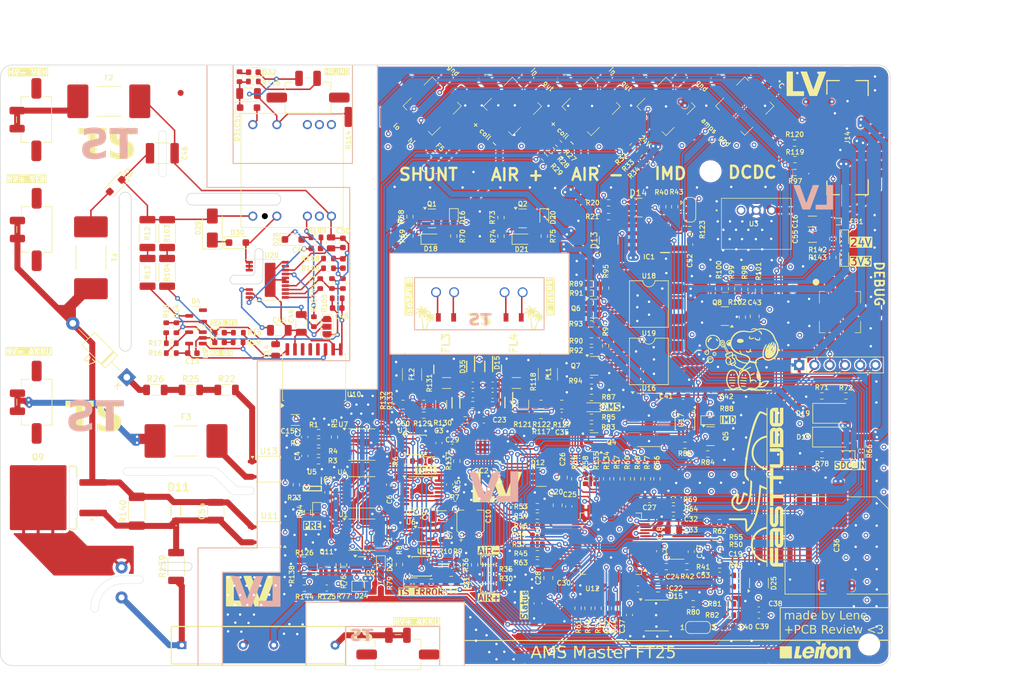
<source format=kicad_pcb>
(kicad_pcb
	(version 20240108)
	(generator "pcbnew")
	(generator_version "8.0")
	(general
		(thickness 1.6)
		(legacy_teardrops no)
	)
	(paper "A4")
	(layers
		(0 "F.Cu" signal)
		(1 "In1.Cu" signal)
		(2 "In2.Cu" signal)
		(31 "B.Cu" signal)
		(32 "B.Adhes" user "B.Adhesive")
		(33 "F.Adhes" user "F.Adhesive")
		(34 "B.Paste" user)
		(35 "F.Paste" user)
		(36 "B.SilkS" user "B.Silkscreen")
		(37 "F.SilkS" user "F.Silkscreen")
		(38 "B.Mask" user)
		(39 "F.Mask" user)
		(40 "Dwgs.User" user "User.Drawings")
		(41 "Cmts.User" user "User.Comments")
		(42 "Eco1.User" user "User.Eco1")
		(43 "Eco2.User" user "User.Eco2")
		(44 "Edge.Cuts" user)
		(45 "Margin" user)
		(46 "B.CrtYd" user "B.Courtyard")
		(47 "F.CrtYd" user "F.Courtyard")
		(48 "B.Fab" user)
		(49 "F.Fab" user)
		(50 "User.1" user)
		(51 "User.2" user)
		(52 "User.3" user)
		(53 "User.4" user)
		(54 "User.5" user)
		(55 "User.6" user)
		(56 "User.7" user)
		(57 "User.8" user)
		(58 "User.9" user)
	)
	(setup
		(stackup
			(layer "F.SilkS"
				(type "Top Silk Screen")
			)
			(layer "F.Paste"
				(type "Top Solder Paste")
			)
			(layer "F.Mask"
				(type "Top Solder Mask")
				(thickness 0.01)
			)
			(layer "F.Cu"
				(type "copper")
				(thickness 0.035)
			)
			(layer "dielectric 1"
				(type "prepreg")
				(thickness 0.1)
				(material "FR4")
				(epsilon_r 4.5)
				(loss_tangent 0.02)
			)
			(layer "In1.Cu"
				(type "copper")
				(thickness 0.035)
			)
			(layer "dielectric 2"
				(type "core")
				(thickness 1.24)
				(material "FR4")
				(epsilon_r 4.5)
				(loss_tangent 0.02)
			)
			(layer "In2.Cu"
				(type "copper")
				(thickness 0.035)
			)
			(layer "dielectric 3"
				(type "prepreg")
				(thickness 0.1)
				(material "FR4")
				(epsilon_r 4.5)
				(loss_tangent 0.02)
			)
			(layer "B.Cu"
				(type "copper")
				(thickness 0.035)
			)
			(layer "B.Mask"
				(type "Bottom Solder Mask")
				(thickness 0.01)
			)
			(layer "B.Paste"
				(type "Bottom Solder Paste")
			)
			(layer "B.SilkS"
				(type "Bottom Silk Screen")
			)
			(copper_finish "None")
			(dielectric_constraints no)
		)
		(pad_to_mask_clearance 0)
		(allow_soldermask_bridges_in_footprints no)
		(pcbplotparams
			(layerselection 0x00010fc_ffffffff)
			(plot_on_all_layers_selection 0x0000000_00000000)
			(disableapertmacros no)
			(usegerberextensions no)
			(usegerberattributes yes)
			(usegerberadvancedattributes yes)
			(creategerberjobfile yes)
			(dashed_line_dash_ratio 12.000000)
			(dashed_line_gap_ratio 3.000000)
			(svgprecision 4)
			(plotframeref no)
			(viasonmask no)
			(mode 1)
			(useauxorigin no)
			(hpglpennumber 1)
			(hpglpenspeed 20)
			(hpglpendiameter 15.000000)
			(pdf_front_fp_property_popups yes)
			(pdf_back_fp_property_popups yes)
			(dxfpolygonmode yes)
			(dxfimperialunits yes)
			(dxfusepcbnewfont yes)
			(psnegative no)
			(psa4output no)
			(plotreference yes)
			(plotvalue yes)
			(plotfptext yes)
			(plotinvisibletext no)
			(sketchpadsonfab no)
			(subtractmaskfromsilk no)
			(outputformat 1)
			(mirror no)
			(drillshape 1)
			(scaleselection 1)
			(outputdirectory "")
		)
	)
	(net 0 "")
	(net 1 "GND")
	(net 2 "+3V3")
	(net 3 "Net-(U8-~{PRE})")
	(net 4 "Net-(U8-~{CLR})")
	(net 5 "/TSAL/HV_Active_Detection/3V3_HV")
	(net 6 "HV-_Vehicle_Side")
	(net 7 "Net-(C17-Pad2)")
	(net 8 "/MCU/RCC_OSC_OUT")
	(net 9 "/MCU/NRST")
	(net 10 "Net-(C26-Pad2)")
	(net 11 "Net-(C28-Pad2)")
	(net 12 "Net-(J10-Pin_2)")
	(net 13 "/CAN_Transceiver/CarCAN_HIGH")
	(net 14 "/CAN_Transceiver/V_{ref}")
	(net 15 "Net-(Q8-G)")
	(net 16 "Net-(JP2-B)")
	(net 17 "Net-(U20-INTVcc)")
	(net 18 "HV+_Vehicle_Side_Fused")
	(net 19 "Net-(C47-Pad1)")
	(net 20 "/HV_Indicator/ENABLE")
	(net 21 "Net-(C49-Pad1)")
	(net 22 "Net-(U20-DCM)")
	(net 23 "Net-(U20-SOURCE)")
	(net 24 "Net-(D32-K)")
	(net 25 "Net-(D31-K)")
	(net 26 "Net-(D1-A)")
	(net 27 "Net-(D2-A)")
	(net 28 "/TSAL/HV_Active_Detection/HV_1")
	(net 29 "Net-(D4-K)")
	(net 30 "Net-(D5-A)")
	(net 31 "Net-(D6-A)")
	(net 32 "Net-(D7-K)")
	(net 33 "/TSAL/Prechareg AUX/HV-_AKKU")
	(net 34 "Net-(D8-A)")
	(net 35 "/MCU/AIR+_Closed")
	(net 36 "Net-(D9-A)")
	(net 37 "/MCU/AIR-_Closed")
	(net 38 "Net-(D19-A)")
	(net 39 "Net-(D16-A)")
	(net 40 "/Relay_Driver/Relay_2")
	(net 41 "/Relay_Driver/Relay_3")
	(net 42 "Net-(D20-A)")
	(net 43 "Net-(D22-A)")
	(net 44 "Net-(D23-A)")
	(net 45 "/Relay_Driver/Relay_4")
	(net 46 "Net-(D26-A)")
	(net 47 "Net-(D27-A)")
	(net 48 "Net-(D28-K)")
	(net 49 "Net-(D28-A)")
	(net 50 "Net-(D29-A1)")
	(net 51 "Net-(D30-A)")
	(net 52 "Net-(D31-A)")
	(net 53 "Net-(D32-A)")
	(net 54 "/CAN_Transceiver/CarCAN_LOW")
	(net 55 "/IO/IMD_M")
	(net 56 "+24V")
	(net 57 "Net-(J14-Pin_2)")
	(net 58 "unconnected-(IC1-IS-Pad4)")
	(net 59 "Net-(IC1-DEN)")
	(net 60 "unconnected-(IC1-NC-Pad5)")
	(net 61 "/IO/IMD_Power")
	(net 62 "Net-(U12-PB15)")
	(net 63 "/IO/TSAL_GREEN")
	(net 64 "/MCU/~{AMS_ERROR_LED}")
	(net 65 "/MCU/~{IMD_ERROR_LED}")
	(net 66 "Net-(J14-Pin_3)")
	(net 67 "Net-(J14-Pin_5)")
	(net 68 "/MCU/Trace_SWO")
	(net 69 "/MCU/SWDIO_1")
	(net 70 "/MCU/SWCLK_1")
	(net 71 "Net-(JP1-C)")
	(net 72 "Net-(JP2-C)")
	(net 73 "Net-(JP3-C)")
	(net 74 "Net-(Q1-G)")
	(net 75 "Net-(Q2-G)")
	(net 76 "Net-(Q3-G)")
	(net 77 "/SDC_Latching/~{AMS_Error}")
	(net 78 "Net-(Q4-D)")
	(net 79 "/SDC_Latching/~{IMD_Error}")
	(net 80 "Net-(Q5-D)")
	(net 81 "Net-(Q6-G)")
	(net 82 "Net-(Q6-D)")
	(net 83 "Net-(Q7-D)")
	(net 84 "Net-(Q7-G)")
	(net 85 "Net-(Q8-D)")
	(net 86 "Net-(Q8-S)")
	(net 87 "/TSAL/Comp_Ref_Low")
	(net 88 "/TSAL/Comp_Ref_Closed")
	(net 89 "/TSAL/~{TS_Error}")
	(net 90 "Net-(U8-C)")
	(net 91 "/MCU/TS_Error")
	(net 92 "Net-(R12-Pad2)")
	(net 93 "Net-(U9--)")
	(net 94 "Net-(R17-Pad2)")
	(net 95 "Net-(U10-IND)")
	(net 96 "/Relay_Driver/aux_out0")
	(net 97 "/Relay_Driver/aux_in0")
	(net 98 "/Relay_Driver/aux_out1")
	(net 99 "/Relay_Driver/aux_in1")
	(net 100 "/TSAL/Relay_State_Detection1/~{Short}")
	(net 101 "/MCU/SDC_closed")
	(net 102 "Net-(U12-PC9)")
	(net 103 "Net-(U12-BOOT0)")
	(net 104 "/MCU/Status_LED_R")
	(net 105 "Net-(D37-A)")
	(net 106 "/MCU/Status_LED_G")
	(net 107 "Net-(U12-PC2)")
	(net 108 "/MCU/Status_LED_B")
	(net 109 "Net-(U12-PA3)")
	(net 110 "Net-(U12-PA7)")
	(net 111 "Net-(U12-PB0)")
	(net 112 "Net-(U12-PA2)")
	(net 113 "Net-(U12-PA6)")
	(net 114 "Net-(U12-PA14)")
	(net 115 "Net-(U12-PA1)")
	(net 116 "/MCU/HV_Active")
	(net 117 "Net-(U12-PA13)")
	(net 118 "Net-(U12-PA0)")
	(net 119 "/MCU/AIR+_Control")
	(net 120 "/MCU/AIR-_Control")
	(net 121 "/MCU/Precharge_Control")
	(net 122 "Net-(U15-Rs)")
	(net 123 "Net-(U16A-C)")
	(net 124 "Net-(U16B-C)")
	(net 125 "Net-(U16A-Q)")
	(net 126 "Net-(U16B-Q)")
	(net 127 "Net-(U16A-~{Q})")
	(net 128 "Net-(U16B-~{Q})")
	(net 129 "Net-(R95-Pad2)")
	(net 130 "Net-(R96-Pad2)")
	(net 131 "/SDC_Latching/Reset_Signal")
	(net 132 "Net-(R103-Pad2)")
	(net 133 "Net-(U20-Vc)")
	(net 134 "Net-(U20-IREG{slash}SS)")
	(net 135 "Net-(U20-TC)")
	(net 136 "Net-(U20-FB)")
	(net 137 "Net-(J8-Pin_2)")
	(net 138 "/TSAL/Mismatch_Relay_2")
	(net 139 "/TSAL/Mismatch_Relay_1")
	(net 140 "Net-(U1-Pad11)")
	(net 141 "/TSAL/AIRs_Closed")
	(net 142 "/TSAL/Mismatch_Relay_3")
	(net 143 "/TSAL/HV_Inactive")
	(net 144 "/TSAL/TS_OK")
	(net 145 "Net-(U2-Pad1)")
	(net 146 "/TSAL/Relay_Mismatch")
	(net 147 "Net-(R22-Pad2)")
	(net 148 "/TSAL/HV_Mismatch")
	(net 149 "unconnected-(U10-OUTA-Pad14)")
	(net 150 "unconnected-(U10-INB-Pad4)")
	(net 151 "unconnected-(U10-INC-Pad12)")
	(net 152 "unconnected-(U10-INA-Pad3)")
	(net 153 "unconnected-(U10-OUTB-Pad13)")
	(net 154 "unconnected-(U10-OUTC-Pad5)")
	(net 155 "unconnected-(U10-NC-Pad7)")
	(net 156 "unconnected-(U12-PD2-Pad54)")
	(net 157 "unconnected-(U12-PC10-Pad51)")
	(net 158 "unconnected-(U12-PC12-Pad53)")
	(net 159 "/TSAL/HV_Active_Detection/-HV_1")
	(net 160 "Net-(FL1-Pad4)")
	(net 161 "Net-(FL1-Pad3)")
	(net 162 "unconnected-(U12-PC14-Pad3)")
	(net 163 "Net-(FL1-Pad2)")
	(net 164 "unconnected-(U12-PC11-Pad52)")
	(net 165 "Net-(FL1-Pad1)")
	(net 166 "Net-(FL2-Pad4)")
	(net 167 "Net-(FL2-Pad2)")
	(net 168 "unconnected-(U12-PC13-Pad2)")
	(net 169 "unconnected-(U12-PC15-Pad4)")
	(net 170 "Net-(FL2-Pad3)")
	(net 171 "/IO/IMD_VCC")
	(net 172 "/SDC_Latching/IMD_Latch_Reset")
	(net 173 "/SDC_Latching/AMS_Latch_Reset")
	(net 174 "/SDC_Latching/SDC_1")
	(net 175 "unconnected-(U18-Pad3)")
	(net 176 "Net-(U18-Pad5)")
	(net 177 "/IO/SDC_OUT")
	(net 178 "unconnected-(U19-Pad3)")
	(net 179 "/TSAL/Relay_Connection_Error")
	(net 180 "/IO/Reset_Button_Out")
	(net 181 "/CAN_Transceiver/CarCAN_RX")
	(net 182 "Net-(FL2-Pad1)")
	(net 183 "Net-(J12-Pin_1)")
	(net 184 "/CAN_Transceiver/CarCAN_TX")
	(net 185 "Net-(J12-Pin_2)")
	(net 186 "Net-(J13-Pin_1)")
	(net 187 "Net-(J13-Pin_2)")
	(net 188 "/MCU/WAKE2")
	(net 189 "/MCU/MSTR1")
	(net 190 "/MCU/SPI1_MISO")
	(net 191 "/MCU/SPI1_SCK")
	(net 192 "/MCU/WAKE1")
	(net 193 "/MCU/INTR1")
	(net 194 "/MCU/IMB")
	(net 195 "Net-(IC2-XCVRMD2)")
	(net 196 "Net-(IC2-XCVRMD)")
	(net 197 "/MCU/SPI2_SCK")
	(net 198 "/MCU/SPI1_NSS")
	(net 199 "/MCU/IPB")
	(net 200 "/MCU/MSTR2")
	(net 201 "/MCU/IPA")
	(net 202 "/MCU/INTR2")
	(net 203 "/MCU/SPI2_MISO")
	(net 204 "/MCU/SPI1_MOSI")
	(net 205 "/MCU/SPI2_NSS")
	(net 206 "/MCU/SPI2_MOSI")
	(net 207 "/MCU/IMA")
	(net 208 "/MCU/RCC_OSC_IN")
	(net 209 "Net-(U12-PC3)")
	(net 210 "Net-(U12-PA5)")
	(net 211 "Net-(U12-PC4)")
	(net 212 "Net-(U12-PB4)")
	(net 213 "Net-(U12-PC5)")
	(net 214 "Net-(U12-PA4)")
	(net 215 "Net-(U12-PB12)")
	(net 216 "Net-(U12-PB14)")
	(net 217 "Net-(U12-PA12)")
	(net 218 "Net-(U12-PB5)")
	(net 219 "Net-(C58-Pad1)")
	(net 220 "Net-(C61-Pad1)")
	(net 221 "Net-(D15-A2)")
	(net 222 "Net-(D34-A2)")
	(net 223 "unconnected-(U20-N.C.-Pad19)")
	(net 224 "Net-(U12-PA15)")
	(net 225 "Net-(D33-A2)")
	(net 226 "Net-(D35-A2)")
	(net 227 "/MCU/AMS_NERROR")
	(net 228 "Net-(D36-A)")
	(net 229 "Net-(D11-K)")
	(net 230 "/Relay_Driver/Precharge/HV+_Akku")
	(net 231 "Net-(Q9-D)")
	(net 232 "Net-(R126-Pad2)")
	(net 233 "HV+_VEH")
	(net 234 "Net-(U12-PB1)")
	(net 235 "Net-(J4-Pin_4)")
	(net 236 "Net-(J4-Pin_3)")
	(net 237 "/Relay_Driver/SDC_Relay")
	(net 238 "/MCU/LV_I")
	(net 239 "/MCU/TEMP_DCDC")
	(net 240 "/IO/TEMP_TSDCDC")
	(net 241 "/IO/LV_I_measure")
	(net 242 "/SDC")
	(net 243 "Net-(Q11-D)")
	(net 244 "Net-(Q11-G)")
	(net 245 "/TSAL/Prechareg AUX/PRE_open")
	(net 246 "/MCU/Precharge_Closed")
	(net 247 "unconnected-(U5-NC-Pad1)")
	(net 248 "Net-(D38-A)")
	(net 249 "Net-(F3-Pad2)")
	(net 250 "Net-(R22-Pad1)")
	(net 251 "Net-(K2-Pad3)")
	(net 252 "Net-(K2-Pad1)")
	(net 253 "Net-(R25-Pad1)")
	(footprint "Resistor_SMD:R_1206_3216Metric" (layer "F.Cu") (at 124.55 95.25 90))
	(footprint "FaSTTUBe_connectors:Micro_Mate-N-Lok_2x2p_vertical" (layer "F.Cu") (at 149.5 45.6 135))
	(footprint "Resistor_SMD:R_0603_1608Metric" (layer "F.Cu") (at 165.9 66.1 180))
	(footprint "Resistor_SMD:R_0805_2012Metric" (layer "F.Cu") (at 144.6 95.25))
	(footprint "Capacitor_SMD:C_0603_1608Metric" (layer "F.Cu") (at 170.875 125.55 180))
	(footprint "Resistor_SMD:R_0603_1608Metric" (layer "F.Cu") (at 133.1 95.3 180))
	(footprint "Capacitor_SMD:C_0603_1608Metric" (layer "F.Cu") (at 177.4 128.425))
	(footprint "Resistor_SMD:R_2010_5025Metric" (layer "F.Cu") (at 78.95 73.225 -90))
	(footprint "Package_TO_SOT_SMD:SOT-23" (layer "F.Cu") (at 138.1 64.25))
	(footprint "MountingHole:MountingHole_3.2mm_M3" (layer "F.Cu") (at 63.85 56.25 -90))
	(footprint "Master:WCAP-ASLI_16" (layer "F.Cu") (at 190.35 118.7 90))
	(footprint "Master:palme"
		(layer "F.Cu")
		(uuid "04b05934-c2a8-4343-9ca2-6a2f48c1a3b0")
		(at 121.9 80.7)
		(property "Reference" "G***"
			(at 0 0 0)
			(layer "F.SilkS")
			(hide yes)
			(uuid "c38163a8-eb57-4e45-b59c-bac8cc11da80")
			(effects
				(font
					(size 1.5 1.5)
					(thickness 0.3)
				)
			)
		)
		(property "Value" "LOGO"
			(at 0.75 0 0)
			(layer "F.SilkS")
			(hide yes)
			(uuid "774485d3-02df-40b5-8ad8-7cb4925caa39")
			(effects
				(font
					(size 1.5 1.5)
					(thickness 0.3)
				)
			)
		)
		(property "Footprint" "Master:palme"
			(at 0 0 0)
			(unlocked yes)
			(layer "F.Fab")
			(hide yes)
			(uuid "f6687dea-8b35-4341-8426-4a8d356b4806")
			(effects
				(font
					(size 1.27 1.27)
				)
			)
		)
		(property "Datasheet" ""
			(at 0 0 0)
			(unlocked yes)
			(layer "F.Fab")
			(hide yes)
			(uuid "718cb3e5-be3b-4146-ba75-78595dd1cc49")
			(effects
				(font
					(size 1.27 1.27)
				)
			)
		)
		(property "Description" ""
			(at 0 0 0)
			(unlocked yes)
			(layer "F.Fab")
			(hide yes)
			(uuid "e6cb7cba-69e3-4b8a-939c-c966b8f4e620")
			(effects
				(font
					(size 1.27 1.27)
				)
			)
		)
		(attr board_only exclude_from_pos_files exclude_from_bom)
		(fp_poly
			(pts
				(xy -1.634616 -1.271154) (xy -1.636539 -1.269231) (xy -1.638462 -1.271154) (xy -1.636539 -1.273077)
			)
			(stroke
				(width 0)
				(type solid)
			)
			(fill solid)
			(layer "F.SilkS")
			(uuid "6604fb89-9d22-48aa-89fa-8591e3dafc44")
		)
		(fp_poly
			(pts
				(xy -1.565385 -0.736539) (xy -1.567308 -0.734616) (xy -1.569231 -0.736539) (xy -1.567308 -0.738462)
			)
			(stroke
				(width 0)
				(type solid)
			)
			(fill solid)
			(layer "F.SilkS")
			(uuid "38170ffc-bbf6-44d1-bb20-415cdce56af6")
		)
		(fp_poly
			(pts
				(xy -1.546154 -1.340385) (xy -1.548077 -1.338462) (xy -1.55 -1.340385) (xy -1.548077 -1.342308)
			)
			(stroke
				(width 0)
				(type solid)
			)
			(fill solid)
			(layer "F.SilkS")
			(uuid "36ed8860-56a8-4e07-b9a9-a70de9973f01")
		)
		(fp_poly
			(pts
				(xy -1.534616 -0.428846) (xy -1.536539 -0.426923) (xy -1.538462 -0.428846) (xy -1.536539 -0.430769)
			)
			(stroke
				(width 0)
				(type solid)
			)
			(fill solid)
			(layer "F.SilkS")
			(uuid "b94d5450-c7b5-4f4a-a00a-f7b8466afa74")
		)
		(fp_poly
			(pts
				(xy -1.476924 -0.851923) (xy -1.478847 -0.85) (xy -1.48077 -0.851923) (xy -1.478847 -0.853846)
			)
			(stroke
				(width 0)
				(type solid)
			)
			(fill solid)
			(layer "F.SilkS")
			(uuid "8308c852-2662-497f-b48f-da455c5f7697")
		)
		(fp_poly
			(pts
				(xy -1.465385 -1.278846) (xy -1.467308 -1.276923) (xy -1.469231 -1.278846) (xy -1.467308 -1.280769)
			)
			(stroke
				(width 0)
				(type solid)
			)
			(fill solid)
			(layer "F.SilkS")
			(uuid "6c4c8dd9-470d-4f79-a3de-5cc9119eeeac")
		)
		(fp_poly
			(pts
				(xy -1.446154 -1.309616) (xy -1.448077 -1.307692) (xy -1.45 -1.309616) (xy -1.448077 -1.311539)
			)
			(stroke
				(width 0)
				(type solid)
			)
			(fill solid)
			(layer "F.SilkS")
			(uuid "33768e38-c3be-427a-92e7-8ae0e8c54e52")
		)
		(fp_poly
			(pts
				(xy -1.415385 -0.901923) (xy -1.417308 -0.9) (xy -1.419231 -0.901923) (xy -1.417308 -0.903846)
			)
			(stroke
				(width 0)
				(type solid)
			)
			(fill solid)
			(layer "F.SilkS")
			(uuid "3bfc8524-9a52-4df6-aa21-d4d268fcec1d")
		)
		(fp_poly
			(pts
				(xy -1.396154 -0.913462) (xy -1.398077 -0.911539) (xy -1.4 -0.913462) (xy -1.398077 -0.915385)
			)
			(stroke
				(width 0)
				(type solid)
			)
			(fill solid)
			(layer "F.SilkS")
			(uuid "088ccc85-baee-46c8-822e-3634375d885c")
		)
		(fp_poly
			(pts
				(xy -1.384616 -0.940385) (xy -1.386539 -0.938462) (xy -1.388462 -0.940385) (xy -1.386539 -0.942308)
			)
			(stroke
				(width 0)
				(type solid)
			)
			(fill solid)
			(layer "F.SilkS")
			(uuid "0823128a-3114-47e2-b712-812e341b383f")
		)
		(fp_poly
			(pts
				(xy -1.238462 -1.171154) (xy -1.240385 -1.169231) (xy -1.242308 -1.171154) (xy -1.240385 -1.173077)
			)
			(stroke
				(width 0)
				(type solid)
			)
			(fill solid)
			(layer "F.SilkS")
			(uuid "7fbd5abb-c986-446a-88f5-787ff4903d51")
		)
		(fp_poly
			(pts
				(xy -1.23077 -0.686539) (xy -1.232693 -0.684616) (xy -1.234616 -0.686539) (xy -1.232693 -0.688462)
			)
			(stroke
				(width 0)
				(type solid)
			)
			(fill solid)
			(layer "F.SilkS")
			(uuid "ceb3fab7-7bd1-43c8-9135-f9fffbeab3ba")
		)
		(fp_poly
			(pts
				(xy -1.2 -0.609616) (xy -1.201924 -0.607692) (xy -1.203847 -0.609616) (xy -1.201924 -0.611539)
			)
			(stroke
				(width 0)
				(type solid)
			)
			(fill solid)
			(layer "F.SilkS")
			(uuid "2121973e-5ce6-4d0e-9a5d-ce5538342c19")
		)
		(fp_poly
			(pts
				(xy -1.161539 -1.275) (xy -1.163462 -1.273077) (xy -1.165385 -1.275) (xy -1.163462 -1.276923)
			)
			(stroke
				(width 0)
				(type solid)
			)
			(fill solid)
			(layer "F.SilkS")
			(uuid "50b80746-13ba-4cc9-8639-d782ce1ad82b")
		)
		(fp_poly
			(pts
				(xy -1.142308 -1.159616) (xy -1.144231 -1.157692) (xy -1.146154 -1.159616) (xy -1.144231 -1.161539)
			)
			(stroke
				(width 0)
				(type solid)
			)
			(fill solid)
			(layer "F.SilkS")
			(uuid "b3891d39-0baa-4b81-8c29-6ee695cdb5b9")
		)
		(fp_poly
			(pts
				(xy -1.096154 -1.182692) (xy -1.098077 -1.180769) (xy -1.1 -1.182692) (xy -1.098077 -1.184616)
			)
			(stroke
				(width 0)
				(type solid)
			)
			(fill solid)
			(layer "F.SilkS")
			(uuid "f3f81e86-c79e-44fb-aaa5-0433a7844c2c")
		)
		(fp_poly
			(pts
				(xy -1.038462 -0.790385) (xy -1.040385 -0.788462) (xy -1.042308 -0.790385) (xy -1.040385 -0.792308)
			)
			(stroke
				(width 0)
				(type solid)
			)
			(fill solid)
			(layer "F.SilkS")
			(uuid "7655cccd-d7a1-4ab2-8c7a-9177c34f45bb")
		)
		(fp_poly
			(pts
				(xy -1.015385 -1.109616) (xy -1.017308 -1.107692) (xy -1.019231 -1.109616) (xy -1.017308 -1.111539)
			)
			(stroke
				(width 0)
				(type solid)
			)
			(fill solid)
			(layer "F.SilkS")
			(uuid "5fa92e7d-af6c-4d53-b27d-0e7c526409e5")
		)
		(fp_poly
			(pts
				(xy -1.003847 -1.128846) (xy -1.00577 -1.126923) (xy -1.007693 -1.128846) (xy -1.00577 -1.130769)
			)
			(stroke
				(width 0)
				(type solid)
			)
			(fill solid)
			(layer "F.SilkS")
			(uuid "16ecc59c-ed3b-46d8-805c-429918ea6cb9")
		)
		(fp_poly
			(pts
				(xy -0.953847 -0.778846) (xy -0.95577 -0.776923) (xy -0.957693 -0.778846) (xy -0.95577 -0.780769)
			)
			(stroke
				(width 0)
				(type solid)
			)
			(fill solid)
			(layer "F.SilkS")
			(uuid "114526fc-636d-4fe9-8e05-3278706cb0fe")
		)
		(fp_poly
			(pts
				(xy -0.919231 -0.813462) (xy -0.921154 -0.811539) (xy -0.923077 -0.813462) (xy -0.921154 -0.815385)
			)
			(stroke
				(width 0)
				(type solid)
			)
			(fill solid)
			(layer "F.SilkS")
			(uuid "b78560e3-2b26-41ad-bb8e-4700bbeb845d")
		)
		(fp_poly
			(pts
				(xy -0.896154 -1.867308) (xy -0.898077 -1.865385) (xy -0.9 -1.867308) (xy -0.898077 -1.869231)
			)
			(stroke
				(width 0)
				(type solid)
			)
			(fill solid)
			(layer "F.SilkS")
			(uuid "5784d68b-1426-4f8e-8b98-c9f72effebdb")
		)
		(fp_poly
			(pts
				(xy -0.896154 0.275) (xy -0.898077 0.276923) (xy -0.9 0.275) (xy -0.898077 0.273077)
			)
			(stroke
				(width 0)
				(type solid)
			)
			(fill solid)
			(layer "F.SilkS")
			(uuid "7896be3a-eebe-4168-970c-9e2d9b1cba22")
		)
		(fp_poly
			(pts
				(xy -0.892308 -0.698077) (xy -0.894231 -0.696154) (xy -0.896154 -0.698077) (xy -0.894231 -0.7)
			)
			(stroke
				(width 0)
				(type solid)
			)
			(fill solid)
			(layer "F.SilkS")
			(uuid "db0b2fee-7aee-4119-8e68-2e55dab27e7c")
		)
		(fp_poly
			(pts
				(xy -0.892308 -0.686539) (xy -0.894231 -0.684616) (xy -0.896154 -0.686539) (xy -0.894231 -0.688462)
			)
			(stroke
				(width 0)
				(type solid)
			)
			(fill solid)
			(layer "F.SilkS")
			(uuid "16f78b05-bf91-4152-8988-3360ee04243c")
		)
		(fp_poly
			(pts
				(xy -0.876924 -0.755769) (xy -0.878847 -0.753846) (xy -0.88077 -0.755769) (xy -0.878847 -0.757692)
			)
			(stroke
				(width 0)
				(type solid)
			)
			(fill solid)
			(layer "F.SilkS")
			(uuid "6d6a8fef-db4c-40ec-bc0b-912117abe107")
		)
		(fp_poly
			(pts
				(xy -0.865385 -1.725) (xy -0.867308 -1.723077) (xy -0.869231 -1.725) (xy -0.867308 -1.726923)
			)
			(stroke
				(width 0)
				(type solid)
			)
			(fill solid)
			(layer "F.SilkS")
			(uuid "f22c9dd8-5874-4593-8f97-79dbda20704d")
		)
		(fp_poly
			(pts
				(xy -0.865385 -1.682692) (xy -0.867308 -1.680769) (xy -0.869231 -1.682692) (xy -0.867308 -1.684616)
			)
			(stroke
				(width 0)
				(type solid)
			)
			(fill solid)
			(layer "F.SilkS")
			(uuid "34c5c061-1bdd-4f62-b070-cdfff52563dc")
		)
		(fp_poly
			(pts
				(xy -0.826924 -0.767308) (xy -0.828847 -0.765385) (xy -0.83077 -0.767308) (xy -0.828847 -0.769231)
			)
			(stroke
				(width 0)
				(type solid)
			)
			(fill solid)
			(layer "F.SilkS")
			(uuid "224111d1-0b33-435f-a57c-41ff990fa462")
		)
		(fp_poly
			(pts
				(xy -0.819231 0.155769) (xy -0.821154 0.157692) (xy -0.823077 0.155769) (xy -0.821154 0.153846)
			)
			(stroke
				(width 0)
				(type solid)
			)
			(fill solid)
			(layer "F.SilkS")
			(uuid "e499e9ea-b583-4cf9-af68-b2347b7935b0")
		)
		(fp_poly
			(pts
				(xy -0.815385 -0.013462) (xy -0.817308 -0.011539) (xy -0.819231 -0.013462) (xy -0.817308 -0.015385)
			)
			(stroke
				(width 0)
				(type solid)
			)
			(fill solid)
			(layer "F.SilkS")
			(uuid "1ee631ec-129b-4855-a877-059cdfc3518a")
		)
		(fp_poly
			(pts
				(xy -0.811539 -0.813462) (xy -0.813462 -0.811539) (xy -0.815385 -0.813462) (xy -0.813462 -0.815385)
			)
			(stroke
				(width 0)
				(type solid)
			)
			(fill solid)
			(layer "F.SilkS")
			(uuid "4c7ac3a5-c11d-469d-83a7-88cd3e99b172")
		)
		(fp_poly
			(pts
				(xy -0.784616 -0.367308) (xy -0.786539 -0.365385) (xy -0.788462 -0.367308) (xy -0.786539 -0.369231)
			)
			(stroke
				(width 0)
				(type solid)
			)
			(fill solid)
			(layer "F.SilkS")
			(uuid "6915e25f-1ce7-4009-bb2f-df58bb2a5716")
		)
		(fp_poly
			(pts
				(xy -0.784616 -0.021154) (xy -0.786539 -0.019231) (xy -0.788462 -0.021154) (xy -0.786539 -0.023077)
			)
			(stroke
				(width 0)
				(type solid)
			)
			(fill solid)
			(layer "F.SilkS")
			(uuid "ab4b6e98-a60a-4091-8c53-2a25805a4f23")
		)
		(fp_poly
			(pts
				(xy -0.773077 -1.525) (xy -0.775 -1.523077) (xy -0.776924 -1.525) (xy -0.775 -1.526923)
			)
			(stroke
				(width 0)
				(type solid)
			)
			(fill solid)
			(layer "F.SilkS")
			(uuid "6ecf325b-340c-432c-9f5b-be256d65efb7")
		)
		(fp_poly
			(pts
				(xy -0.769231 -0.336539) (xy -0.771154 -0.334616) (xy -0.773077 -0.336539) (xy -0.771154 -0.338462)
			)
			(stroke
				(width 0)
				(type solid)
			)
			(fill solid)
			(layer "F.SilkS")
			(uuid "9096b185-a551-4ca8-9b47-60f8c9720edf")
		)
		(fp_poly
			(pts
				(xy -0.75 -0.094231) (xy -0.751924 -0.092308) (xy -0.753847 -0.094231) (xy -0.751924 -0.096154)
			)
			(stroke
				(width 0)
				(type solid)
			)
			(fill solid)
			(layer "F.SilkS")
			(uuid "76f26576-850f-41f1-9fb0-77ef2f69fec5")
		)
		(fp_poly
			(pts
				(xy -0.707693 -0.248077) (xy -0.709616 -0.246154) (xy -0.711539 -0.248077) (xy -0.709616 -0.25)
			)
			(stroke
				(width 0)
				(type solid)
			)
			(fill solid)
			(layer "F.SilkS")
			(uuid "72e5ebe2-e9f6-4325-91e1-5a083776c7ab")
		)
		(fp_poly
			(pts
				(xy -0.7 -1.359616) (xy -0.701924 -1.357692) (xy -0.703847 -1.359616) (xy -0.701924 -1.361539)
			)
			(stroke
				(width 0)
				(type solid)
			)
			(fill solid)
			(layer "F.SilkS")
			(uuid "65b98e5c-dd9e-4203-99e5-b2228be18407")
		)
		(fp_poly
			(pts
				(xy -0.676924 -0.213462) (xy -0.678847 -0.211539) (xy -0.68077 -0.213462) (xy -0.678847 -0.215385)
			)
			(stroke
				(width 0)
				(type solid)
			)
			(fill solid)
			(layer "F.SilkS")
			(uuid "d4ba2ee8-0220-48b7-bb4b-f75aeb27225d")
		)
		(fp_poly
			(pts
				(xy -0.565385 -1.782692) (xy -0.567308 -1.780769) (xy -0.569231 -1.782692) (xy -0.567308 -1.784616)
			)
			(stroke
				(width 0)
				(type solid)
			)
			(fill solid)
			(layer "F.SilkS")
			(uuid "d0f43077-580b-4279-bd65-f6f89113b4e9")
		)
		(fp_poly
			(pts
				(xy -0.553847 -0.628846) (xy -0.55577 -0.626923) (xy -0.557693 -0.628846) (xy -0.55577 -0.630769)
			)
			(stroke
				(width 0)
				(type solid)
			)
			(fill solid)
			(layer "F.SilkS")
			(uuid "80839e7a-badc-4bb0-98ba-68b52ca1f893")
		)
		(fp_poly
			(pts
				(xy -0.538462 0.928846) (xy -0.540385 0.930769) (xy -0.542308 0.928846) (xy -0.540385 0.926923)
			)
			(stroke
				(width 0)
				(type solid)
			)
			(fill solid)
			(layer "F.SilkS")
			(uuid "746de631-2267-405f-833f-760f9be823ba")
		)
		(fp_poly
			(pts
				(xy -0.523077 1.190384) (xy -0.525 1.192308) (xy -0.526924 1.190384) (xy -0.525 1.188461)
			)
			(stroke
				(width 0)
				(type solid)
			)
			(fill solid)
			(layer "F.SilkS")
			(uuid "bdcf4ab6-78f2-492d-9be1-d11e3871fa18")
		)
		(fp_poly
			(pts
				(xy -0.523077 1.209615) (xy -0.525 1.211538) (xy -0.526924 1.209615) (xy -0.525 1.207692)
			)
			(stroke
				(width 0)
				(type solid)
			)
			(fill solid)
			(layer "F.SilkS")
			(uuid "58e00613-22e7-4399-91e0-d5a080f00335")
		)
		(fp_poly
			(pts
				(xy -0.38077 -0.613462) (xy -0.382693 -0.611539) (xy -0.384616 -0.613462) (xy -0.382693 -0.615385)
			)
			(stroke
				(width 0)
				(type solid)
			)
			(fill solid)
			(layer "F.SilkS")
			(uuid "d899fff7-a085-4018-8656-4506410e87b5")
		)
		(fp_poly
			(pts
				(xy -0.369231 -0.490385) (xy -0.371154 -0.488462) (xy -0.373077 -0.490385) (xy -0.371154 -0.492308)
			)
			(stroke
				(width 0)
				(type solid)
			)
			(fill solid)
			(layer "F.SilkS")
			(uuid "2e3fb2e0-b0bf-4c22-aa6d-5887a4de5fb0")
		)
		(fp_poly
			(pts
				(xy -0.361539 -0.628846) (xy -0.363462 -0.626923) (xy -0.365385 -0.628846) (xy -0.363462 -0.630769)
			)
			(stroke
				(width 0)
				(type solid)
			)
			(fill solid)
			(layer "F.SilkS")
			(uuid "e27fea4e-bf73-4fcc-abba-afe1365ae59f")
		)
		(fp_poly
			(pts
				(xy -0.338462 0.221154) (xy -0.340385 0.223077) (xy -0.342308 0.221154) (xy -0.340385 0.219231)
			)
			(stroke
				(width 0)
				(type solid)
			)
			(fill solid)
			(layer "F.SilkS")
			(uuid "71a80cf3-0963-4252-bd8d-8df4145610de")
		)
		(fp_poly
			(pts
				(xy -0.334616 0.267308) (xy -0.336539 0.269231) (xy -0.338462 0.267308) (xy -0.336539 0.265384)
			)
			(stroke
				(width 0)
				(type solid)
			)
			(fill solid)
			(layer "F.SilkS")
			(uuid "de6ed283-b2bc-446d-af2f-dee24ab9a4c3")
		)
		(fp_poly
			(pts
				(xy -0.326924 -0.251923) (xy -0.328847 -0.25) (xy -0.33077 -0.251923) (xy -0.328847 -0.253846)
			)
			(stroke
				(width 0)
				(type solid)
			)
			(fill solid)
			(layer "F.SilkS")
			(uuid "a99b848f-bf18-4724-ae86-430db59c4943")
		)
		(fp_poly
			(pts
				(xy -0.319231 -0.248077) (xy -0.321154 -0.246154) (xy -0.323077 -0.248077) (xy -0.321154 -0.25)
			)
			(stroke
				(width 0)
				(type solid)
			)
			(fill solid)
			(layer "F.SilkS")
			(uuid "8d87ff46-a567-45bb-b025-f2f28d68a4f9")
		)
		(fp_poly
			(pts
				(xy -0.307693 -0.048077) (xy -0.309616 -0.046154) (xy -0.311539 -0.048077) (xy -0.309616 -0.05)
			)
			(stroke
				(width 0)
				(type solid)
			)
			(fill solid)
			(layer "F.SilkS")
			(uuid "8f754d96-9dd6-47fa-b841-fd621789a984")
		)
		(fp_poly
			(pts
				(xy -0.307693 0.075) (xy -0.309616 0.076923) (xy -0.311539 0.075) (xy -0.309616 0.073077)
			)
			(stroke
				(width 0)
				(type solid)
			)
			(fill solid)
			(layer "F.SilkS")
			(uuid "8ad8f1a9-620f-403b-a7a2-e1b29cde9514")
		)
		(fp_poly
			(pts
				(xy -0.3 -0.278846) (xy -0.301924 -0.276923) (xy -0.303847 -0.278846) (xy -0.301924 -0.280769)
			)
			(stroke
				(width 0)
				(type solid)
			)
			(fill solid)
			(layer "F.SilkS")
			(uuid "a6406ec4-222b-4694-bbb8-014edae2acf0")
		)
		(fp_poly
			(pts
				(xy -0.288462 -1.344231) (xy -0.290385 -1.342308) (xy -0.292308 -1.344231) (xy -0.290385 -1.346154)
			)
			(stroke
				(width 0)
				(type solid)
			)
			(fill solid)
			(layer "F.SilkS")
			(uuid "b01b527e-342c-430b-808f-0c6b4e096117")
		)
		(fp_poly
			(pts
				(xy -0.288462 -0.125) (xy -0.290385 -0.123077) (xy -0.292308 -0.125) (xy -0.290385 -0.126923)
			)
			(stroke
				(width 0)
				(type solid)
			)
			(fill solid)
			(layer "F.SilkS")
			(uuid "cffa30af-18b7-4a09-9465-b75fcdee563c")
		)
		(fp_poly
			(pts
				(xy -0.284616 -0.432692) (xy -0.286539 -0.430769) (xy -0.288462 -0.432692) (xy -0.286539 -0.434616)
			)
			(stroke
				(width 0)
				(type solid)
			)
			(fill solid)
			(layer "F.SilkS")
			(uuid "547a6013-13e8-4bfb-83f0-99731d3ab9b6")
		)
		(fp_poly
			(pts
				(xy -0.276924 -1.367308) (xy -0.278847 -1.365385) (xy -0.28077 -1.367308) (xy -0.278847 -1.369231)
			)
			(stroke
				(width 0)
				(type solid)
			)
			(fill solid)
			(layer "F.SilkS")
			(uuid "fc1cbe0c-e54e-4219-8dcd-1ae2a8280829")
		)
		(fp_poly
			(pts
				(xy -0.242308 -0.182692) (xy -0.244231 -0.180769) (xy -0.246154 -0.182692) (xy -0.244231 -0.184616)
			)
			(stroke
				(width 0)
				(type solid)
			)
			(fill solid)
			(layer "F.SilkS")
			(uuid "214d08e9-31ce-41f2-b1cf-634c3a4ed242")
		)
		(fp_poly
			(pts
				(xy -0.242308 0.071154) (xy -0.244231 0.073077) (xy -0.246154 0.071154) (xy -0.244231 0.069231)
			)
			(stroke
				(width 0)
				(type solid)
			)
			(fill solid)
			(layer "F.SilkS")
			(uuid "f955de78-5dad-4a14-9e54-9e222e392636")
		)
		(fp_poly
			(pts
				(xy -0.234616 0.067308) (xy -0.236539 0.069231) (xy -0.238462 0.067308) (xy -0.236539 0.065384)
			)
			(stroke
				(width 0)
				(type solid)
			)
			(fill solid)
			(layer "F.SilkS")
			(uuid "4d359ae6-5f5a-4bfa-bef3-de1901688b16")
		)
		(fp_poly
			(pts
				(xy -0.215385 -1.436539) (xy -0.217308 -1.434616) (xy -0.219231 -1.436539) (xy -0.217308 -1.438462)
			)
			(stroke
				(width 0)
				(type solid)
			)
			(fill solid)
			(layer "F.SilkS")
			(uuid "85cdbc73-142e-4270-98f2-929cc80f1b5a")
		)
		(fp_poly
			(pts
				(xy -0.207693 -0.082692) (xy -0.209616 -0.080769) (xy -0.211539 -0.082692) (xy -0.209616 -0.084616)
			)
			(stroke
				(width 0)
				(type solid)
			)
			(fill solid)
			(layer "F.SilkS")
			(uuid "63ecb8ed-19f5-4685-b365-ed0216792f47")
		)
		(fp_poly
			(pts
				(xy -0.2 -0.228846) (xy -0.201924 -0.226923) (xy -0.203847 -0.228846) (xy -0.201924 -0.230769)
			)
			(stroke
				(width 0)
				(type solid)
			)
			(fill solid)
			(layer "F.SilkS")
			(uuid "5fb3ab80-8bbe-49a8-bbe8-44e3b4eb88a0")
		)
		(fp_poly
			(pts
				(xy -0.184616 -0.121154) (xy -0.186539 -0.119231) (xy -0.188462 -0.121154) (xy -0.186539 -0.123077)
			)
			(stroke
				(width 0)
				(type solid)
			)
			(fill solid)
			(layer "F.SilkS")
			(uuid "c3c3cf85-aff0-4b3c-909c-d31234c437cd")
		)
		(fp_poly
			(pts
				(xy -0.184616 0.144231) (xy -0.186539 0.146154) (xy -0.188462 0.144231) (xy -0.186539 0.142308)
			)
			(stroke
				(width 0)
				(type solid)
			)
			(fill solid)
			(layer "F.SilkS")
			(uuid "be28b208-1568-46d9-8235-0fd7127fbbe4")
		)
		(fp_poly
			(pts
				(xy -0.165385 0.121154) (xy -0.167308 0.123077) (xy -0.169231 0.121154) (xy -0.167308 0.119231)
			)
			(stroke
				(width 0)
				(type solid)
			)
			(fill solid)
			(layer "F.SilkS")
			(uuid "63d70d77-ddbe-4a8d-b969-98fe46e61993")
		)
		(fp_poly
			(pts
				(xy -0.1 -1.525) (xy -0.101924 -1.523077) (xy -0.103847 -1.525) (xy -0.101924 -1.526923)
			)
			(stroke
				(width 0)
				(type solid)
			)
			(fill solid)
			(layer "F.SilkS")
			(uuid "31af9943-198d-42d9-b6b2-fef7cf000dfd")
		)
		(fp_poly
			(pts
				(xy -0.065385 -1.548077) (xy -0.067308 -1.546154) (xy -0.069231 -1.548077) (xy -0.067308 -1.55)
			)
			(stroke
				(width 0)
				(type solid)
			)
			(fill solid)
			(layer "F.SilkS")
			(uuid "e34ebd6c-5c29-4496-88cb-c31065b64543")
		)
		(fp_poly
			(pts
				(xy -0.05 -0.675) (xy -0.051924 -0.673077) (xy -0.053847 -0.675) (xy -0.051924 -0.676923)
			)
			(stroke
				(width 0)
				(type solid)
			)
			(fill solid)
			(layer "F.SilkS")
			(uuid "bb5bcca0-79e4-4733-822d-4948bce27b03")
		)
		(fp_poly
			(pts
				(xy -0.015385 -0.032692) (xy -0.017308 -0.030769) (xy -0.019231 -0.032692) (xy -0.017308 -0.034616)
			)
			(stroke
				(width 0)
				(type solid)
			)
			(fill solid)
			(layer "F.SilkS")
			(uuid "0708c53c-8514-4647-92f8-c092ee32f7da")
		)
		(fp_poly
			(pts
				(xy 0 2.063461) (xy -0.001924 2.065384) (xy -0.003847 2.063461) (xy -0.001924 2.061538)
			)
			(stroke
				(width 0)
				(type solid)
			)
			(fill solid)
			(layer "F.SilkS")
			(uuid "8bb3d26f-2ecf-47cf-bf75-c867c8d62172")
		)
		(fp_poly
			(pts
				(xy 0.05 -0.259616) (xy 0.048076 -0.257692) (xy 0.046153 -0.259616) (xy 0.048076 -0.261539)
			)
			(stroke
				(width 0)
				(type solid)
			)
			(fill solid)
			(layer "F.SilkS")
			(uuid "6ea36a9d-ff9d-48be-a128-978876679dee")
		)
		(fp_poly
			(pts
				(xy 0.080769 1.825) (xy 0.078846 1.826923) (xy 0.076923 1.825) (xy 0.078846 1.823077)
			)
			(stroke
				(width 0)
				(type solid)
			)
			(fill solid)
			(layer "F.SilkS")
			(uuid "5187329e-5b81-441c-b5f9-5b695931e22a")
		)
		(fp_poly
			(pts
				(xy 0.1 -0.944231) (xy 0.098076 -0.942308) (xy 0.096153 -0.944231) (xy 0.098076 -0.946154)
			)
			(stroke
				(width 0)
				(type solid)
			)
			(fill solid)
			(layer "F.SilkS")
			(uuid "d241d08c-daf2-4f26-b2f3-8668334d3f53")
		)
		(fp_poly
			(pts
				(xy 0.103846 -0.867308) (xy 0.101923 -0.865385) (xy 0.1 -0.867308) (xy 0.101923 -0.869231)
			)
			(stroke
				(width 0)
				(type solid)
			)
			(fill solid)
			(layer "F.SilkS")
			(uuid "49e02c1e-ea81-48a1-bfcc-3143f0f361f4")
		)
		(fp_poly
			(pts
				(xy 0.111538 -0.063462) (xy 0.109615 -0.061539) (xy 0.107692 -0.063462) (xy 0.109615 -0.065385)
			)
			(stroke
				(width 0)
				(type solid)
			)
			(fill solid)
			(layer "F.SilkS")
			(uuid "0d68d8c2-3dd2-45ed-8c55-e6b81777a4c0")
		)
		(fp_poly
			(pts
				(xy 0.123076 -0.925) (xy 0.121153 -0.923077) (xy 0.11923 -0.925) (xy 0.121153 -0.926923)
			)
			(stroke
				(width 0)
				(type solid)
			)
			(fill solid)
			(layer "F.SilkS")
			(uuid "b39fbc45-3d64-4196-96b4-75c04a4fdf95")
		)
		(fp_poly
			(pts
				(xy 0.138461 -0.536539) (xy 0.136538 -0.534616) (xy 0.134615 -0.536539) (xy 0.136538 -0.538462)
			)
			(stroke
				(width 0)
				(type solid)
			)
			(fill solid)
			(layer "F.SilkS")
			(uuid "363c9608-bf0c-49ce-adb0-af9fa33adc55")
		)
		(fp_poly
			(pts
				(xy 0.184615 -0.863462) (xy 0.182692 -0.861539) (xy 0.180769 -0.863462) (xy 0.182692 -0.865385)
			)
			(stroke
				(width 0)
				(type solid)
			)
			(fill solid)
			(layer "F.SilkS")
			(uuid "5afd5b49-2184-452e-9e7d-0103613ee1fe")
		)
		(fp_poly
			(pts
				(xy 0.234615 -0.013462) (xy 0.232692 -0.011539) (xy 0.230769 -0.013462) (xy 0.232692 -0.015385)
			)
			(stroke
				(width 0)
				(type solid)
			)
			(fill solid)
			(layer "F.SilkS")
			(uuid "5326965f-fbf6-4095-93b1-e61ebd3b08df")
		)
		(fp_poly
			(pts
				(xy 0.246153 -0.113462) (xy 0.24423 -0.111539) (xy 0.242307 -0.113462) (xy 0.24423 -0.115385)
			)
			(stroke
				(width 0)
				(type solid)
			)
			(fill solid)
			(layer "F.SilkS")
			(uuid "c8db3984-5584-4d31-a744-c017211727ff")
		)
		(fp_poly
			(pts
				(xy 0.273076 -1.436539) (xy 0.271153 -1.434616) (xy 0.26923 -1.436539) (xy 0.271153 -1.438462)
			)
			(stroke
				(width 0)
				(type solid)
			)
			(fill solid)
			(layer "F.SilkS")
			(uuid "0bdda2fb-4a26-4f08-b34f-196ef7bd18eb")
		)
		(fp_poly
			(pts
				(xy 0.296153 -0.759616) (xy 0.29423 -0.757692) (xy 0.292307 -0.759616) (xy 0.29423 -0.761539)
			)
			(stroke
				(width 0)
				(type solid)
			)
			(fill solid)
			(layer "F.SilkS")
			(uuid "ee592dbb-8a26-4781-b1e4-9dd6043237ad")
		)
		(fp_poly
			(pts
				(xy 0.296153 -0.736539) (xy 0.29423 -0.734616) (xy 0.292307 -0.736539) (xy 0.29423 -0.738462)
			)
			(stroke
				(width 0)
				(type solid)
			)
			(fill solid)
			(layer "F.SilkS")
			(uuid "6bc1ea59-2330-4020-ba47-a5be255fa406")
		)
		(fp_poly
			(pts
				(xy 0.307692 -0.732692) (xy 0.305769 -0.730769) (xy 0.303846 -0.732692) (xy 0.305769 -0.734616)
			)
			(stroke
				(width 0)
				(type solid)
			)
			(fill solid)
			(layer "F.SilkS")
			(uuid "9955027b-0098-47d8-840f-be014843e693")
		)
		(fp_poly
			(pts
				(xy 0.315384 0.113461) (xy 0.313461 0.115384) (xy 0.311538 0.113461) (xy 0.313461 0.111538)
			)
			(stroke
				(width 0)
				(type solid)
			)
			(fill solid)
			(layer "F.SilkS")
			(uuid "9bd145a9-7cd4-4be5-a347-c5d525b9700c")
		)
		(fp_poly
			(pts
				(xy 0.326923 -0.955769) (xy 0.325 -0.953846) (xy 0.323076 -0.955769) (xy 0.325 -0.957692)
			)
			(stroke
				(width 0)
				(type solid)
			)
			(fill solid)
			(layer "F.SilkS")
			(uuid "e7464c99-a9f2-48aa-a019-81016f30e985")
		)
		(fp_poly
			(pts
				(xy 0.338461 -0.928846) (xy 0.336538 -0.926923) (xy 0.334615 -0.928846) (xy 0.336538 -0.930769)
			)
			(stroke
				(width 0)
				(type solid)
			)
			(fill solid)
			(layer "F.SilkS")
			(uuid "a42c6ae4-f09b-4435-bedf-7dae1feaef67")
		)
		(fp_poly
			(pts
				(xy 0.384615 -1.455769) (xy 0.382692 -1.453846) (xy 0.380769 -1.455769) (xy 0.382692 -1.457692)
			)
			(stroke
				(width 0)
				(type solid)
			)
			(fill solid)
			(layer "F.SilkS")
			(uuid "a4cacbf3-9b20-4876-81da-3a775b15c05d")
		)
		(fp_poly
			(pts
				(xy 0.392307 0.036538) (xy 0.390384 0.038461) (xy 0.388461 0.036538) (xy 0.390384 0.034615)
			)
			(stroke
				(width 0)
				(type solid)
			)
			(fill solid)
			(layer "F.SilkS")
			(uuid "219428cb-eaa8-4211-8415-ab775e8a6954")
		)
		(fp_poly
			(pts
				(xy 0.4 0.009615) (xy 0.398076 0.011538) (xy 0.396153 0.009615) (xy 0.398076 0.007692)
			)
			(stroke
				(width 0)
				(type solid)
			)
			(fill solid)
			(layer "F.SilkS")
			(uuid "33b03d67-e650-451d-80cf-6aaf6e24f43e")
		)
		(fp_poly
			(pts
				(xy 0.411538 1.478846) (xy 0.409615 1.480769) (xy 0.407692 1.478846) (xy 0.409615 1.476923)
			)
			(stroke
				(width 0)
				(type solid)
			)
			(fill solid)
			(layer "F.SilkS")
			(uuid "02eb94f7-9fd6-40c8-b3c8-e03c2c81cc4d")
		)
		(fp_poly
			(pts
				(xy 0.438461 -0.936539) (xy 0.436538 -0.934616) (xy 0.434615 -0.936539) (xy 0.436538 -0.938462)
			)
			(stroke
				(width 0)
				(type solid)
			)
			(fill solid)
			(layer "F.SilkS")
			(uuid "50f190c8-5d5f-4641-9233-88afe3b1ff54")
		)
		(fp_poly
			(pts
				(xy 0.45 0.875) (xy 0.448076 0.876923) (xy 0.446153 0.875) (xy 0.448076 0.873077)
			)
			(stroke
				(width 0)
				(type solid)
			)
			(fill solid)
			(layer "F.SilkS")
			(uuid "dbed511d-e9bf-445c-a2ee-060c4e0d92e9")
		)
		(fp_poly
			(pts
				(xy 0.457692 -0.832692) (xy 0.455769 -0.830769) (xy 0.453846 -0.832692) (xy 0.455769 -0.834616)
			)
			(stroke
				(width 0)
				(type solid)
			)
			(fill solid)
			(layer "F.SilkS")
			(uuid "31411515-5386-4d7c-b457-efe08f3737ec")
		)
		(fp_poly
			(pts
				(xy 0.461538 -0.917308) (xy 0.459615 -0.915385) (xy 0.457692 -0.917308) (xy 0.459615 -0.919231)
			)
			(stroke
				(width 0)
				(type solid)
			)
			(fill solid)
			(layer "F.SilkS")
			(uuid "098eb304-d400-4f59-8dd2-61b2866bd783")
		)
		(fp_poly
			(pts
				(xy 0.461538 -0.821154) (xy 0.459615 -0.819231) (xy 0.457692 -0.821154) (xy 0.459615 -0.823077)
			)
			(stroke
				(width 0)
				(type solid)
			)
			(fill solid)
			(layer "F.SilkS")
			(uuid "b993413a-0ba1-4520-97d5-4a09aafa1847")
		)
		(fp_poly
			(pts
				(xy 0.461538 -0.809616) (xy 0.459615 -0.807692) (xy 0.457692 -0.809616) (xy 0.459615 -0.811539)
			)
			(stroke
				(width 0)
				(type solid)
			)
			(fill solid)
			(layer "F.SilkS")
			(uuid "37febecf-6ed8-4e04-9e13-03862e2e294f")
		)
		(fp_poly
			(pts
				(xy 0.473076 -1.555769) (xy 0.471153 -1.553846) (xy 0.46923 -1.555769) (xy 0.471153 -1.557692)
			)
			(stroke
				(width 0)
				(type solid)
			)
			(fill solid)
			(layer "F.SilkS")
			(uuid "40969df8-c208-4d42-bee4-a9ae969f9f02")
		)
		(fp_poly
			(pts
				(xy 0.473076 -1.098077) (xy 0.471153 -1.096154) (xy 0.46923 -1.098077) (xy 0.471153 -1.1)
			)
			(stroke
				(width 0)
				(type solid)
			)
			(fill solid)
			(layer "F.SilkS")
			(uuid "5a8706a9-27e0-4018-8086-5aede8f4b30e")
		)
		(fp_poly
			(pts
				(xy 0.492307 -0.890385) (xy 0.490384 -0.888462) (xy 0.488461 -0.890385) (xy 0.490384 -0.892308)
			)
			(stroke
				(width 0)
				(type solid)
			)
			(fill solid)
			(layer "F.SilkS")
			(uuid "8b458a8b-6150-46eb-913b-a455e2096052")
		)
		(fp_poly
			(pts
				(xy 0.530769 -0.378846) (xy 0.528846 -0.376923) (xy 0.526923 -0.378846) (xy 0.528846 -0.380769)
			)
			(stroke
				(width 0)
				(type solid)
			)
			(fill solid)
			(layer "F.SilkS")
			(uuid "e92bd33f-6948-43fb-b743-759dff0b55ac")
		)
		(fp_poly
			(pts
				(xy 0.55 -0.832692) (xy 0.548076 -0.830769) (xy 0.546153 -0.832692) (xy 0.548076 -0.834616)
			)
			(stroke
				(width 0)
				(type solid)
			)
			(fill solid)
			(layer "F.SilkS")
			(uuid "9a3bd189-7b16-44a7-9dbd-45850b626de3")
		)
		(fp_poly
			(pts
				(xy 0.603846 0.144231) (xy 0.601923 0.146154) (xy 0.6 0.144231) (xy 0.601923 0.142308)
			)
			(stroke
				(width 0)
				(type solid)
			)
			(fill solid)
			(layer "F.SilkS")
			(uuid "30829c51-4668-4912-9493-57d57cca4a98")
		)
		(fp_poly
			(pts
				(xy 0.676923 -0.901923) (xy 0.675 -0.9) (xy 0.673076 -0.901923) (xy 0.675 -0.903846)
			)
			(stroke
				(width 0)
				(type solid)
			)
			(fill solid)
			(layer "F.SilkS")
			(uuid "d1186c7e-c550-4cca-8a1b-51838cbdc602")
		)
		(fp_poly
			(pts
				(xy 0.680769 -0.721154) (xy 0.678846 -0.719231) (xy 0.676923 -0.721154) (xy 0.678846 -0.723077)
			)
			(stroke
				(width 0)
				(type solid)
			)
			(fill solid)
			(layer "F.SilkS")
			(uuid "34ebb93e-7e33-48b1-a5be-df2c22cf3275")
		)
		(fp_poly
			(pts
				(xy 0.696153 -0.709616) (xy 0.69423 -0.707692) (xy 0.692307 -0.709616) (xy 0.69423 -0.711539)
			)
			(stroke
				(width 0)
				(type solid)
			)
			(fill solid)
			(layer "F.SilkS")
			(uuid "23991355-cf97-4832-9d55-51260c135429")
		)
		(fp_poly
			(pts
				(xy 0.715384 0.686538) (xy 0.713461 0.688461) (xy 0.711538 0.686538) (xy 0.713461 0.684615)
			)
			(stroke
				(width 0)
				(type solid)
			)
			(fill solid)
			(layer "F.SilkS")
			(uuid "133ed4e2-9321-47ac-8486-32fd40309de8")
		)
		(fp_poly
			(pts
				(xy 0.726923 -0.740385) (xy 0.725 -0.738462) (xy 0.723076 -0.740385) (xy 0.725 -0.742308)
			)
			(stroke
				(width 0)
				(type solid)
			)
			(fill solid)
			(layer "F.SilkS")
			(uuid "72697a1a-c311-49da-b1b6-567936c9c50a")
		)
		(fp_poly
			(pts
				(xy 0.738461 -0.463462) (xy 0.736538 -0.461539) (xy 0.734615 -0.463462) (xy 0.736538 -0.465385)
			)
			(stroke
				(width 0)
				(type solid)
			)
			(fill solid)
			(layer "F.SilkS")
			(uuid "8efb0197-d4b4-428a-9513-215538738170")
		)
		(fp_poly
			(pts
				(xy 0.738461 0.594231) (xy 0.736538 0.596154) (xy 0.734615 0.594231) (xy 0.736538 0.592308)
			)
			(stroke
				(width 0)
				(type solid)
			)
			(fill solid)
			(layer "F.SilkS")
			(uuid "7efc2628-48e9-49d9-83cc-20c344a99adf")
		)
		(fp_poly
			(pts
				(xy 0.746153 -0.944231) (xy 0.74423 -0.942308) (xy 0.742307 -0.944231) (xy 0.74423 -0.946154)
			)
			(stroke
				(width 0)
				(type solid)
			)
			(fill solid)
			(layer "F.SilkS")
			(uuid "9f601188-b31d-40cc-98da-fdc8a6751216")
		)
		(fp_poly
			(pts
				(xy 0.753846 -0.432692) (xy 0.751923 -0.430769) (xy 0.75 -0.432692) (xy 0.751923 -0.434616)
			)
			(stroke
				(width 0)
				(type solid)
			)
			(fill solid)
			(layer "F.SilkS")
			(uuid "b82190ca-d741-44bc-ade3-b1901705d3f2")
		)
		(fp_poly
			(pts
				(xy 0.76923 0.498077) (xy 0.767307 0.5) (xy 0.765384 0.498077) (xy 0.767307 0.496154)
			)
			(stroke
				(width 0)
				(type solid)
			)
			(fill solid)
			(layer "F.SilkS")
			(uuid "6fce98dc-f61a-4e03-b5a3-d80fd93ae0b6")
		)
		(fp_poly
			(pts
				(xy 0.780769 0.698077) (xy 0.778846 0.7) (xy 0.776923 0.698077) (xy 0.778846 0.696154)
			)
			(stroke
				(width 0)
				(type solid)
			)
			(fill solid)
			(layer "F.SilkS")
			(uuid "d65025c6-75e3-4acc-b8e5-b43ddffa856e")
		)
		(fp_poly
			(pts
				(xy 0.788461 0.325) (xy 0.786538 0.326923) (xy 0.784615 0.325) (xy 0.786538 0.323077)
			)
			(stroke
				(width 0)
				(type solid)
			)
			(fill solid)
			(layer "F.SilkS")
			(uuid "c9741c9e-b64a-4076-8d58-ca5c4646a856")
		)
		(fp_poly
			(pts
				(xy 0.788461 0.694231) (xy 0.786538 0.696154) (xy 0.784615 0.694231) (xy 0.786538 0.692308)
			)
			(stroke
				(width 0)
				(type solid)
			)
			(fill solid)
			(layer "F.SilkS")
			(uuid "8c97258b-a374-4606-a3b1-cbc1c778689b")
		)
		(fp_poly
			(pts
				(xy 0.8 -0.378846) (xy 0.798076 -0.376923) (xy 0.796153 -0.378846) (xy 0.798076 -0.380769)
			)
			(stroke
				(width 0)
				(type solid)
			)
			(fill solid)
			(layer "F.SilkS")
			(uuid "145f34a3-f8ea-48e9-8593-595a2a86202d")
		)
		(fp_poly
			(pts
				(xy 0.807692 0.767308) (xy 0.805769 0.769231) (xy 0.803846 0.767308) (xy 0.805769 0.765384)
			)
			(stroke
				(width 0)
				(type solid)
			)
			(fill solid)
			(layer "F.SilkS")
			(uuid "9650dd2e-e4ae-4c9d-98ff-be01f6f43f66")
		)
		(fp_poly
			(pts
				(xy 0.811538 0.609615) (xy 0.809615 0.611538) (xy 0.807692 0.609615) (xy 0.809615 0.607692)
			)
			(stroke
				(width 0)
				(type solid)
			)
			(fill solid)
			(layer "F.SilkS")
			(uuid "f5ecaee0-48f3-47a9-bf5e-1bca60651668")
		)
		(fp_poly
			(pts
				(xy 0.830769 0.590384) (xy 0.828846 0.592308) (xy 0.826923 0.590384) (xy 0.828846 0.588461)
			)
			(stroke
				(width 0)
				(type solid)
			)
			(fill solid)
			(layer "F.SilkS")
			(uuid "3ef0a30d-aa41-4252-b483-b0a251d895a1")
		)
		(fp_poly
			(pts
				(xy 0.838461 -0.882692) (xy 0.836538 -0.880769) (xy 0.834615 -0.882692) (xy 0.836538 -0.884616)
			)
			(stroke
				(width 0)
				(type solid)
			)
			(fill solid)
			(layer "F.SilkS")
			(uuid "79862bb5-307b-4f35-8a79-f027149abbb5")
		)
		(fp_poly
			(pts
				(xy 0.838461 0.325) (xy 0.836538 0.326923) (xy 0.834615 0.325) (xy 0.836538 0.323077)
			)
			(stroke
				(width 0)
				(type solid)
			)
			(fill solid)
			(layer "F.SilkS")
			(uuid "52a334fd-7d79-4b8a-8bf4-7d2eb4937868")
		)
		(fp_poly
			(pts
				(xy 0.865384 -0.844231) (xy 0.863461 -0.842308) (xy 0.861538 -0.844231) (xy 0.863461 -0.846154)
			)
			(stroke
				(width 0)
				(type solid)
			)
			(fill solid)
			(layer "F.SilkS")
			(uuid "eb6afcca-bfc8-4444-94af-aa810b9bba82")
		)
		(fp_poly
			(pts
				(xy 0.86923 0.394231) (xy 0.867307 0.396154) (xy 0.865384 0.394231) (xy 0.867307 0.392308)
			)
			(stroke
				(width 0)
				(type solid)
			)
			(fill solid)
			(layer "F.SilkS")
			(uuid "48bd4fa3-9194-4270-8a2e-ff881d7e6035")
		)
		(fp_poly
			(pts
				(xy 0.873076 0.717308) (xy 0.871153 0.719231) (xy 0.86923 0.717308) (xy 0.871153 0.715384)
			)
			(stroke
				(width 0)
				(type solid)
			)
			(fill solid)
			(layer "F.SilkS")
			(uuid "22eeeb07-7c3b-4866-8ab5-a3401ec79aa7")
		)
		(fp_poly
			(pts
				(xy 0.876923 0.390384) (xy 0.875 0.392308) (xy 0.873076 0.390384) (xy 0.875 0.388461)
			)
			(stroke
				(width 0)
				(type solid)
			)
			(fill solid)
			(layer "F.SilkS")
			(uuid "1d090ed3-946f-4e95-816c-03a8101e972c")
		)
		(fp_poly
			(pts
				(xy 0.880769 -0.848077) (xy 0.878846 -0.846154) (xy 0.876923 -0.848077) (xy 0.878846 -0.85)
			)
			(stroke
				(width 0)
				(type solid)
			)
			(fill solid)
			(layer "F.SilkS")
			(uuid "93344c35-4420-4305-9c4a-8161ddf7e63c")
		)
		(fp_poly
			(pts
				(xy 0.9 0.694231) (xy 0.898076 0.696154) (xy 0.896153 0.694231) (xy 0.898076 0.692308)
			)
			(stroke
				(width 0)
				(type solid)
			)
			(fill solid)
			(layer "F.SilkS")
			(uuid "fa136d31-b2ef-4843-8dab-9c0680aeda6e")
		)
		(fp_poly
			(pts
				(xy 0.907692 0.686538) (xy 0.905769 0.688461) (xy 0.903846 0.686538) (xy 0.905769 0.684615)
			)
			(stroke
				(width 0)
				(type solid)
			)
			(fill solid)
			(layer "F.SilkS")
			(uuid "49ee98cf-3115-40f3-9a71-81edd93c2e9f")
		)
		(fp_poly
			(pts
				(xy 0.911538 -0.805769) (xy 0.909615 -0.803846) (xy 0.907692 -0.805769) (xy 0.909615 -0.807692)
			)
			(stroke
				(width 0)
				(type solid)
			)
			(fill solid)
			(layer "F.SilkS")
			(uuid "33727f98-f58c-4c0e-a63e-696d6411e849")
		)
		(fp_poly
			(pts
				(xy 0.923076 0.671154) (xy 0.921153 0.673077) (xy 0.91923 0.671154) (xy 0.921153 0.669231)
			)
			(stroke
				(width 0)
				(type solid)
			)
			(fill solid)
			(layer "F.SilkS")
			(uuid "ee489573-0586-485f-95a7-6714271955b0")
		)
		(fp_poly
			(pts
				(xy 0.930769 0.663461) (xy 0.928846 0.665384) (xy 0.926923 0.663461) (xy 0.928846 0.661538)
			)
			(stroke
				(width 0)
				(type solid)
			)
			(fill solid)
			(layer "F.SilkS")
			(uuid "9bad9ec1-d4a0-4ec5-a2cd-c803a9cad697")
		)
		(fp_poly
			(pts
				(xy 0.942307 -0.763462) (xy 0.940384 -0.761539) (xy 0.938461 -0.763462) (xy 0.940384 -0.765385)
			)
			(stroke
				(width 0)
				(type solid)
			)
			(fill solid)
			(layer "F.SilkS")
			(uuid "949fc01f-abd4-447c-897d-42ca854f9a67")
		)
		(fp_poly
			(pts
				(xy 0.957692 0.632692) (xy 0.955769 0.634615) (xy 0.953846 0.632692) (xy 0.955769 0.630769)
			)
			(stroke
				(width 0)
				(type solid)
			)
			(fill solid)
			(layer "F.SilkS")
			(uuid "4de3f9c6-d5d7-4381-92e6-fbfa080bcd26")
		)
		(fp_poly
			(pts
				(xy 1.046153 -0.351923) (xy 1.04423 -0.35) (xy 1.042307 -0.351923) (xy 1.04423 -0.353846)
			)
			(stroke
				(width 0)
				(type solid)
			)
			(fill solid)
			(layer "F.SilkS")
			(uuid "09479466-b4a1-433c-9650-7c79e63f2c4f")
		)
		(fp_poly
			(pts
				(xy 1.173076 0.025) (xy 1.171153 0.026923) (xy 1.16923 0.025) (xy 1.171153 0.023077)
			)
			(stroke
				(width 0)
				(type solid)
			)
			(fill solid)
			(layer "F.SilkS")
			(uuid "81ae5b75-12ca-41fd-a433-49b31cc91af8")
		)
		(fp_poly
			(pts
				(xy 1.188461 0.313461) (xy 1.186538 0.315384) (xy 1.184615 0.313461) (xy 1.186538 0.311538)
			)
			(stroke
				(width 0)
				(type solid)
			)
			(fill solid)
			(layer "F.SilkS")
			(uuid "7dc37203-f9f0-48ab-a408-f524dfc4a628")
		)
		(fp_poly
			(pts
				(xy 1.207692 0.494231) (xy 1.205769 0.496154) (xy 1.203846 0.494231) (xy 1.205769 0.492308)
			)
			(stroke
				(width 0)
				(type solid)
			)
			(fill solid)
			(layer "F.SilkS")
			(uuid "e59d9bbc-f0a5-4c7a-a764-c8dfed622b84")
		)
		(fp_poly
			(pts
				(xy 1.226923 -0.186539) (xy 1.225 -0.184616) (xy 1.223076 -0.186539) (xy 1.225 -0.188462)
			)
			(stroke
				(width 0)
				(type solid)
			)
			(fill solid)
			(layer "F.SilkS")
			(uuid "4d31716c-ae4f-4636-a692-c7f501df2acd")
		)
		(fp_poly
			(pts
				(xy 1.25 -0.232692) (xy 1.248076 -0.230769) (xy 1.246153 -0.232692) (xy 1.248076 -0.234616)
			)
			(stroke
				(width 0)
				(type solid)
			)
			(fill solid)
			(layer "F.SilkS")
			(uuid "8a2ab811-3813-47a8-b3d2-ebf1cc682f60")
		)
		(fp_poly
			(pts
				(xy 1.257692 0.048077) (xy 1.255769 0.05) (xy 1.253846 0.048077) (xy 1.255769 0.046154)
			)
			(stroke
				(width 0)
				(type solid)
			)
			(fill solid)
			(layer "F.SilkS")
			(uuid "efd44f13-eb0e-4829-a1e3-3970458de37b")
		)
		(fp_poly
			(pts
				(xy 1.280769 -0.286539) (xy 1.278846 -0.284616) (xy 1.276923 -0.286539) (xy 1.278846 -0.288462)
			)
			(stroke
				(width 0)
				(type solid)
			)
			(fill solid)
			(layer "F.SilkS")
			(uuid "f3410f4e-514a-4f75-9fe3-210a96b4b0ff")
		)
		(fp_poly
			(pts
				(xy 1.280769 -0.278846) (xy 1.278846 -0.276923) (xy 1.276923 -0.278846) (xy 1.278846 -0.280769)
			)
			(stroke
				(width 0)
				(type solid)
			)
			(fill solid)
			(layer "F.SilkS")
			(uuid "388f7623-f017-44c1-989c-bc41e5e1d3f1")
		)
		(fp_poly
			(pts
				(xy 1.323076 0.194231) (xy 1.321153 0.196154) (xy 1.31923 0.194231) (xy 1.321153 0.192308)
			)
			(stroke
				(width 0)
				(type solid)
			)
			(fill solid)
			(layer "F.SilkS")
			(uuid "fbc82302-823c-4e95-82bb-31af8aafd7f6")
		)
		(fp_poly
			(pts
				(xy 1.353846 0.090384) (xy 1.351923 0.092308) (xy 1.35 0.090384) (xy 1.351923 0.088461)
			)
			(stroke
				(width 0)
				(type solid)
			)
			(fill solid)
			(layer "F.SilkS")
			(uuid "3487f702-3749-4cf9-aa6c-125e06dc9372")
		)
		(fp_poly
			(pts
				(xy 1.434615 0.109615) (xy 1.432692 0.111538) (xy 1.430769 0.109615) (xy 1.432692 0.107692)
			)
			(stroke
				(width 0)
				(type solid)
			)
			(fill solid)
			(layer "F.SilkS")
			(uuid "2da80d80-ad23-4321-b79d-d851e512f00f")
		)
		(fp_poly
			(pts
				(xy 1.488461 -0.063462) (xy 1.486538 -0.061539) (xy 1.484615 -0.063462) (xy 1.486538 -0.065385)
			)
			(stroke
				(width 0)
				(type solid)
			)
			(fill solid)
			(layer "F.SilkS")
			(uuid "e3ca7886-0a0d-4cc5-8e38-e2c29566b55a")
		)
		(fp_poly
			(pts
				(xy 1.5 -0.313462) (xy 1.498076 -0.311539) (xy 1.496153 -0.313462) (xy 1.498076 -0.315385)
			)
			(stroke
				(width 0)
				(type solid)
			)
			(fill solid)
			(layer "F.SilkS")
			(uuid "501bb738-9955-4473-a8b3-8a5004bd4257")
		)
		(fp_poly
			(pts
				(xy 1.515384 -0.040385) (xy 1.513461 -0.038462) (xy 1.511538 -0.040385) (xy 1.513461 -0.042308)
			)
			(stroke
				(width 0)
				(type solid)
			)
			(fill solid)
			(layer "F.SilkS")
			(uuid "a7445794-5e89-495b-9d89-beca32a887e5")
		)
		(fp_poly
			(pts
				(xy 1.523076 -0.032692) (xy 1.521153 -0.030769) (xy 1.51923 -0.032692) (xy 1.521153 -0.034616)
			)
			(stroke
				(width 0)
				(type solid)
			)
			(fill solid)
			(layer "F.SilkS")
			(uuid "50bbf629-19b0-4923-8a85-9667f6df05e4")
		)
		(fp_poly
			(pts
				(xy 1.557692 -0.340385) (xy 1.555769 -0.338462) (xy 1.553846 -0.340385) (xy 1.555769 -0.342308)
			)
			(stroke
				(width 0)
				(type solid)
			)
			(fill solid)
			(layer "F.SilkS")
			(uuid "a909a641-b6c0-411a-9cba-d327ee3c3d28")
		)
		(fp_poly
			(pts
				(xy 1.661538 -0.298077) (xy 1.659615 -0.296154) (xy 1.657692 -0.298077) (xy 1.659615 -0.3)
			)
			(stroke
				(width 0)
				(type solid)
			)
			(fill solid)
			(layer "F.SilkS")
			(uuid "7c3aaea2-385d-4b28-9e39-077569e58a5f")
		)
		(fp_poly
			(pts
				(xy 1.711538 -0.298077) (xy 1.709615 -0.296154) (xy 1.707692 -0.298077) (xy 1.709615 -0.3)
			)
			(stroke
				(width 0)
				(type solid)
			)
			(fill solid)
			(layer "F.SilkS")
			(uuid "4aa8ed5c-19e9-443b-b235-a470153b8b5e")
		)
		(fp_poly
			(pts
				(xy -1.289744 -1.302564) (xy -1.290272 -1.300278) (xy -1.292308 -1.3) (xy -1.295474 -1.301407) (xy -1.294872 -1.302564)
				(xy -1.290308 -1.303025)
			)
			(stroke
				(width 0)
				(type solid)
			)
			(fill solid)
			(layer "F.SilkS")
			(uuid "cab06aab-9cb2-4d81-b10b-bf7ba96fd972")
		)
		(fp_poly
			(pts
				(xy 0.464102 -1.552564) (xy 0.463574 -1.550278) (xy 0.461538 -1.55) (xy 0.458372 -1.551407) (xy 0.458974 -1.552564)
				(xy 0.463538 -1.553025)
			)
			(stroke
				(width 0)
				(type solid)
			)
			(fill solid)
			(layer "F.SilkS")
			(uuid "c472260a-333f-45a8-a4c0-7fdc0a9776a4")
		)
		(fp_poly
			(pts
				(xy 0.648717 -0.25641) (xy 0.648189 -0.254124) (xy 0.646153 -0.253846) (xy 0.642988 -0.255254) (xy 0.643589 -0.25641)
				(xy 0.648154 -0.256871)
			)
			(stroke
				(width 0)
				(type solid)
			)
			(fill solid)
			(layer "F.SilkS")
			(uuid "c87e72dd-3db2-4b78-b3de-8ed01c99c0d7")
		)
		(fp_poly
			(pts
				(xy 0.987179 -0.633334) (xy 0.987639 -0.628769) (xy 0.987179 -0.628205) (xy 0.984892 -0.628733)
				(xy 0.984615 -0.630769) (xy 0.986022 -0.633935)
			)
			(stroke
				(width 0)
				(type solid)
			)
			(fill solid)
			(layer "F.SilkS")
			(uuid "ab844c70-daa6-4697-a058-2af0191384b0")
		)
		(fp_poly
			(pts
				(xy -0.592902 -1.359983) (xy -0.588806 -1.356408) (xy -0.588462 -1.355542) (xy -0.590287 -1.353962)
				(xy -0.594088 -1.357504) (xy -0.594599 -1.358287) (xy -0.595052 -1.360919)
			)
			(stroke
				(width 0)
				(type solid)
			)
			(fill solid)
			(layer "F.SilkS")
			(uuid "bab4729e-d9d2-4a78-95e8-5d265e54a472")
		)
		(fp_poly
			(pts
				(xy 0.703251 -0.890752) (xy 0.707348 -0.887177) (xy 0.707692 -0.886312) (xy 0.705867 -0.884731)
				(xy 0.702066 -0.888273) (xy 0.701555 -0.889056) (xy 0.701102 -0.891688)
			)
			(stroke
				(width 0)
				(type solid)
			)
			(fill solid)
			(layer "F.SilkS")
			(uuid "d03f0e49-22e2-4e30-a4a0-89fb4135fd85")
		)
		(fp_poly
			(pts
				(xy 1.222482 0.078479) (xy 1.226579 0.082054) (xy 1.226923 0.082919) (xy 1.225097 0.0845) (xy 1.221297 0.080958)
				(xy 1.220786 0.080175) (xy 1.220333 0.077543)
			)
			(stroke
				(width 0)
				(type solid)
			)
			(fill solid)
			(layer "F.SilkS")
			(uuid "fb4d9757-d498-4c05-b693-625e8a1cc6cb")
		)
		(fp_poly
			(pts
				(xy 1.495559 -0.294598) (xy 1.499688 -0.290726) (xy 1.498841 -0.288499) (xy 1.498303 -0.288462)
				(xy 1.49505 -0.291194) (xy 1.493863 -0.292902) (xy 1.49341 -0.295534)
			)
			(stroke
				(width 0)
				(type solid)
			)
			(fill solid)
			(layer "F.SilkS")
			(uuid "076138c3-e1e4-45fe-86bd-3e7b1e677944")
		)
		(fp_poly
			(pts
				(xy 0.737254 0.652484) (xy 0.736538 0.653846) (xy 0.732914 0.657519) (xy 0.732238 0.657692) (xy 0.731975 0.655208)
				(xy 0.732692 0.653846) (xy 0.736316 0.650173) (xy 0.736992 0.65)
			)
			(stroke
				(width 0)
				(type solid)
			)
			(fill solid)
			(layer "F.SilkS")
			(uuid "5264bb98-ac40-4e69-98aa-650a90439959")
		)
		(fp_poly
			(pts
				(xy -1.036067 -1.957269) (xy -1.007989 -1.956363) (xy -0.981441 -1.954871) (xy -0.95826 -1.952822)
				(xy -0.949625 -1.951755) (xy -0.901156 -1.94334) (xy -0.852159 -1.931639) (xy -0.804281 -1.917201)
				(xy -0.759168 -1.900577) (xy -0.718466 -1.882313) (xy -0.684422 -1.86334) (xy -0.673864 -1.857202)
				(xy -0.665545 -1.8533) (xy -0.662692 -1.852564) (xy -0.659611 -1.850632) (xy -0.660012 -1.849359)
				(xy -0.659323 -1.846289) (xy -0.658367 -1.846154) (xy -0.653985 -1.843939) (xy -0.644995 -1.837953)
				(xy -0.632831 -1.829186) (xy -0.622622 -1.821484) (xy -0.609049 -1.811524) (xy -0.597526 -1.80393)
				(xy -0.589486 -1.799596) (xy -0.586599 -1.799024) (xy -0.584732 -1.799183) (xy -0.585585 -1.798045)
				(xy -0.58442 -1.794108) (xy -0.578867 -1.786566) (xy -0.570348 -1.776859) (xy -0.560282 -1.766428)
				(xy -0.55009 -1.756711) (xy -0.541192 -1.749151) (xy -0.535008 -1.745185) (xy -0.53331 -1.745038)
				(xy -0.531486 -1.744781) (xy -0.532519 -1.74259) (xy -0.532112 -1.736545) (xy -0.526373 -1.728101)
				(xy -0.525888 -1.727572) (xy -0.516347 -1.716145) (xy -0.504381 -1.700087) (xy -0.491399 -1.681435)
				(xy -0.478808 -1.662228) (xy -0.468016 -1.644503) (xy -0.465675 -1.640385) (xy -0.458576 -1.628325)
				(xy -0.452396 -1.619004) (xy -0.448519 -1.614482) (xy -0.44615 -1.611917) (xy -0.446875 -1.611598)
				(xy -0.446746 -1.60839) (xy -0.443911 -1.600011) (xy -0.438975 -1.588233) (xy -0.438645 -1.5875)
				(xy -0.417636 -1.534752) (xy -0.399583 -1.476573) (xy -0.384876 -1.414781) (xy -0.373905 -1.351197)
				(xy -0.367059 -1.28764) (xy -0.36491 -1.243269) (xy -0.36401 -1.227265) (xy -0.362241 -1.217936)
				(xy -0.359744 -1.215591) (xy -0.35666 -1.220533) (xy -0.355688 -1.223333) (xy -0.351645 -1.232502)
				(xy -0.344029 -1.246632) (xy -0.333675 -1.26438) (xy -0.321415 -1.284402) (xy -0.308082 -1.305353)
				(xy -0.294509 -1.32589) (xy -0.28153 -1.344668) (xy -0.274428 -1.354459) (xy -0.258757 -1.37433)
				(xy -0.239913 -1.396287) (xy -0.219353 -1.418797) (xy -0.198534 -1.440325) (xy -0.178912 -1.459336)
				(xy -0.161945 -1.474296) (xy -0.156769 -1.478393) (xy -0.1488 -1.485575) (xy -0.144833 -1.491458)
				(xy -0.144863 -1.49333) (xy -0.144881 -1.495499) (xy -0.142925 -1.494612) (xy -0.137351 -1.495001)
				(xy -0.128833 -1.499304) (xy -0.125985 -1.501299) (xy -0.1172 -1.507287) (xy -0.103856 -1.515664)
				(xy -0.088121 -1.525087) (xy -0.078854 -1.530446) (xy -0.023316 -1.557718) (xy 0.035399 -1.578151)
				(xy 0.096903 -1.591721) (xy 0.160806 -1.598405) (xy 0.226717 -1.598178) (xy 0.294246 -1.591017)
				(xy 0.363004 -1.576896) (xy 0.417307 -1.561014) (xy 0.428785 -1.556748) (xy 0.443849 -1.550485)
				(xy 0.461126 -1.542875) (xy 0.479244 -1.534566) (xy 0.496831 -1.526209) (xy 0.512513 -1.518452)
				(xy 0.524918 -1.511946) (xy 0.532674 -1.507339) (xy 0.534615 -1.505507) (xy 0.531395 -1.504328)
				(xy 0.524038 -1.505185) (xy 0.515681 -1.506997) (xy 0.502106 -1.509936) (xy 0.485611 -1.513504)
				(xy 0.476923 -1.515383) (xy 0.454093 -1.519297) (xy 0.426221 -1.522508) (xy 0.395625 -1.524889)
				(xy 0.364624 -1.526313) (xy 0.335537 -1.526653) (xy 0.310682 -1.525782) (xy 0.301737 -1.524988)
				(xy 0.288339 -1.523255) (xy 0.281935 -1.521737) (xy 0.281841 -1.520202) (xy 0.284615 -1.519149)
				(xy 0.293532 -1.516158) (xy 0.306236 -1.511489) (xy 0.315384 -1.507954) (xy 0.329035 -1.501985)
				(xy 0.343551 -1.494684) (xy 0.357978 -1.486682) (xy 0.371361 -1.478607) (xy 0.382745 -1.47109) (xy 0.391177 -1.464759)
				(xy 0.395701 -1.460245) (xy 0.395363 -1.458177) (xy 0.389423 -1.459122) (xy 0.375126 -1.462234)
				(xy 0.354808 -1.465276) (xy 0.330139 -1.468118) (xy 0.302789 -1.470635) (xy 0.274427 -1.472699)
				(xy 0.246726 -1.474182) (xy 0.221354 -1.474958) (xy 0.199983 -1.474898) (xy 0.18938 -1.474378) (xy 0.157178 -1.471903)
				(xy 0.193012 -1.459501) (xy 0.211828 -1.452707) (xy 0.231003 -1.44532) (xy 0.247298 -1.4386) (xy 0.251923 -1.436548)
				(xy 0.267294 -1.429585) (xy 0.282806 -1.42266) (xy 0.29189 -1.418671) (xy 0.301341 -1.414111) (xy 0.306619 -1.410645)
				(xy 0.307047 -1.409611) (xy 0.302776 -1.409409) (xy 0.29247 -1.410159) (xy 0.277708 -1.411719) (xy 0.26131 -1.413777)
				(xy 0.242454 -1.415811) (xy 0.219924 -1.41746) (xy 0.195125 -1.418705) (xy 0.16946 -1.419526) (xy 0.144335 -1.419903)
				(xy 0.121154 -1.419815) (xy 0.101322 -1.419242) (xy 0.086243 -1.418165) (xy 0.077322 -1.416563)
				(xy 0.076923 -1.416414) (xy 0.071656 -1.413982) (xy 0.071815 -1.412345) (xy 0.07826 -1.41074) (xy 0.08458 -1.409631)
				(xy 0.098444 -1.406556) (xy 0.117317 -1.401397) (xy 0.139031 -1.39484) (xy 0.161421 -1.387573) (xy 0.182318 -1.380283)
				(xy 0.199558 -1.373658) (xy 0.204156 -1.371699) (xy 0.225 -1.362488) (xy 0.123076 -1.360462) (xy 0.088438 -1.359648)
				(xy 0.060413 -1.358661) (xy 0.037925 -1.357401) (xy 0.019897 -1.355769) (xy 0.005251 -1.353665)
				(xy -0.007091 -1.350989) (xy -0.018206 -1.347642) (xy -0.019231 -1.347288) (xy -0.018061 -1.34564)
				(xy -0.01076 -1.342614) (xy 0.001322 -1.338628) (xy 0.016838 -1.334104) (xy 0.034437 -1.32946) (xy 0.05 -1.325739)
				(xy 0.057237 -1.323404) (xy 0.06751 -1.319368) (xy 0.06923 -1.318636) (xy 0.079455 -1.314386) (xy 0.093929 -1.308555)
				(xy 0.109722 -1.302321) (xy 0.111538 -1.301613) (xy 0.140384 -1.290385) (xy 0.065384 -1.287869)
				(xy 0.032393 -1.286492) (xy 0.002534 -1.284721) (xy -0.023637 -1.28264) (xy -0.045565 -1.28033)
				(xy -0.062692 -1.277874) (xy -0.074463 -1.275354) (xy -0.080321 -1.272853) (xy -0.079711 -1.270453)
				(xy -0.072075 -1.268236) (xy -0.069775 -1.267841) (xy -0.05971 -1.265644) (xy -0.045731 -1.26183)
				(xy -0.029437 -1.256927) (xy -0.012428 -1.251467) (xy 0.003696 -1.245978) (xy 0.017333 -1.24099)
				(xy 0.026886 -1.237034) (xy 0.030752 -1.234639) (xy 0.030769 -1.234548) (xy 0.027217 -1.233092)
				(xy 0.017716 -1.231457) (xy 0.003995 -1.229912) (xy -0.003144 -1.229313) (xy -0.024626 -1.227237)
				(xy -0.048781 -1.224165) (xy -0.073734 -1.22041) (xy -0.097611 -1.216286) (xy -0.118537 -1.212105)
				(xy -0.134636 -1.208182) (xy -0.140385 -1.20638) (xy -0.148095 -1.203399) (xy -0.151096 -1.20119)
				(xy -0.148695 -1.199314) (xy -0.140197 -1.197332) (xy -0.124909 -1.194805) (xy -0.121154 -1.194224)
				(xy -0.107831 -1.191806) (xy -0.092148 -1.188418) (xy -0.07583 -1.184508) (xy -0.060604 -1.180522)
				(xy -0.048198 -1.176906) (xy -0.040338 -1.174106) (xy -0.038462 -1.172839) (xy -0.041968 -1.171092)
				(xy -0.051271 -1.168736) (xy -0.064546 -1.166215) (xy -0.06827 -1.165611) (xy -0.088644 -1.162001)
				(xy -0.109897 -1.157525) (xy -0.130914 -1.152507) (xy -0.15058 -1.147269) (xy -0.167781 -1.142136)
				(xy -0.181402 -1.137431) (xy -0.190328 -1.133478) (xy -0.193445 -1.1306) (xy -0.192308 -1.129603)
				(xy -0.17839 -1.126015) (xy -0.164655 -1.125717) (xy -0.148722 -1.12891) (xy -0.131189 -1.134691)
				(xy -0.103131 -1.144075) (xy -0.070197 -1.15371) (xy -0.035139 -1.162867) (xy -0.00071 -1.170817)
				(xy 0.023076 -1.175555) (xy 0.046542 -1.178771) (xy 0.075248 -1.181052) (xy 0.107302 -1.182398)
				(xy 0.140812 -1.182807) (xy 0.173884 -1.182276) (xy 0.204625 -1.180803) (xy 0.231143 -1.178388)
				(xy 0.248076 -1.175769) (xy 0.31579 -1.158418) (xy 0.38039 -1.134068) (xy 0.441626 -1.102842) (xy 0.499244 -1.064864)
				(xy 0.538379 -1.033382) (xy 0.550821 -1.022973) (xy 0.561211 -1.015079) (xy 0.568173 -1.010703)
				(xy 0.570205 -1.010218) (xy 0.572364 -1.009191) (xy 0.57221 -1.007294) (xy 0.574607 -1.002758) (xy 0.580769 -0.999558)
				(xy 0.588763 -0.997122) (xy 0.60177 -0.993148) (xy 0.61745 -0.988353) (xy 0.623475 -0.986509) (xy 0.658565 -0.973958)
				(xy 0.69601 -0.957395) (xy 0.733698 -0.937961) (xy 0.769518 -0.916801) (xy 0.801359 -0.895057) (xy 0.820167 -0.880084)
				(xy 0.83197 -0.870745) (xy 0.841247 -0.865001) (xy 0.846565 -0.863731) (xy 0.846723 -0.863814) (xy 0.849416 -0.864295)
				(xy 0.848713 -0.862569) (xy 0.848963 -0.857425) (xy 0.853286 -0.853045) (xy 0.858524 -0.852224)
				(xy 0.859624 -0.852918) (xy 0.860914 -0.852944) (xy 0.859855 -0.850719) (xy 0.859874 -0.844638)
				(xy 0.864 -0.83797) (xy 0.869897 -0.833468) (xy 0.874552 -0.8334) (xy 0.876841 -0.833893) (xy 0.87603 -0.832737)
				(xy 0.876798 -0.828418) (xy 0.881782 -0.820641) (xy 0.886906 -0.814471) (xy 0.909981 -0.78502) (xy 0.931809 -0.749717)
				(xy 0.951524 -0.71039) (xy 0.968265 -0.668871) (xy 0.981168 -0.62699) (xy 0.986578 -0.60313) (xy 0.99083 -0.574568)
				(xy 0.993747 -0.541125) (xy 0.995232 -0.505512) (xy 0.995186 -0.47044) (xy 0.993513 -0.43862) (xy 0.992752 -0.430769)
				(xy 0.990305 -0.411664) (xy 0.986864 -0.389304) (xy 0.982756 -0.365411) (xy 0.978308 -0.341704)
				(xy 0.973846 -0.319905) (xy 0.969699 -0.301732) (xy 0.966194 -0.288908) (xy 0.965263 -0.286219)
				(xy 0.962606 -0.278663) (xy 0.962475 -0.275499) (xy 0.965614 -0.277017) (xy 0.972766 -0.283508)
				(xy 0.982254 -0.292851) (xy 1.001217 -0.311037) (xy 1.021843 -0.329351) (xy 1.04642 -0.34982) (xy 1.048076 -0.351167)
				(xy 1.063813 -0.362792) (xy 1.084229 -0.376243) (xy 1.107013 -0.390127) (xy 1.129857 -0.403051)
				(xy 1.150452 -0.413624) (xy 1.155769 -0.416094) (xy 1.198232 -0.433103) (xy 1.238915 -0.44467) (xy 1.280554 -0.451378)
				(xy 1.325882 -0.453813) (xy 1.332437 -0.453846) (xy 1.379015 -0.451727) (xy 1.423355 -0.445062)
				(xy 1.467432 -0.433388) (xy 1.513226 -0.416241) (xy 1.53576 -0.406227) (xy 1.551071 -0.399352) (xy 1.5637 -0.394115)
				(xy 1.572104 -0.391129) (xy 1.574714 -0.39074) (xy 1.575399 -0.390274) (xy 1.575096 -0.38984) (xy 1.5773 -0.386984)
				(xy 1.584156 -0.381221) (xy 1.593871 -0.373844) (xy 1.604651 -0.366144) (xy 1.614702 -0.359413)
				(xy 1.62223 -0.354942) (xy 1.62509 -0.353846) (xy 1.628831 -0.351427) (xy 1.634755 -0.346014) (xy 1.641706 -0.341197)
				(xy 1.646888 -0.340839) (xy 1.649403 -0.341144) (xy 1.648682 -0.339442) (xy 1.650262 -0.335451)
				(xy 1.656307 -0.328159) (xy 1.665299 -0.318958) (xy 1.675719 -0.309243) (xy 1.686047 -0.300406)
				(xy 1.694765 -0.29384) (xy 1.700353 -0.290939) (xy 1.701373 -0.291117) (xy 1.703778 -0.291657) (xy 1.703846 -0.291161)
				(xy 1.700871 -0.287697) (xy 1.695689 -0.284367) (xy 1.69043 -0.282387) (xy 1.689891 -0.283818) (xy 1.687585 -0.286866)
				(xy 1.6795 -0.292301) (xy 1.666927 -0.299481) (xy 1.651159 -0.30776) (xy 1.633485 -0.316494) (xy 1.615198 -0.325041)
				(xy 1.597588 -0.332756) (xy 1.581946 -0.338995) (xy 1.573076 -0.342071) (xy 1.558113 -0.346461)
				(xy 1.543199 -0.350288) (xy 1.529875 -0.353236) (xy 1.519686 -0.354988) (xy 1.514173 -0.355228)
				(xy 1.514087 -0.354182) (xy 1.532304 -0.339646) (xy 1.545208 -0.330328) (xy 1.553008 -0.326085)
				(xy 1.555595 -0.326109) (xy 1.55733 -0.326209) (xy 1.557054 -0.325) (xy 1.55846 -0.320017) (xy 1.563441 -0.312082)
				(xy 1.570322 -0.30324) (xy 1.57743 -0.295536) (xy 1.583092 -0.291016) (xy 1.585123 -0.290699) (xy 1.586913 -0.289786)
				(xy 1.586328 -0.287379) (xy 1.58133 -0.28255) (xy 1.578849 -0.282051) (xy 1.574919 -0.283493) (xy 1.575065 -0.284721)
				(xy 1.572573 -0.2874) (xy 1.564021 -0.292049) (xy 1.550644 -0.298201) (xy 1.533677 -0.305386) (xy 1.514355 -0.313135)
				(xy 1.493913 -0.320979) (xy 1.473586 -0.328449) (xy 1.45461 -0.335076) (xy 1.438218 -0.340391) (xy 1.425647 -0.343924)
				(xy 1.418131 -0.345208) (xy 1.416673 -0.344879) (xy 1.418993 -0.342088) (xy 1.426455 -0.335357)
				(xy 1.438124 -0.325462) (xy 1.453064 -0.313179) (xy 1.47034 -0.299285) (xy 1.489016 -0.284556) (xy 1.494461 -0.280318)
				(xy 1.50192 -0.273759) (xy 1.505428 -0.269101) (xy 1.505347 -0.268169) (xy 1.501123 -0.268664) (xy 1.491776 -0.271839)
				(xy 1.479123 -0.277055) (xy 1.475671 -0.278597) (xy 1.458619 -0.285907) (xy 1.438086 -0.294102)
				(xy 1.417898 -0.301664) (xy 1.413461 -0.303241) (xy 1.396294 -0.308954) (xy 1.37914 -0.31414) (xy 1.363208 -0.318509)
				(xy 1.349708 -0.32177) (xy 1.339848 -0.323633) (xy 1.334838 -0.323807) (xy 1.335887 -0.322002) (xy 1.336182 -0.321816)
				(xy 1.342845 -0.317565) (xy 1.353737 -0.310457) (xy 1.366694 -0.301906) (xy 1.368874 -0.300459)
				(xy 1.38141 -0.292477) (xy 1.391794 -0.2865) (xy 1.398149 -0.283593) (xy 1.398824 -0.283471) (xy 1.402653 -0.281895)
				(xy 1.402698 -0.28109) (xy 1.404896 -0.277494) (xy 1.411332 -0.270452) (xy 1.41867 -0.263324) (xy 1.427546 -0.25466)
				(xy 1.431035 -0.249875) (xy 1.429707 -0.247978) (xy 1.427579 -0.247802) (xy 1.422034 -0.248874)
				(xy 1.421458 -0.250493) (xy 1.418985 -0.253019) (xy 1.410262 -0.256904) (xy 1.396541 -0.261793)
				(xy 1.379071 -0.267334) (xy 1.359101 -0.27317) (xy 1.337882 -0.278949) (xy 1.316664 -0.284315) (xy 1.296697 -0.288914)
				(xy 1.279231 -0.292392) (xy 1.267258 -0.294205) (xy 1.254781 -0.295549) (xy 1.248847 -0.295646)
				(xy 1.24837 -0.294219) (xy 1.252264 -0.290989) (xy 1.252891 -0.290527) (xy 1.260653 -0.286751) (xy 1.265985 -0.28691)
				(xy 1.268717 -0.287441) (xy 1.268199 -0.286058) (xy 1.270199 -0.282514) (xy 1.277401 -0.275968)
				(xy 1.288505 -0.26753) (xy 1.295705 -0.262553) (xy 1.309733 -0.252831) (xy 1.321946 -0.243783) (xy 1.330432 -0.236847)
				(xy 1.33246 -0.234872) (xy 1.339005 -0.229961) (xy 1.343783 -0.229554) (xy 1.346067 -0.230042) (xy 1.345252 -0.228882)
				(xy 1.345554 -0.224393) (xy 1.349098 -0.220287) (xy 1.353501 -0.216293) (xy 1.351499 -0.215851)
				(xy 1.348076 -0.216584) (xy 1.34109 -0.218427) (xy 1.328856 -0.221872) (xy 1.313497 -0.226316) (xy 1.305769 -0.228588)
				(xy 1.282239 -0.235212) (xy 1.258384 -0.241344) (xy 1.235815 -0.246624) (xy 1.21614 -0.25069) (xy 1.200969 -0.253181)
				(xy 1.193309 -0.2538) (xy 1.187369 -0.253521) (xy 1.186702 -0.252103) (xy 1.191861 -0.248562) (xy 1.198379 -0.244782)
				(xy 1.211999 -0.236527) (xy 1.226126 -0.227203) (xy 1.239352 -0.217844) (xy 1.250268 -0.209482)
				(xy 1.257467 -0.20315) (xy 1.259552 -0.199898) (xy 1.255244 -0.199307) (xy 1.245898 -0.200615) (xy 1.237604 -0.202512)
				(xy 1.225124 -0.205226) (xy 1.207715 -0.208321) (xy 1.187465 -0.211499) (xy 1.166465 -0.214467)
				(xy 1.146802 -0.216927) (xy 1.130568 -0.218585) (xy 1.119995 -0.219146) (xy 1.114701 -0.218738)
				(xy 1.114919 -0.217148) (xy 1.121272 -0.213635) (xy 1.126923 -0.210938) (xy 1.138452 -0.206201)
				(xy 1.148017 -0.203422) (xy 1.151044 -0.203097) (xy 1.155843 -0.201966) (xy 1.155945 -0.200285)
				(xy 1.157904 -0.196808) (xy 1.164925 -0.190891) (xy 1.173662 -0.184985) (xy 1.183664 -0.178255)
				(xy 1.189951 -0.173012) (xy 1.191188 -0.170676) (xy 1.186679 -0.170177) (xy 1.176402 -0.170626)
				(xy 1.16221 -0.171918) (xy 1.155118 -0.172736) (xy 1.135376 -0.174788) (xy 1.116173 -0.176133) (xy 1.098735 -0.176774)
				(xy 1.084289 -0.176708) (xy 1.074062 -0.175936) (xy 1.06928 -0.174458) (xy 1.070222 -0.172752) (xy 1.077744 -0.170694)
				(xy 1.081393 -0.17154) (xy 1.083993 -0.171963) (xy 1.083059 -0.169825) (xy 1.081856 -0.167925) (xy 1.081618 -0.166532)
				(xy 1.083347 -0.165546) (xy 1.088046 -0.164869) (xy 1.096717 -0.164402) (xy 1.110363 -0.164046)
				(xy 1.129986 -0.163701) (xy 1.148076 -0.16341) (xy 1.214493 -0.159854) (xy 1.275436 -0.151307) (xy 1.331452 -0.137569)
				(xy 1.383087 -0.11844) (xy 1.430885 -0.09372) (xy 1.475393 -0.063209) (xy 1.514943 -0.028852) (xy 1.528146 -0.016575)
				(xy 1.539472 -0.006886) (xy 1.54776 -0.000721) (xy 1.551848 0.000985) (xy 1.551934 0.000926) (xy 1.553251 0.000872)
				(xy 1.552241 0.002999) (xy 1.552814 0.009068) (xy 1.558517 0.018181) (xy 1.560672 0.020755) (xy 1.574689 0.039034)
				(xy 1.589955 0.06288) (xy 1.605517 0.090492) (xy 1.620424 0.120065) (xy 1.633726 0.149796) (xy 1.64447 0.177883)
				(xy 1.646082 0.182692) (xy 1.650666 0.196353) (xy 1.654542 0.207229) (xy 1.656935 0.213157) (xy 1.657063 0.213394)
				(xy 1.659473 0.220497) (xy 1.659878 0.223009) (xy 1.660883 0.229372) (xy 1.662988 0.241034) (xy 1.665784 0.255752)
				(xy 1.666538 0.259615) (xy 1.669981 0.27888) (xy 1.67269 0.297332) (xy 1.674545 0.31365) (xy 1.675426 0.326515)
				(xy 1.675212 0.334606) (xy 1.673784 0.336602) (xy 1.673526 0.33637) (xy 1.670569 0.331068) (xy 1.66614 0.320719)
				(xy 1.661245 0.307692) (xy 1.653211 0.287542) (xy 1.64264 0.264772) (xy 1.630387 0.240885) (xy 1.617303 0.217389)
				(xy 1.604245 0.19579) (xy 1.592064 0.177592) (xy 1.581614 0.164301) (xy 1.577683 0.160303) (xy 1.572367 0.155953)
				(xy 1.571181 0.157663) (xy 1.5721 0.163279) (xy 1.574272 0.169959) (xy 1.576401 0.171492) (xy 1.577445 0.17449)
				(xy 1.578504 0.183759) (xy 1.579454 0.197876) (xy 1.580177 0.215419) (xy 1.580202 0.216238) (xy 1.580585 0.237201)
				(xy 1.580262 0.251077) (xy 1.579193 0.258442) (xy 1.577341 0.259874) (xy 1.577317 0.259859) (xy 1.573328 0.255151)
				(xy 1.573076 0.253846) (xy 1.571388 0.248209) (xy 1.566902 0.237585) (xy 1.560487 0.223749) (xy 1.553012 0.208477)
				(xy 1.545344 0.193543) (xy 1.538354 0.180725) (xy 1.533009 0.171944) (xy 1.527075 0.162791) (xy 1.523524 0.156477)
				(xy 1.523076 0.155174) (xy 1.521003 0.149643) (xy 1.515811 0.141185) (xy 1.509038 0.131837) (xy 1.502225 0.123635)
				(xy 1.496913 0.118616) (xy 1.494992 0.118026) (xy 1.492984 0.117902) (xy 1.493886 0.115942) (xy 1.493629 0.110167)
				(xy 1.489287 0.102121) (xy 1.488711 0.101367) (xy 1.483353 0.094944) (xy 1.481182 0.094334) (xy 1.480769 0.099198)
				(xy 1.480769 0.099481) (xy 1.482376 0.106006) (xy 1.484842 0.107692) (xy 1.487369 0.109822) (xy 1.48695 0.110871)
				(xy 1.486709 0.116049) (xy 1.488077 0.126269) (xy 1.490211 0.136832) (xy 1.493751 0.153578) (xy 1.497012 0.171322)
				(xy 1.499742 0.188364) (xy 1.501691 0.203002) (xy 1.502608 0.213537) (xy 1.502243 0.218268) (xy 1.502222 0.21829)
				(xy 1.49973 0.216133) (xy 1.495069 0.208668) (xy 1.489867 0.198741) (xy 1.483871 0.187969) (xy 1.478651 0.181112)
				(xy 1.475628 0.179646) (xy 1.473772 0.179383) (xy 1.474656 0.177479) (xy 1.474349 0.172302) (xy 1.471014 0.163048)
				(xy 1.465671 0.151619) (xy 1.459339 0.139915) (xy 1.453039 0.129839) (xy 1.447791 0.123291) (xy 1.44486 0.121953)
				(xy 1.442936 0.121742) (xy 1.4437 0.120089) (xy 1.443161 0.115027) (xy 1.43935 0.106721) (xy 1.43381 0.097663)
				(xy 1.428087 0.090342) (xy 1.423726 0.087249) (xy 1.423343 0.087286) (xy 1.420748 0.084989) (xy 1.420512 0.083076)
				(xy 1.418544 0.078182) (xy 1.413705 0.070374) (xy 1.407591 0.061838) (xy 1.401801 0.054761) (xy 1.39793 0.05133)
				(xy 1.39735 0.051367) (xy 1.397516 0.055547) (xy 1.400229 0.063486) (xy 1.404349 0.072747) (xy 1.408739 0.080889)
				(xy 1.41226 0.085475) (xy 1.413357 0.085656) (xy 1.41479 0.085481) (xy 1.413819 0.08755) (xy 1.413219 0.09376)
				(xy 1.414687 0.104472) (xy 1.416613 0.11255) (xy 1.420348 0.127177) (xy 1.423914 0.143122) (xy 1.42696 0.158532)
				(xy 1.429139 0.171551) (xy 1.430103 0.180323) (xy 1.42983 0.18299) (xy 1.427341 0.180693) (xy 1.422198 0.173262)
				(xy 1.415496 0.162281) (xy 1.415208 0.161787) (xy 1.408179 0.150778) (xy 1.402219 0.143425) (xy 1.398583 0.141266)
				(xy 1.398512 0.141304) (xy 1.396648 0.141083) (xy 1.397284 0.139744) (xy 1.396521 0.13478) (xy 1.392044 0.125481)
				(xy 1.384862 0.113302) (xy 1.375983 0.099696) (xy 1.366412 0.086117) (xy 1.357159 0.07402) (xy 1.34923 0.064858)
				(xy 1.343633 0.060085) (xy 1.341923 0.059852) (xy 1.339982 0.05906) (xy 1.340504 0.056844) (xy 1.338938 0.051746)
				(xy 1.332927 0.043445) (xy 1.32456 0.034529) (xy 1.31472 0.025632) (xy 1.30951 0.02241) (xy 1.308597 0.024665)
				(xy 1.308679 0.025) (xy 1.310613 0.031997) (xy 1.314092 0.044251) (xy 1.318507 0.059631) (xy 1.320726 0.067308)
				(xy 1.326466 0.088322) (xy 1.331405 0.108683) (xy 1.335298 0.12709) (xy 1.337896 0.142239) (xy 1.338954 0.152831)
				(xy 1.338224 0.157563) (xy 1.337868 0.157692) (xy 1.334639 0.154992) (xy 1.334615 0.154622) (xy 1.33261 0.150498)
				(xy 1.327269 0.14157) (xy 1.319601 0.129381) (xy 1.310617 0.115474) (xy 1.301326 0.101391) (xy 1.292739 0.088676)
				(xy 1.285864 0.078872) (xy 1.281712 0.073521) (xy 1.281241 0.073077) (xy 1.277562 0.068758) (xy 1.272146 0.060908)
				(xy 1.271802 0.06037) (xy 1.266318 0.052778) (xy 1.258395 0.043002) (xy 1.249319 0.032472) (xy 1.240376 0.022615)
				(xy 1.232851 0.014862) (xy 1.228032 0.010642) (xy 1.226956 0.010536) (xy 1.228197 0.01683) (xy 1.231307 0.026879)
				(xy 1.235493 0.03861) (xy 1.239963 0.049946) (xy 1.243926 0.058812) (xy 1.246589 0.063133) (xy 1.247055 0.0632)
				(xy 1.2482 0.064208) (xy 1.247498 0.068352) (xy 1.247199 0.076937) (xy 1.249003 0.088393) (xy 1.249577 0.090632)
				(xy 1.251851 0.10022) (xy 1.252525 0.106035) (xy 1.252344 0.106629) (xy 1.249542 0.10443) (xy 1.243111 0.097456)
				(xy 1.234187 0.086972) (xy 1.229139 0.080801) (xy 1.21858 0.068543) (xy 1.209897 0.060005) (xy 1.204199 0.056231)
				(xy 1.203019 0.05628) (xy 1.200644 0.056511) (xy 1.201633 0.054314) (xy 1.200363 0.049755) (xy 1.194671 0.041416)
				(xy 1.185816 0.030705) (xy 1.175056 0.019031) (xy 1.163647 0.007802) (xy 1.15285 -0.001573) (xy 1.149342 -0.004232)
				(xy 1.14442 -0.007609) (xy 1.142238 -0.008093) (xy 1.142986 -0.004669) (xy 1.146854 0.00368) (xy 1.153188 0.0163)
				(xy 1.161863 0.032047) (xy 1.168627 0.041002) (xy 1.173891 0.04371) (xy 1.173997 0.043703) (xy 1.17879 0.044527)
				(xy 1.178947 0.04599) (xy 1.180991 0.049447) (xy 1.187865 0.056663) (xy 1.198443 0.066528) (xy 1.209507 0.076166)
				(xy 1.226613 0.091524) (xy 1.244947 0.109376) (xy 1.261517 0.126762) (xy 1.267471 0.133494) (xy 1.278504 0.145882)
				(xy 1.287933 0.155559) (xy 1.294544 0.16133) (xy 1.296853 0.162405) (xy 1.298934 0.163669) (xy 1.298408 0.164848)
				(xy 1.29941 0.169439) (xy 1.303972 0.178586) (xy 1.311204 0.190575) (xy 1.313921 0.194709) (xy 1.343997 0.24633)
				(xy 1.367031 0.300806) (xy 1.382971 0.357784) (xy 1.39177 0.416914) (xy 1.393376 0.477845) (xy 1.38774 0.540226)
				(xy 1.374813 0.603707) (xy 1.37294 0.610754) (xy 1.366881 0.630727) (xy 1.358745 0.65438) (xy 1.349518 0.679099)
				(xy 1.340183 0.702272) (xy 1.331723 0.721287) (xy 1.329921 0.724964) (xy 1.323379 0.737206) (xy 1.315349 0.751114)
				(xy 1.306769 0.765212) (xy 1.298573 0.778025) (xy 1.291697 0.788076) (xy 1.287077 0.793892) (xy 1.285718 0.794693)
				(xy 1.285977 0.79048) (xy 1.288165 0.780716) (xy 1.291861 0.767177) (xy 1.293798 0.760675) (xy 1.303765 0.725306)
				(xy 1.3107 0.693585) (xy 1.31515 0.662351) (xy 1.317663 0.628444) (xy 1.317978 0.621154) (xy 1.319929 0.571154)
				(xy 1.305822 0.6) (xy 1.297891 0.615361) (xy 1.289802 0.629638) (xy 1.283106 0.640115) (xy 1.2822 0.641346)
				(xy 1.276747 0.649058) (xy 1.274445 0.653455) (xy 1.274629 0.653846) (xy 1.273534 0.656198) (xy 1.268371 0.66202)
				(xy 1.266724 0.663694) (xy 1.259965 0.669785) (xy 1.255834 0.672263) (xy 1.255502 0.672169) (xy 1.255667 0.668025)
				(xy 1.257523 0.65875) (xy 1.259757 0.649821) (xy 1.265569 0.625046) (xy 1.27122 0.595422) (xy 1.276263 0.56379)
				(xy 1.280253 0.532988) (xy 1.282742 0.505856) (xy 1.28296 0.502263) (xy 1.285108 0.463461) (xy 1.271985 0.492565)
				(xy 1.26424 0.509087) (xy 1.255481 0.526729) (xy 1.246405 0.544214) (xy 1.237707 0.560267) (xy 1.230083 0.573611)
				(xy 1.22423 0.58297) (xy 1.220844 0.587068) (xy 1.220417 0.587084) (xy 1.22037 0.582801) (xy 1.221654 0.572634)
				(xy 1.224032 0.558229) (xy 1.226413 0.545525) (xy 1.2326 0.512605) (xy 1.237047 0.485318) (xy 1.239972 0.461858)
				(xy 1.24159 0.440419) (xy 1.24212 0.419194) (xy 1.242113 0.414648) (xy 1.241918 0.378846) (xy 1.227287 0.419231)
				(xy 1.218372 0.442727) (xy 1.209731 0.463507) (xy 1.201708 0.480996) (xy 1.194648 0.494621) (xy 1.188896 0.503808)
				(xy 1.184797 0.507985) (xy 1.182697 0.506578) (xy 1.18294 0.499013) (xy 1.184594 0.490177) (xy 1.187126 0.474845)
				(xy 1.189402 0.453997) (xy 1.191323 0.429613) (xy 1.192791 0.403674) (xy 1.193705 0.378161) (xy 1.193968 0.355055)
				(xy 1.193479 0.336337) (xy 1.192726 0.327563) (xy 1.190595 0.313418) (xy 1.188395 0.302634) (xy 1.186449 0.296293)
				(xy 1.185082 0.295475) (xy 1.184615 0.300538) (xy 1.183127 0.308694) (xy 1.179065 0.321369) (xy 1.173029 0.337252)
				(xy 1.165619 0.355032) (xy 1.157435 0.3734) (xy 1.149077 0.391045) (xy 1.141147 0.406658) (xy 1.134244 0.418928)
				(xy 1.128968 0.426545) (xy 1.126063 0.428315) (xy 1.124334 0.424297) (xy 1.124603 0.423719) (xy 1.126009 0.417917)
				(xy 1.127456 0.405896) (xy 1.128871 0.389131) (xy 1.130182 0.369093) (xy 1.131314 0.347256) (xy 1.132194 0.325094)
				(xy 1.13275 0.304078) (xy 1.132907 0.285682) (xy 1.132593 0.27138) (xy 1.132364 0.267697) (xy 1.129687 0.233471)
				(xy 1.119113 0.261928) (xy 1.112157 0.279771) (xy 1.104311 0.298593) (xy 1.097668 0.313461) (xy 1.086798 0.336538)
				(xy 1.084317 0.278846) (xy 1.083054 0.255608) (xy 1.08133 0.232345) (xy 1.079351 0.211436) (xy 1.077322 0.19526)
				(xy 1.076844 0.192308) (xy 1.071851 0.163461) (xy 1.062502 0.198077) (xy 1.056356 0.225771) (xy 1.054285 0.24881)
				(xy 1.054461 0.255769) (xy 1.055411 0.283959) (xy 1.05536 0.314748) (xy 1.054393 0.345858) (xy 1.052599 0.375007)
				(xy 1.050065 0.399915) (xy 1.048538 0.410124) (xy 1.035801 0.464323) (xy 1.016868 0.51713) (xy 0.99254 0.566456)
				(xy 0.981561 0.584615) (xy 0.974562 0.596204) (xy 0.969656 0.605593) (xy 0.967979 0.610408) (xy 0.966353 0.613701)
				(xy 0.965355 0.613443) (xy 0.961638 0.6151) (xy 0.955985 0.62123) (xy 0.9501 0.629532) (xy 0.945685 0.637701)
				(xy 0.944429 0.641726) (xy 0.942553 0.646204) (xy 0.941193 0.646154) (xy 0.937092 0.647137) (xy 0.930409 0.652423)
				(xy 0.922994 0.66003) (xy 0.916696 0.667972) (xy 0.913364 0.674266) (xy 0.913328 0.67604) (xy 0.913253 0.679396)
				(xy 0.911777 0.678994) (xy 0.907437 0.680323) (xy 0.899103 0.685805) (xy 0.888402 0.694338) (xy 0.88586 0.696543)
				(xy 0.87383 0.7069) (xy 0.862949 0.715861) (xy 0.85538 0.721648) (xy 0.85484 0.722016) (xy 0.84908 0.727118)
				(xy 0.84794 0.730549) (xy 0.846641 0.733086) (xy 0.844794 0.733333) (xy 0.839368 0.735366) (xy 0.829694 0.740711)
				(xy 0.817807 0.74824) (xy 0.817079 0.748729) (xy 0.780335 0.771431) (xy 0.741124 0.792081) (xy 0.71917 0.802083)
				(xy 0.703559 0.808371) (xy 0.686821 0.814518) (xy 0.670482 0.82004) (xy 0.65607 0.824455) (xy 0.645114 0.827279)
				(xy 0.639141 0.828031) (xy 0.638485 0.827587) (xy 0.641976 0.823735) (xy 0.65229 0.816797) (xy 0.669255 0.806888)
				(xy 0.672463 0.805097) (xy 0.683558 0.798055) (xy 0.697254 0.788059) (xy 0.712399 0.776109) (xy 0.727845 0.763207)
				(xy 0.742441 0.750353) (xy 0.755038 0.73855) (xy 0.764487 0.728798) (xy 0.769637 0.7221) (xy 0.769748 0.721672)
				(xy 0.771153 0.723077) (xy 0.773076 0.721154) (xy 0.771153 0.719231) (xy 0.770116 0.720267) (xy 0.770192 0.719978)
				(xy 0.772084 0.717399) (xy 0.77304 0.717308) (xy 0.777632 0.71455) (xy 0.784856 0.707698) (xy 0.792825 0.698882)
				(xy 0.799651 0.690231) (xy 0.803447 0.683876) (xy 0.803713 0.682692) (xy 0.802138 0.682004) (xy 0.8 0.684615)
				(xy 0.796893 0.688235) (xy 0.796212 0.687769) (xy 0.792965 0.687723) (xy 0.784551 0.690189) (xy 0.774003 0.694155)
				(xy 0.758259 0.700012) (xy 0.74123 0.705485) (xy 0.724803 0.71007) (xy 0.710864 0.71326) (xy 0.701299 0.714551)
				(xy 0.698725 0.714319) (xy 0.699066 0.711645) (xy 0.704662 0.706355) (xy 0.710563 0.702111) (xy 0.719399 0.695393)
				(xy 0.724303 0.689919) (xy 0.724651 0.687897) (xy 0.724724 0.685235) (xy 0.725675 0.685337) (xy 0.731792 0.684485)
				(xy 0.738644 0.680542) (xy 0.743375 0.675571) (xy 0.743744 0.672289) (xy 0.743473 0.669871) (xy 0.74568 0.670861)
				(xy 0.750194 0.669636) (xy 0.758381 0.664284) (xy 0.768601 0.65624) (xy 0.779213 0.646942) (xy 0.781997 0.644231)
				(xy 0.938461 0.644231) (xy 0.940384 0.646154) (xy 0.942307 0.644231) (xy 0.940384 0.642308) (xy 0.938461 0.644231)
				(xy 0.781997 0.644231) (xy 0.788578 0.637824) (xy 0.795057 0.630323) (xy 0.79702 0.625907) (xy 0.798251 0.624064)
				(xy 0.799243 0.624532) (xy 0.803053 0.622811) (xy 0.810585 0.616731) (xy 0.820421 0.607661) (xy 0.831146 0.596967)
				(xy 0.841341 0.586016) (xy 0.849592 0.576174) (xy 0.850226 0.575343) (xy 0.85362 0.570447) (xy 0.852063 0.570234)
				(xy 0.846153 0.57342) (xy 0.838319 0.578452) (xy 0.834185 0.582059) (xy 0.829923 0.584907) (xy 0.829359 0.5849)
				(xy 0.824573 0.586065) (xy 0.815657 0.589427) (xy 0.812481 0.590769) (xy 0.783584 0.603067) (xy 0.760027 0.612619)
				(xy 0.742195 0.619283) (xy 0.730475 0.622915) (xy 0.725252 0.623372) (xy 0.725075 0.623199) (xy 0.726293 0.619388)
				(xy 0.729112 0.617738) (xy 0.73292 0.613656) (xy 0.732341 0.610971) (xy 0.73185 0.608262) (xy 0.733441 0.60889)
				(xy 0.738428 0.608262) (xy 0.74645 0.604054) (xy 0.755336 0.597864) (xy 0.76291 0.591292) (xy 0.767 0.585936)
				(xy 0.767036 0.584176) (xy 0.766995 0.581404) (xy 0.767983 0.581491) (xy 0.773896 0.580639) (xy 0.780793 0.576851)
				(xy 0.78576 0.572116) (xy 0.78636 0.568942) (xy 0.786555 0.566137) (xy 0.787861 0.566251) (xy 0.792593 0.564421)
				(xy 0.800431 0.558577) (xy 0.809674 0.55036) (xy 0.818624 0.541409) (xy 0.825579 0.533362) (xy 0.828839 0.52786)
				(xy 0.828771 0.526802) (xy 0.829433 0.524658) (xy 0.831747 0.52517) (xy 0.83465 0.525213) (xy 0.838638 0.522773)
				(xy 0.84452 0.517019) (xy 0.853108 0.507121) (xy 0.865211 0.492251) (xy 0.871153 0.484805) (xy 0.878846 0.475135)
				(xy 0.863461 0.48446) (xy 0.852602 0.491032) (xy 0.843573 0.49648) (xy 0.8413 0.497846) (xy 0.836648 0.50363)
				(xy 0.83672 0.507684) (xy 0.837451 0.511299) (xy 0.834335 0.508915) (xy 0.830144 0.507295) (xy 0.822829 0.508835)
				(xy 0.810992 0.51392) (xy 0.804299 0.517224) (xy 0.789228 0.524637) (xy 0.774579 0.531518) (xy 0.763953 0.536193)
				(xy 0.753189 0.540136) (xy 0.74563 0.542045) (xy 0.7426 0.54173) (xy 0.745425 0.538999) (xy 0.745685 0.538832)
				(xy 0.748962 0.533813) (xy 0.748369 0.531243) (xy 0.748458 0.528508) (xy 0.750957 0.529008) (xy 0.75554 0.527145)
				(xy 0.764291 0.520529) (xy 0.776228 0.510121) (xy 0.790366 0.496878) (xy 0.805722 0.48176) (xy 0.821311 0.465725)
				(xy 0.83615 0.449732) (xy 0.849254 0.434741) (xy 0.85539 0.427239) (xy 0.869182 0.409378) (xy 0.879279 0.395331)
				(xy 0.885279 0.3857) (xy 0.886784 0.381087) (xy 0.886219 0.380769) (xy 0.882005 0.382537) (xy 0.872761 0.38727)
				(xy 0.860135 0.39411) (xy 0.853544 0.397784) (xy 0.839066 0.405718) (xy 0.826361 0.412309) (xy 0.817466 0.416513)
				(xy 0.815434 0.417292) (xy 0.810251 0.420838) (xy 0.810153 0.423948) (xy 0.810313 0.426329) (xy 0.808794 0.425681)
				(xy 0.803458 0.425764) (xy 0.793273 0.428328) (xy 0.780611 0.432754) (xy 0.768323 0.437386) (xy 0.759274 0.440449)
				(xy 0.755395 0.441291) (xy 0.755385 0.441283) (xy 0.757596 0.438347) (xy 0.764333 0.430814) (xy 0.774752 0.419593)
				(xy 0.788009 0.405595) (xy 0.800462 0.392628) (xy 0.817781 0.374266) (xy 0.83119 0.359148) (xy 0.840197 0.347867)
				(xy 0.844312 0.341016) (xy 0.844454 0.339581) (xy 0.844343 0.33599) (xy 0.845769 0.336301) (xy 0.849676 0.33477)
				(xy 0.855813 0.329027) (xy 0.862243 0.321325) (xy 0.867028 0.313917) (xy 0.868364 0.310045) (xy 0.871246 0.304718)
				(xy 0.871786 0.304276) (xy 0.876499 0.299586) (xy 0.880769 0.294442) (xy 0.88173 0.29177) (xy 0.87692 0.293857)
				(xy 0.868434 0.29932) (xy 0.855451 0.307417) (xy 0.839061 0.316598) (xy 0.823399 0.324587) (xy 0.811018 0.330893)
				(xy 0.802232 0.336095) (xy 0.798556 0.33927) (xy 0.798614 0.33964) (xy 0.797288 0.340511) (xy 0.792534 0.339635)
				(xy 0.78688 0.337302) (xy 0.788049 0.333459) (xy 0.789956 0.331242) (xy 0.794656 0.324569) (xy 0.795879 0.321154)
				(xy 0.796153 0.321154) (xy 0.798076 0.323077) (xy 0.8 0.321154) (xy 0.798076 0.319231) (xy 0.796153 0.321154)
				(xy 0.795879 0.321154) (xy 0.798732 0.317409) (xy 0.799503 0.317308) (xy 0.804186 0.314253) (xy 0.812058 0.305907)
				(xy 0.822223 0.293493) (xy 0.833784 0.278238) (xy 0.845843 0.261365) (xy 0.857504 0.244101) (xy 0.867869 0.227669)
				(xy 0.876043 0.213295) (xy 0.87695 0.211539) (xy 0.885752 0.194231) (xy 0.870459 0.208047) (xy 0.859924 0.216508)
				(xy 0.84534 0.22687) (xy 0.829368 0.237271) (xy 0.824563 0.240204) (xy 0.793958 0.258544) (xy 0.773426 0.311003)
				(xy 0.754597 0.359331) (xy 0.737474 0.403814) (xy 0.721539 0.445867) (xy 0.706274 0.486909) (xy 0.691163 0.528356)
				(xy 0.675688 0.571626) (xy 0.659332 0.618134) (xy 0.641578 0.669298) (xy 0.624411 0.719231) (xy 0.613482 0.751512)
				(xy 0.601103 0.788748) (xy 0.587613 0.829869) (xy 0.573349 0.873809) (xy 0.558652 0.9195) (xy 0.543859 0.965873)
				(xy 0.529309 1.011861) (xy 0.515341 1.056396) (xy 0.502293 1.09841) (xy 0.490503 1.136836) (xy 0.480311 1.170606)
				(xy 0.472054 1.198652) (xy 0.468921 1.209615) (xy 0.464449 1.225349) (xy 0.458352 1.246621) (xy 0.451162 1.271588)
				(xy 0.44341 1.298404) (xy 0.435628 1.325223) (xy 0.434574 1.328846) (xy 0.417754 1.38743) (xy 0.399494 1.452456)
				(xy 0.380077 1.522871) (xy 0.359786 1.597622) (xy 0.338904 1.675652) (xy 0.317714 1.75591) (xy 0.296498 1.83734)
				(xy 0.27554 1.918889) (xy 0.263953 1.964482) (xy 0.24423 2.042426) (xy 0.119823 2.043328) (xy 0.089693 2.043483)
				(xy 0.062114 2.043504) (xy 0.038003 2.043399) (xy 0.018278 2.043177) (xy 0.003858 2.042847) (xy -0.00434 2.042418)
				(xy -0.00589 2.042116) (xy -0.005168 2.037746) (xy -0.001967 2.028564) (xy 0.00196 2.019039) (xy 0.006132 2.009271)
				(xy 0.012643 1.99376) (xy 0.02092 1.973885) (xy 0.030389 1.951024) (xy 0.040478 1.926554) (xy 0.044278 1.917308)
				(xy 0.054071 1.893842) (xy 0.063203 1.872681) (xy 0.071185 1.854901) (xy 0.077529 1.841577) (xy 0.081744 1.833788)
				(xy 0.082891 1.832312) (xy 0.086552 1.827849) (xy 0.086345 1.826089) (xy 0.088028 1.82525) (xy 0.094515 1.826036)
				(xy 0.101498 1.826825) (xy 0.102433 1.824242) (xy 0.100418 1.820012) (xy 0.097196 1.809994) (xy 0.096292 1.801214)
				(xy 0.097742 1.794927) (xy 0.10177 1.782554) (xy 0.108 1.765113) (xy 0.116057 1.743622) (xy 0.125567 1.719099)
				(xy 0.136155 1.692562) (xy 0.137817 1.688461) (xy 0.149968 1.658645) (xy 0.159684 1.635163) (xy 0.16737 1.617203)
				(xy 0.173432 1.603951) (xy 0.178275 1.594593) (xy 0.182304 1.588317) (xy 0.185925 1.584307) (xy 0.189542 1.581751)
				(xy 0.191466 1.580769) (xy 0.200116 1.575046) (xy 0.201408 1.569326) (xy 0.20137 1.569231) (xy 0.199316 1.562958)
				(xy 0.198509 1.556146) (xy 0.199202 1.547799) (xy 0.20165 1.536917) (xy 0.206108 1.522502) (xy 0.21283 1.503555)
				(xy 0.22207 1.479079) (xy 0.228784 1.461697) (xy 0.241796 1.42822) (xy 0.252385 1.401206) (xy 0.260897 1.379944)
				(xy 0.267679 1.363719) (xy 0.273078 1.351821) (xy 0.277442 1.343536) (xy 0.281117 1.338152) (xy 0.28445 1.334957)
				(xy 0.287788 1.333237) (xy 0.29148 1.332281) (xy 0.291856 1.332206) (xy 0.303313 1.329914) (xy 0.297146 1.31698)
				(xy 0.295437 1.313708) (xy 0.294085 1.310983) (xy 0.293318 1.308058) (xy 0.293362 1.304184) (xy 0.294447 1.29861)
				(xy 0.2968 1.29059) (xy 0.300651 1.279372) (xy 0.306225 1.26421) (xy 0.313753 1.244353) (xy 0.323462 1.219052)
				(xy 0.335579 1.18756) (xy 0.340317 1.175236) (xy 0.346837 1.157481) (xy 0.351942 1.142058) (xy 0.35516 1.130506)
				(xy 0.35602 1.124366) (xy 0.355946 1.124075) (xy 0.355916 1.120594) (xy 0.357353 1.120944) (xy 0.360392 1.118858)
				(xy 0.364643 1.111258) (xy 0.367869 1.103324) (xy 0.374903 1.088376) (xy 0.382984 1.080274) (xy 0.384597 1.079478)
				(xy 0.391969 1.076313) (xy 0.395125 1.074929) (xy 0.394561 1.071475) (xy 0.391972 1.063706) (xy 0.391786 1.063208)
				(xy 0.390782 1.059319) (xy 0.390679 1.054399) (xy 0.391729 1.047602) (xy 0.394184 1.038086) (xy 0.398295 1.025006)
				(xy 0.404314 1.007518) (xy 0.412493 0.984778) (xy 0.423084 0.955942) (xy 0.426703 0.946154) (xy 0.43892 0.913459)
				(xy 0.449002 0.887303) (xy 0.457309 0.866944) (xy 0.464197 0.851644) (xy 0.470026 0.840664) (xy 0.475154 0.833263)
				(xy 0.479939 0.828702) (xy 0.484738 0.826241) (xy 0.484787 0.826224) (xy 0.486687 0.821864) (xy 0.484563 0.813042)
				(xy 0.482624 0.804342) (xy 0.483603 0.795085) (xy 0.487857 0.782314) (xy 0.488469 0.78075) (xy 0.492548 0.768647)
				(xy 0.494592 0.758942) (xy 0.494455 0.754968) (xy 0.494143 0.751236) (xy 0.49534 0.75142) (xy 0.497409 0.748489)
				(xy 0.501619 0.739276) (xy 0.507574 0.724765) (xy 0.51488 0.705936) (xy 0.523141 0.683771) (xy 0.528415 0.669218)
				(xy 0.538164 0.642199) (xy 0.545818 0.621536) (xy 0.551802 0.606316) (xy 0.556541 0.595624) (xy 0.560457 0.588547)
				(xy 0.563976 0.584174) (xy 0.567522 0.58159) (xy 0.569563 0.580631) (xy 0.576918 0.576702) (xy 0.57816 0.572323)
				(xy 0.576459 0.568365) (xy 0.574673 0.564059) (xy 0.573875 0.558846) (xy 0.574276 0.551896) (xy 0.576088 0.542383)
				(xy 0.579523 0.529476) (xy 0.584792 0.512349) (xy 0.592108 0.490172) (xy 0.601683 0.462117) (xy 0.60911 0.440645)
				(xy 0.620276 0.408792) (xy 0.629432 0.38355) (xy 0.636908 0.364202) (xy 0.643036 0.350032) (xy 0.648149 0.340322)
				(xy 0.652578 0.334357) (xy 0.656654 0.33142) (xy 0.659984 0.330769) (xy 0.666361 0.328025) (xy 0.66799 0.322059)
				(xy 0.665818 0.318126) (xy 0.663263 0.314189) (xy 0.662137 0.308289) (xy 0.662608 0.299654) (xy 0.664845 0.287512)
				(xy 0.669018 0.271091) (xy 0.675294 0.249619) (xy 0.680596 0.232692) (xy 0.803846 0.232692) (xy 0.805769 0.234615)
				(xy 0.807692 0.232692) (xy 0.805769 0.230769) (xy 0.803846 0.232692) (xy 0.680596 0.232692) (xy 0.683844 0.222324)
				(xy 0.684983 0.218806) (xy 0.813114 0.218806) (xy 0.814219 0.219971) (xy 0.818773 0.214401) (xy 0.826741 0.202126)
				(xy 0.838087 0.183176) (xy 0.839491 0.180769) (xy 0.847769 0.166225) (xy 0.854954 0.153017) (xy 0.859808 0.143444)
				(xy 0.860612 0.141652) (xy 0.86494 0.131382) (xy 0.853682 0.137806) (xy 0.844638 0.145204) (xy 0.838818 0.153846)
				(xy 0.83572 0.161659) (xy 0.830526 0.174316) (xy 0.824156 0.189586) (xy 0.821387 0.196154) (xy 0.815492 0.210876)
				(xy 0.813114 0.218806) (xy 0.684983 0.218806) (xy 0.69294 0.194231) (xy 0.703602 0.162043) (xy 0.712462 0.136462)
				(xy 0.719879 0.116715) (xy 0.726212 0.102025) (xy 0.731818 0.091619) (xy 0.737057 0.084721) (xy 0.742288 0.080556)
				(xy 0.746396 0.078769) (xy 0.750607 0.076643) (xy 0.750726 0.072616) (xy 0.747287 0.064957) (xy 0.743301 0.049987)
				(xy 0.743739 0.041061) (xy 0.745009 0.033113) (xy 0.744044 0.031851) (xy 0.740152 0.036427) (xy 0.740066 0.036538)
				(xy 0.733014 0.047643) (xy 0.724767 0.063571) (xy 0.716452 0.081812) (xy 0.709195 0.099855) (xy 0.704125 0.115189)
				(xy 0.703302 0.118429) (xy 0.700249 0.12957) (xy 0.697329 0.136843) (xy 0.695842 0.138461) (xy 0.693976 0.134944)
				(xy 0.691494 0.125586) (xy 0.688754 0.112176) (xy 0.686112 0.096504) (xy 0.683927 0.080358) (xy 0.683544 0.076923)
				(xy 0.681957 0.075636) (xy 0.678514 0.080527) (xy 0.673669 0.090436) (xy 0.667874 0.104205) (xy 0.661583 0.120673)
				(xy 0.655249 0.13868) (xy 0.649324 0.157068) (xy 0.644261 0.174677) (xy 0.642227 0.182692) (xy 0.637438 0.202409)
				(xy 0.633998 0.215297) (xy 0.631481 0.22201) (xy 0.629458 0.223202) (xy 0.627502 0.219529) (xy 0.625185 0.211645)
				(xy 0.62464 0.209615) (xy 0.622061 0.197609) (xy 0.619163 0.18046) (xy 0.616291 0.160689) (xy 0.613791 0.140818)
				(xy 0.61201 0.123366) (xy 0.611328 0.112651) (xy 0.610307 0.109585) (xy 0.60784 0.113008) (xy 0.604213 0.121917)
				(xy 0.599712 0.135306) (xy 0.594623 0.152171) (xy 0.589232 0.171507) (xy 0.583826 0.192309) (xy 0.57869 0.213573)
				(xy 0.57411 0.234293) (xy 0.570374 0.253466) (xy 0.569105 0.260938) (xy 0.566594 0.273969) (xy 0.564056 0.282897)
				(xy 0.561966 0.286122) (xy 0.56164 0.285938) (xy 0.559196 0.280539) (xy 0.555602 0.26927) (xy 0.551296 0.253787)
				(xy 0.546714 0.235749) (xy 0.542292 0.216811) (xy 0.538467 0.198631) (xy 0.537987 0.196154) (xy 0.533209 0.171154)
				(xy 0.526316 0.198077) (xy 0.519185 0.230803) (xy 0.513035 0.268682) (xy 0.508223 0.309201) (xy 0.505244 0.347304)
				(xy 0.504026 0.364587) (xy 0.502615 0.378312) (xy 0.501184 0.387112) (xy 0.499905 0.389621) (xy 0.499881 0.389596)
				(xy 0.496485 0.383169) (xy 0.491887 0.370773) (xy 0.486518 0.353956) (xy 0.480808 0.334264) (xy 0.475185 0.313248)
				(xy 0.470079 0.292453) (xy 0.46592 0.273429) (xy 0.463137 0.257724) (xy 0.462978 0.256596) (xy 0.460904 0.245461)
				(xy 0.458478 0.237922) (xy 0.457337 0.236319) (xy 0.453839 0.237997) (xy 0.449952 0.246441) (xy 0.445845 0.260745)
				(xy 0.441684 0.280003) (xy 0.437638 0.30331) (xy 0.433874 0.329758) (xy 0.430561 0.358443) (xy 0.427866 0.388458)
				(xy 0.427045 0.399917) (xy 0.425259 0.425567) (xy 0.423731 0.444215) (xy 0.422357 0.456539) (xy 0.421034 0.463221)
				(xy 0.419658 0.46494) (xy 0.418125 0.462377) (xy 0.417699 0.461127) (xy 0.415723 0.45495) (xy 0.412158 0.443811)
				(xy 0.40776 0.430072) (xy 0.407576 0.429498) (xy 0.403409 0.414747) (xy 0.398653 0.395192) (xy 0.393955 0.373623)
				(xy 0.390691 0.356884) (xy 0.382216 0.310541) (xy 0.377668 0.331232) (xy 0.37354 0.355243) (xy 0.370287 0.384658)
				(xy 0.368046 0.417223) (xy 0.366956 0.450687) (xy 0.367154 0.482795) (xy 0.367647 0.495192) (xy 0.368466 0.513967)
				(xy 0.368868 0.529625) (xy 0.36884 0.540756) (xy 0.368366 0.545948) (xy 0.36819 0.546154) (xy 0.365771 0.5427)
				(xy 0.361619 0.533256) (xy 0.356219 0.519196) (xy 0.350058 0.501894) (xy 0.343621 0.482725) (xy 0.337395 0.463064)
				(xy 0.331866 0.444284) (xy 0.330785 0.440384) (xy 0.320264 0.401923) (xy 0.315158 0.425) (xy 0.313553 0.436393)
				(xy 0.312215 0.453885) (xy 0.311159 0.475911) (xy 0.310405 0.500908) (xy 0.30997 0.527312) (xy 0.309871 0.553561)
				(xy 0.310127 0.57809) (xy 0.310754 0.599337) (xy 0.311771 0.615737) (xy 0.312897 0.624417) (xy 0.314278 0.633849)
				(xy 0.313132 0.637003) (xy 0.311282 0.63638) (xy 0.306802 0.630941) (xy 0.300573 0.619889) (xy 0.293329 0.604891)
				(xy 0.285804 0.587614) (xy 0.278731 0.569727) (xy 0.272846 0.552896) (xy 0.269564 0.541621) (xy 0.266114 0.528707)
				(xy 0.263484 0.521771) (xy 0.261225 0.521155) (xy 0.258887 0.527199) (xy 0.25602 0.540244) (xy 0.253435 0.553846)
				(xy 0.251352 0.570483) (xy 0.249984 0.592851) (xy 0.249315 0.61902) (xy 0.249332 0.647062) (xy 0.250019 0.675051)
				(xy 0.251362 0.701058) (xy 0.253345 0.723155) (xy 0.254822 0.733654) (xy 0.256983 0.748074) (xy 0.258075 0.759069)
				(xy 0.257948 0.764891) (xy 0.257566 0.765384) (xy 0.25471 0.761974) (xy 0.249979 0.752685) (xy 0.243953 0.738927)
				(xy 0.237212 0.722111) (xy 0.230335 0.703648) (xy 0.223903 0.684947) (xy 0.221772 0.678313) (xy 0.21249 0.646734)
				(xy 0.205436 0.617429) (xy 0.200354 0.588504) (xy 0.196989 0.558064) (xy 0.195086 0.524213) (xy 0.194388 0.485057)
				(xy 0.194372 0.475) (xy 0.194454 0.446598) (xy 0.194736 0.424342) (xy 0.195345 0.406686) (xy 0.196411 0.392084)
				(xy 0.198061 0.37899) (xy 0.200424 0.365858) (xy 0.203628 0.351142) (xy 0.205229 0.344231) (xy 0.211534 0.320559)
				(xy 0.219769 0.2942) (xy 0.228665 0.269064) (xy 0.233971 0.255769) (xy 0.240939 0.238869) (xy 0.246552 0.224333)
				(xy 0.25023 0.213736) (xy 0.251395 0.208695) (xy 0.252605 0.205398) (xy 0.25374 0.205703) (xy 0.256854 0.203458)
				(xy 0.262674 0.195937) (xy 0.270137 0.184569) (xy 0.273086 0.179701) (xy 0.282368 0.164606) (xy 0.291782 0.150202)
				(xy 0.299502 0.139266) (xy 0.300447 0.138038) (xy 0.306363 0.129188) (xy 0.308878 0.122679) (xy 0.30855 0.121075)
				(xy 0.308425 0.119689) (xy 0.310149 0.1205) (xy 0.314514 0.119106) (xy 0.321101 0.113359) (xy 0.328048 0.105423)
				(xy 0.333493 0.097465) (xy 0.335572 0.091649) (xy 0.335468 0.09106) (xy 0.336756 0.089479) (xy 0.337846 0.090005)
				(xy 0.34186 0.088379) (xy 0.349647 0.082229) (xy 0.359802 0.072714) (xy 0.364261 0.068175) (xy 0.374942 0.057256)
				(xy 0.383649 0.048731) (xy 0.388998 0.043943) (xy 0.389869 0.043379) (xy 0.396302 0.039711) (xy 0.404529 0.033124)
				(xy 0.412605 0.025473) (xy 0.413017 0.025) (xy 0.746153 0.025) (xy 0.748076 0.026923) (xy 0.75 0.025)
				(xy 0.748076 0.023077) (xy 0.746153 0.025) (xy 0.413017 0.025) (xy 0.418583 0.018612) (xy 0.420518 0.014397)
				(xy 0.420445 0.014238) (xy 0.420574 0.012196) (xy 0.422288 0.012974) (xy 0.427257 0.012188) (xy 0.436599 0.007741)
				(xy 0.44849 0.000533) (xy 0.451276 -0.00134) (xy 0.46649 -0.011431) (xy 0.482328 -0.021425) (xy 0.495002 -0.02895)
				(xy 0.507977 -0.038041) (xy 0.518847 -0.04887) (xy 0.525667 -0.059335) (xy 0.526906 -0.063431) (xy 0.52942 -0.067073)
				(xy 0.535446 -0.074189) (xy 0.538476 -0.07756) (xy 0.544988 -0.085383) (xy 0.548176 -0.090626) (xy 0.548175 -0.091568)
				(xy 0.544227 -0.090696) (xy 0.534979 -0.086977) (xy 0.521941 -0.081145) (xy 0.50662 -0.073934) (xy 0.490525 -0.066076)
				(xy 0.475166 -0.058304) (xy 0.462052 -0.051352) (xy 0.452691 -0.045952) (xy 0.44913 -0.043444) (xy 0.443701 -0.03572)
				(xy 0.442307 -0.030173) (xy 0.440576 -0.024255) (xy 0.438461 -0.023077) (xy 0.435049 -0.026192)
				(xy 0.434615 -0.028846) (xy 0.433676 -0.033501) (xy 0.430057 -0.03369) (xy 0.422555 -0.029141) (xy 0.416709 -0.024804)
				(xy 0.408109 -0.019189) (xy 0.404595 -0.019337) (xy 0.406165 -0.02524) (xy 0.41282 -0.036892) (xy 0.419439 -0.046911)
				(xy 0.428087 -0.060519) (xy 0.432643 -0.070719) (xy 0.434035 -0.079934) (xy 0.433862 -0.084586)
				(xy 0.432692 -0.099418) (xy 0.408675 -0.084943) (xy 0.397314 -0.077715) (xy 0.38942 -0.07195) (xy 0.386485 -0.068753)
				(xy 0.38656 -0.068568) (xy 0.38543 -0.066839) (xy 0.383578 -0.066667) (xy 0.37752 -0.064737) (xy 0.368779 -0.05994)
				(xy 0.35952 -0.053765) (xy 0.351907 -0.047697) (xy 0.348105 -0.043227) (xy 0.348098 -0.042273) (xy 0.346618 -0.040059)
				(xy 0.343227 -0.039858) (xy 0.338109 -0.038001) (xy 0.337595 -0.035291) (xy 0.336505 -0.032044)
				(xy 0.33485 -0.032547) (xy 0.32972 -0.031836) (xy 0.323217 -0.027064) (xy 0.315268 -0.020082) (xy 0.311668 -0.019305)
				(xy 0.312404 -0.024603) (xy 0.317464 -0.035844) (xy 0.325508 -0.050592) (xy 0.332379 -0.063167)
				(xy 0.337407 -0.073453) (xy 0.339588 -0.079387) (xy 0.339611 -0.079639) (xy 0.341677 -0.082699)
				(xy 0.342948 -0.082296) (xy 0.34602 -0.082916) (xy 0.346153 -0.083836) (xy 0.348329 -0.088586) (xy 0.353956 -0.097234)
				(xy 0.359791 -0.105216) (xy 0.362701 -0.109167) (xy 0.461538 -0.109167) (xy 0.462244 -0.104556)
				(xy 0.46522 -0.105472) (xy 0.470911 -0.111271) (xy 0.475328 -0.116559) (xy 0.474126 -0.117639) (xy 0.469584 -0.116592)
				(xy 0.463147 -0.11277) (xy 0.461538 -0.109167) (xy 0.362701 -0.109167) (xy 0.367708 -0.115967) (xy 0.370591 -0.121413)
				(xy 0.368317 -0.122174) (xy 0.360759 -0.11887) (xy 0.357375 -0.117144) (xy 0.350081 -0.111891) (xy 0.34839 -0.107232)
				(xy 0.348545 -0.106934) (xy 0.348834 -0.104476) (xy 0.346765 -0.105391) (xy 0.341817 -0.104649)
				(xy 0.332875 -0.100257) (xy 0.321623 -0.093392) (xy 0.309748 -0.085233) (xy 0.298934 -0.076959)
				(xy 0.290868 -0.069747) (xy 0.287235 -0.064776) (xy 0.287301 -0.063819) (xy 0.287734 -0.06161) (xy 0.286593 -0.06242)
				(xy 0.282022 -0.061982) (xy 0.274106 -0.057819) (xy 0.265055 -0.051529) (xy 0.257078 -0.04471) (xy 0.252385 -0.03896)
				(xy 0.251923 -0.03735) (xy 0.248991 -0.032997) (xy 0.247379 -0.032692) (xy 0.24243 -0.030325) (xy 0.233579 -0.024079)
				(xy 0.222628 -0.015239) (xy 0.221192 -0.014007) (xy 0.210557 -0.005276) (xy 0.202251 0.000701) (xy 0.197838 0.002819)
				(xy 0.197591 0.00272) (xy 0.198281 -0.00158) (xy 0.202412 -0.011151) (xy 0.209304 -0.024766) (xy 0.215733 -0.036539)
				(xy 0.246153 -0.036539) (xy 0.248076 -0.034616) (xy 0.25 -0.036539) (xy 0.248076 -0.038462) (xy 0.246153 -0.036539)
				(xy 0.215733 -0.036539) (xy 0.218278 -0.041199) (xy 0.228656 -0.059225) (xy 0.239759 -0.077618)
				(xy 0.250908 -0.095151) (xy 0.256065 -0.102885) (xy 0.26536 -0.117006) (xy 0.272347 -0.128474) (xy 0.276298 -0.136035)
				(xy 0.276652 -0.138462) (xy 0.273212 -0.135498) (xy 0.273076 -0.134389) (xy 0.270892 -0.131898)
				(xy 0.269806 -0.132337) (xy 0.264757 -0.131628) (xy 0.255283 -0.127213) (xy 0.242787 -0.120047)
				(xy 0.228671 -0.111086) (xy 0.214338 -0.101285) (xy 0.201192 -0.091602) (xy 0.190635 -0.082991)
				(xy 0.184069 -0.076409) (xy 0.182736 -0.073005) (xy 0.181936 -0.068442) (xy 0.180237 -0.066979)
				(xy 0.17754 -0.066461) (xy 0.178478 -0.068637) (xy 0.179523 -0.072634) (xy 0.178702 -0.073077) (xy 0.174779 -0.070651)
				(xy 0.166318 -0.064025) (xy 0.15447 -0.054174) (xy 0.140386 -0.042076) (xy 0.125217 -0.028705) (xy 0.110115 -0.015039)
				(xy 0.108401 -0.013462) (xy 0.098786 -0.004936) (xy 0.091159 0.001213) (xy 0.087914 0.003289) (xy 0.087042 0.001259)
				(xy 0.089725 -0.006143) (xy 0.09536 -0.017819) (xy 0.103345 -0.032667) (xy 0.113078 -0.049589) (xy 0.123958 -0.067484)
				(xy 0.135381 -0.085253) (xy 0.140691 -0.093136) (xy 0.168914 -0.13435) (xy 0.149851 -0.12262) (xy 0.138864 -0.115234)
				(xy 0.130562 -0.108512) (xy 0.127548 -0.105101) (xy 0.123286 -0.100551) (xy 0.121287 -0.100175)
				(xy 0.117041 -0.098154) (xy 0.10891 -0.091829) (xy 0.098157 -0.082421) (xy 0.086043 -0.071154) (xy 0.073832 -0.059247)
				(xy 0.062787 -0.047924) (xy 0.054169 -0.038405) (xy 0.049243 -0.031913) (xy 0.048631 -0.029873)
				(xy 0.048903 -0.027425) (xy 0.047525 -0.027998) (xy 0.043341 -0.0265) (xy 0.035628 -0.020554) (xy 0.025844 -0.011571)
				(xy 0.015446 -0.00096) (xy 0.005893 0.009868) (xy -0.000937 0.018869) (xy -0.006172 0.02585) (xy -0.008312 0.026807)
				(xy -0.007728 0.022586) (xy -0.004789 0.014034) (xy 0.000138 0.001996) (xy 0.006682 -0.012684) (xy 0.014474 -0.029158)
				(xy 0.023145 -0.046583) (xy 0.032327 -0.064111) (xy 0.041649 -0.080898) (xy 0.045503 -0.0875) (xy 0.051149 -0.097982)
				(xy 0.053976 -0.105282) (xy 0.053541 -0.107693) (xy 0.047537 -0.105051) (xy 0.037198 -0.097709)
				(xy 0.023436 -0.086538) (xy 0.007164 -0.072412) (xy -0.010704 -0.056203) (xy -0.029256 -0.038784)
				(xy -0.047578 -0.021028) (xy -0.064758 -0.003808) (xy -0.079883 0.012004) (xy -0.092039 0.025535)
				(xy -0.100314 0.035911) (xy -0.103794 0.042261) (xy -0.103847 0.042762) (xy -0.106775 0.045479)
				(xy -0.109022 0.045361) (xy -0.113516 0.04773) (xy -0.121105 0.055026) (xy -0.130446 0.06589) (xy -0.134541 0.071154)
				(xy -0.147637 0.087911) (xy -0.162775 0.106434) (xy -0.176776 0.122836) (xy -0.177351 0.123489)
				(xy -0.187063 0.135167) (xy -0.193988 0.144858) (xy -0.197116 0.151076) (xy -0.197025 0.152335)
				(xy -0.196489 0.153818) (xy -0.197695 0.152946) (xy -0.20159 0.154305) (xy -0.20939 0.159902) (xy -0.21967 0.168425)
				(xy -0.231005 0.178567) (xy -0.241972 0.189016) (xy -0.251144 0.198465) (xy -0.257098 0.205602)
				(xy -0.258559 0.20889) (xy -0.259818 0.210536) (xy -0.260861 0.210034) (xy -0.265864 0.210762) (xy -0.271533 0.214678)
				(xy -0.279521 0.221) (xy -0.290314 0.228387) (xy -0.293294 0.230258) (xy -0.30155 0.236292) (xy -0.305602 0.241226)
				(xy -0.305594 0.242592) (xy -0.306323 0.244695) (xy -0.308455 0.244255) (xy -0.314638 0.24524) (xy -0.32272 0.25011)
				(xy -0.323077 0.250402) (xy -0.327949 0.254899) (xy -0.327689 0.25583) (xy -0.326924 0.255486) (xy -0.323466 0.254549)
				(xy -0.324138 0.255893) (xy -0.330132 0.25916) (xy -0.334949 0.260367) (xy -0.339102 0.260591) (xy -0.340428 0.259046)
				(xy -0.33841 0.254877) (xy -0.332531 0.247226) (xy -0.322274 0.235237) (xy -0.314313 0.226182) (xy -0.303012 0.212513)
				(xy -0.296145 0.202266) (xy -0.294263 0.196286) (xy -0.294462 0.19578) (xy -0.295132 0.192908) (xy -0.293097 0.193743)
				(xy -0.289268 0.191844) (xy -0.282387 0.184313) (xy -0.273183 0.172215) (xy -0.262385 0.156615)
				(xy -0.250723 0.138581) (xy -0.238926 0.119177) (xy -0.227723 0.09947) (xy -0.224503 0.0935) (xy -0.217335 0.079735)
				(xy -0.212004 0.068944) (xy -0.209224 0.062601) (xy -0.209054 0.061538) (xy -0.21184 0.064455) (xy -0.217665 0.072107)
				(xy -0.225278 0.082847) (xy -0.225389 0.083007) (xy -0.232873 0.093199) (xy -0.238563 0.099682)
				(xy -0.241282 0.101127) (xy -0.241321 0.101037) (xy -0.240485 0.096082) (xy -0.237238 0.086023)
				(xy -0.23223 0.072816) (xy -0.230849 0.069424) (xy -0.225408 0.056066) (xy -0.221331 0.04575) (xy -0.219326 0.040276)
				(xy -0.219231 0.039871) (xy -0.221966 0.041421) (xy -0.229211 0.046773) (xy -0.239523 0.054852)
				(xy -0.241963 0.05681) (xy -0.255481 0.067147) (xy -0.269012 0.076592) (xy -0.279557 0.08306) (xy -0.291744 0.089873)
				(xy -0.303008 0.096645) (xy -0.304902 0.097862) (xy -0.312497 0.10165) (xy -0.315021 0.100143) (xy -0.312399 0.0939)
				(xy -0.306547 0.085872) (xy -0.299023 0.076197) (xy -0.290411 0.064503) (xy -0.281929 0.052534)
				(xy -0.274799 0.042035) (xy -0.27024 0.034751) (xy -0.269231 0.032522) (xy -0.266886 0.028524) (xy -0.261445 0.022089)
				(xy -0.256461 0.014525) (xy -0.255631 0.008589) (xy -0.255605 0.005193) (xy -0.254175 0.005566)
				(xy -0.250655 0.003509) (xy -0.244451 -0.004291) (xy -0.236239 -0.016658) (xy -0.226692 -0.032415)
				(xy -0.216486 -0.050385) (xy -0.206297 -0.069392) (xy -0.196798 -0.088258) (xy -0.188666 -0.105806)
				(xy -0.185474 -0.113462) (xy 0.057692 -0.113462) (xy 0.059615 -0.111539) (xy 0.061538 -0.113462)
				(xy 0.059615 -0.115385) (xy 0.057692 -0.113462) (xy -0.185474 -0.113462) (xy -0.184351 -0.116156)
				(xy -0.176356 -0.136539) (xy -0.189952 -0.123429) (xy -0.197366 -0.11515) (xy -0.201161 -0.108609)
				(xy -0.20118 -0.106489) (xy -0.20135 -0.104526) (xy -0.203246 -0.105398) (xy -0.208225 -0.104344)
				(xy -0.217007 -0.098596) (xy -0.227879 -0.089347) (xy -0.240641 -0.07797) (xy -0.256604 -0.064433)
				(xy -0.272831 -0.051214) (xy -0.276924 -0.047984) (xy -0.289731 -0.037777) (xy -0.300235 -0.029062)
				(xy -0.306938 -0.023098) (xy -0.308445 -0.021472) (xy -0.31258 -0.019489) (xy -0.313801 -0.020211)
				(xy -0.31402 -0.024954) (xy -0.31212 -0.028146) (xy -0.309616 -0.033789) (xy -0.31029 -0.035931)
				(xy -0.30997 -0.038299) (xy -0.308672 -0.038462) (xy -0.304412 -0.041489) (xy -0.297678 -0.049394)
				(xy -0.289632 -0.060407) (xy -0.281437 -0.072762) (xy -0.274255 -0.084689) (xy -0.269249 -0.094423)
				(xy -0.267582 -0.100193) (xy -0.267741 -0.1007) (xy -0.268171 -0.103328) (xy -0.266772 -0.10278)
				(xy -0.263189 -0.10467) (xy -0.257268 -0.111742) (xy -0.250047 -0.122265) (xy -0.242559 -0.13451)
				(xy -0.23584 -0.146745) (xy -0.230927 -0.157239) (xy -0.228853 -0.164261) (xy -0.229088 -0.165775)
				(xy -0.229746 -0.168654) (xy -0.228004 -0.167975) (xy -0.224762 -0.170083) (xy -0.219458 -0.177787)
				(xy -0.212831 -0.189521) (xy -0.205622 -0.20372) (xy -0.198571 -0.218816) (xy -0.192418 -0.233243)
				(xy -0.187904 -0.245435) (xy -0.185768 -0.253824) (xy -0.186112 -0.256624) (xy -0.189215 -0.255018)
				(xy -0.194903 -0.248996) (xy -0.2016 -0.240616) (xy -0.207734 -0.231934) (xy -0.211729 -0.225005)
				(xy -0.212405 -0.222281) (xy -0.213658 -0.22027) (xy -0.214776 -0.220777) (xy -0.219481 -0.220069)
				(xy -0.224824 -0.215439) (xy -0.228285 -0.209705) (xy -0.227894 -0.206098) (xy -0.228184 -0.204247)
				(xy -0.23077 -0.204487) (xy -0.23516 -0.20303) (xy -0.235257 -0.2) (xy -0.235572 -0.196497) (xy -0.236927 -0.197183)
				(xy -0.241171 -0.196726) (xy -0.247897 -0.192018) (xy -0.255103 -0.185055) (xy -0.260783 -0.177835)
				(xy -0.262934 -0.172354) (xy -0.262696 -0.171506) (xy -0.262185 -0.169214) (xy -0.263243 -0.169949)
				(xy -0.267321 -0.168875) (xy -0.275674 -0.163736) (xy -0.286775 -0.155517) (xy -0.291472 -0.151728)
				(xy -0.303042 -0.142455) (xy -0.312174 -0.135641) (xy -0.317434 -0.132337) (xy -0.318126 -0.132228)
				(xy -0.316877 -0.135894) (xy -0.312471 -0.144873) (xy -0.305602 -0.15782) (xy -0.296962 -0.173386)
				(xy -0.296883 -0.173525) (xy -0.271842 -0.219165) (xy -0.251238 -0.259894) (xy -0.234611 -0.296735)
				(xy -0.221498 -0.330708) (xy -0.211641 -0.362105) (xy -0.20803 -0.37593) (xy -0.206736 -0.383452)
				(xy -0.207671 -0.385678) (xy -0.209722 -0.384527) (xy -0.213397 -0.3791) (xy -0.213134 -0.376392)
				(xy -0.213175 -0.373708) (xy -0.214138 -0.37381) (xy -0.218333 -0.371693) (xy -0.225997 -0.365111)
				(xy -0.235814 -0.355491) (xy -0.246469 -0.344256) (xy -0.256646 -0.332832) (xy -0.265029 -0.322643)
				(xy -0.270303 -0.315115) (xy -0.271346 -0.311849) (xy -0.271628 -0.309288) (xy -0.274058 -0.309786)
				(xy -0.279298 -0.308388) (xy -0.288302 -0.302846) (xy -0.299249 -0.294304) (xy -0.300776 -0.292985)
				(xy -0.314766 -0.281076) (xy -0.327462 -0.27087) (xy -0.337693 -0.263246) (xy -0.344286 -0.259087)
				(xy -0.346154 -0.258892) (xy -0.344483 -0.262709) (xy -0.339849 -0.272215) (xy -0.332822 -0.286269)
				(xy -0.323973 -0.303728) (xy -0.315785 -0.319731) (xy -0.303254 -0.344929) (xy -0.290672 -0.371679)
				(xy -0.278644 -0.39856) (xy -0.267776 -0.424148) (xy -0.258673 -0.447022) (xy -0.251943 -0.465758)
				(xy -0.248417 -0.477893) (xy -0.248571 -0.480709) (xy -0.251398 -0.48009) (xy -0.257453 -0.475583)
				(xy -0.267289 -0.466733) (xy -0.281459 -0.453086) (xy -0.294913 -0.439781) (xy -0.310584 -0.424447)
				(xy -0.324317 -0.411521) (xy -0.335235 -0.401786) (xy -0.342462 -0.396026) (xy -0.345105 -0.394929)
				(xy -0.344255 -0.399991) (xy -0.340887 -0.410218) (xy -0.335639 -0.423759) (xy -0.333106 -0.429804)
				(xy -0.324727 -0.450415) (xy -0.31618 -0.473261) (xy -0.307821 -0.49718) (xy -0.300005 -0.521009)
				(xy -0.293086 -0.543585) (xy -0.287419 -0.563744) (xy -0.28336 -0.580324) (xy -0.281264 -0.59216)
				(xy -0.281485 -0.598091) (xy -0.281668 -0.598335) (xy -0.284716 -0.596819) (xy -0.28984 -0.590903)
				(xy -0.2954 -0.582921) (xy -0.299753 -0.575207) (xy -0.301283 -0.570443) (xy -0.302217 -0.566801)
				(xy -0.302907 -0.567009) (xy -0.305957 -0.565046) (xy -0.312744 -0.558422) (xy -0.322053 -0.54836)
				(xy -0.326798 -0.542971) (xy -0.340086 -0.528027) (xy -0.352282 -0.514988) (xy -0.362449 -0.504783)
				(xy -0.369655 -0.498343) (xy -0.372965 -0.496596) (xy -0.373077 -0.496919) (xy -0.371955 -0.501245)
				(xy -0.368907 -0.511328) (xy -0.364411 -0.525619) (xy -0.359487 -0.540908) (xy -0.354477 -0.557504)
				(xy -0.349 -0.577607) (xy -0.343428 -0.599613) (xy -0.338131 -0.621921) (xy -0.333479 -0.642927)
				(xy -0.329842 -0.66103) (xy -0.327592 -0.674627) (xy -0.327041 -0.681253) (xy -0.328498 -0.682842)
				(xy -0.3315 -0.678846) (xy -0.336362 -0.671796) (xy -0.344243 -0.661946) (xy -0.353849 -0.65073)
				(xy -0.363886 -0.639582) (xy -0.373061 -0.629935) (xy -0.380079 -0.623224) (xy -0.383646 -0.620881)
				(xy -0.383765 -0.620944) (xy -0.383673 -0.625312) (xy -0.38158 -0.634957) (xy -0.377929 -0.647863)
				(xy -0.377589 -0.648958) (xy -0.374798 -0.660003) (xy -0.371838 -0.675193) (xy -0.368929 -0.692866)
				(xy -0.36629 -0.711358) (xy -0.366199 -0.712104) (xy -0.065126 -0.712104) (xy -0.063957 -0.706373)
				(xy -0.062932 -0.698715) (xy -0.062037 -0.685559) (xy -0.061402 -0.669098) (xy -0.061207 -0.659268)
				(xy -0.060717 -0.640963) (xy -0.0594 -0.626831) (xy -0.056662 -0.613987) (xy -0.051911 -0.59954)
				(xy -0.0456 -0.583225) (xy -0.021663 -0.513265) (xy -0.005115 -0.442309) (xy 0.00397 -0.37085) (xy 0.005521 -0.299379)
				(xy 0.002609 -0.254681) (xy -0.000551 -0.222823) (xy 0.024594 -0.238214) (xy 0.040892 -0.247839)
				(xy 0.058457 -0.257677) (xy 0.071985 -0.264824) (xy 0.095779 -0.275555) (xy 0.117354 -0.28368) (xy 0.535148 -0.28368)
				(xy 0.537575 -0.281815) (xy 0.547105 -0.277962) (xy 0.563627 -0.27199) (xy 0.565384 -0.271369) (xy 0.582648 -0.265139)
				(xy 0.598681 -0.259126) (xy 0.611094 -0.254236) (xy 0.615384 -0.252411) (xy 0.632463 -0.248467)
				(xy 0.649937 -0.250655) (xy 0.656984 -0.253621) (xy 0.656394 -0.255903) (xy 0.64944 -0.259283) (xy 0.637313 -0.263411)
				(xy 0.621205 -0.267939) (xy 0.602307 -0.272515) (xy 0.58181 -0.276792) (xy 0.571611 -0.278661) (xy 0.552054 -0.281972)
				(xy 0.539937 -0.283689) (xy 0.535148 -0.28368) (xy 0.117354 -0.28368) (xy 0.123446 -0.285974) (xy 0.153141 -0.295567)
				(xy 0.183016 -0.303817) (xy 0.211227 -0.310208) (xy 0.235928 -0.314224) (xy 0.252847 -0.315385)
				(xy 0.262961 -0.315849) (xy 0.269287 -0.317001) (xy 0.269945 -0.317381) (xy 0.270492 -0.322253)
				(xy 0.270367 -0.32383) (xy 0.296422 -0.32383) (xy 0.298016 -0.320677) (xy 0.303744 -0.319446) (xy 0.315292 -0.319231)
				(xy 0.317001 -0.319231) (xy 0.33881 -0.319231) (xy 0.338789 -0.319347) (xy 0.473076 -0.319347) (xy 0.473076 -0.300233)
				(xy 0.491346 -0.294615) (xy 0.502649 -0.291133) (xy 0.510078 -0.28948) (xy 0.516477 -0.289757) (xy 0.524692 -0.292066)
				(xy 0.536756 -0.296229) (xy 0.551431 -0.300622) (xy 0.570201 -0.30534) (xy 0.589559 -0.309517) (xy 0.594089 -0.310378)
				(xy 0.628846 -0.316759) (xy 0.609615 -0.321758) (xy 0.592433 -0.3256) (xy 0.571027 -0.329477) (xy 0.547806 -0.333044)
				(xy 0.52518 -0.335958) (xy 0.505558 -0.337875) (xy 0.492775 -0.338462) (xy 0.473076 -0.338462) (xy 0.473076 -0.319347)
				(xy 0.338789 -0.319347) (xy 0.336205 -0.333654) (xy 0.332887 -0.34974) (xy 0.328447 -0.368242) (xy 0.323558 -0.386634)
				(xy 0.466232 -0.386634) (xy 0.467082 -0.377567) (xy 0.46781 -0.371839) (xy 0.468973 -0.36377) (xy 0.470677 -0.358593)
				(xy 0.474171 -0.356209) (xy 0.480701 -0.356518) (xy 0.491517 -0.35942) (xy 0.507866 -0.364816) (xy 0.517019 -0.367916)
				(xy 0.531318 -0.372408) (xy 0.543645 -0.375673) (xy 0.551428 -0.377035) (xy 0.551635 -0.37704) (xy 0.556838 -0.377658)
				(xy 0.554919 -0.379883) (xy 0.553682 -0.380631) (xy 0.548307 -0.382078) (xy 0.537516 -0.383898)
				(xy 0.523225 -0.385872) (xy 0.507348 -0.387783) (xy 0.491801 -0.38941) (xy 0.478501 -0.390536) (xy 0.469362 -0.390942)
				(xy 0.466333 -0.3906) (xy 0.466232 -0.386634) (xy 0.323558 -0.386634) (xy 0.323547 -0.386676) (xy 0.318846 -0.402559)
				(xy 0.315006 -0.413405) (xy 0.314981 -0.413462) (xy 0.310054 -0.425) (xy 0.308848 -0.413462) (xy 0.307356 -0.400625)
				(xy 0.305228 -0.384059) (xy 0.302797 -0.366165) (xy 0.300394 -0.349344) (xy 0.298351 -0.335996)
				(xy 0.297276 -0.329808) (xy 0.296422 -0.32383) (xy 0.270367 -0.32383) (xy 0.269617 -0.333307) (xy 0.267556 -0.349215)
				(xy 0.264542 -0.368649) (xy 0.260813 -0.39028) (xy 0.256602 -0.412778) (xy 0.252145 -0.434816) (xy 0.250068 -0.444231)
				(xy 0.453846 -0.444231) (xy 0.454435 -0.438431) (xy 0.457208 -0.435631) (xy 0.463676 -0.435604)
				(xy 0.475348 -0.438121) (xy 0.48237 -0.439937) (xy 0.501279 -0.444919) (xy 0.483551 -0.449383) (xy 0.46872 -0.452749)
				(xy 0.459781 -0.453492) (xy 0.455313 -0.451365) (xy 0.453892 -0.446121) (xy 0.453846 -0.444231)
				(xy 0.250068 -0.444231) (xy 0.247678 -0.455065) (xy 0.243435 -0.472195) (xy 0.24105 -0.480571) (xy 0.236761 -0.491426)
				(xy 0.232317 -0.49805) (xy 0.228706 -0.499538) (xy 0.226914 -0.494983) (xy 0.226862 -0.49359) (xy 0.226288 -0.477458)
				(xy 0.224922 -0.458102) (xy 0.222928 -0.436762) (xy 0.220473 -0.414675) (xy 0.217724 -0.393081)
				(xy 0.214845 -0.373219) (xy 0.212002 -0.356326) (xy 0.209362 -0.343643) (xy 0.207091 -0.336408)
				(xy 0.205669 -0.335357) (xy 0.204399 -0.339539) (xy 0.202063 -0.34986) (xy 0.198964 -0.364892) (xy 0.195405 -0.383202)
				(xy 0.194372 -0.388695) (xy 0.189505 -0.413157) (xy 0.183757 -0.439473) (xy 0.177548 -0.465943)
				(xy 0.171299 -0.490864) (xy 0.16543 -0.512533) (xy 0.16036 -0.529249) (xy 0.158145 -0.535505) (xy 0.155554 -0.540385)
				(xy 0.646153 -0.540385) (xy 0.648076 -0.538462) (xy 0.65 -0.540385) (xy 0.648076 -0.542308) (xy 0.646153 -0.540385)
				(xy 0.155554 -0.540385) (xy 0.154393 -0.542573) (xy 0.148853 -0.544563) (xy 0.141468 -0.543607)
				(xy 0.132604 -0.541749) (xy 0.1279 -0.540439) (xy 0.127777 -0.540366) (xy 0.126882 -0.536434) (xy 0.125432 -0.526697)
				(xy 0.123694 -0.512998) (xy 0.123098 -0.507879) (xy 0.120849 -0.490189) (xy 0.118062 -0.471267)
				(xy 0.115 -0.452561) (xy 0.111926 -0.435521) (xy 0.109102 -0.421597) (xy 0.106792 -0.412237) (xy 0.105259 -0.408892)
				(xy 0.105152 -0.40895) (xy 0.103774 -0.41315) (xy 0.101244 -0.42337) (xy 0.097918 -0.438088) (xy 0.094153 -0.45578)
				(xy 0.094052 -0.456269) (xy 0.088998 -0.479656) (xy 0.083437 -0.503595) (xy 0.077704 -0.526822)
				(xy 0.072135 -0.548073) (xy 0.071752 -0.549433) (xy 0.126647 -0.549433) (xy 0.136279 -0.556447)
				(xy 0.143094 -0.56229) (xy 0.146031 -0.56655) (xy 0.146032 -0.566573) (xy 0.143669 -0.567833) (xy 0.141713 -0.566941)
				(xy 0.139068 -0.56649) (xy 0.139912 -0.568467) (xy 0.14005 -0.573701) (xy 0.138042 -0.582428) (xy 0.134868 -0.591653)
				(xy 0.131508 -0.598381) (xy 0.1296 -0.6) (xy 0.128712 -0.596489) (xy 0.127897 -0.587294) (xy 0.127343 -0.574717)
				(xy 0.126647 -0.549433) (xy 0.071752 -0.549433) (xy 0.067066 -0.566084) (xy 0.062831 -0.579591)
				(xy 0.059765 -0.58733) (xy 0.058972 -0.5885) (xy 0.053253 -0.590046) (xy 0.043907 -0.589631) (xy 0.04368 -0.589596)
				(xy 0.03748 -0.588281) (xy 0.033557 -0.585578) (xy 0.030996 -0.579776) (xy 0.028877 -0.569162) (xy 0.027334 -0.559082)
				(xy 0.025248 -0.544081) (xy 0.02373 -0.531311) (xy 0.023082 -0.523335) (xy 0.023076 -0.52292) (xy 0.022152 -0.515996)
				(xy 0.019617 -0.515995) (xy 0.015828 -0.522405) (xy 0.011143 -0.53471) (xy 0.008137 -0.544408) (xy 0.003236 -0.55904)
				(xy -0.001694 -0.570006) (xy -0.005825 -0.575502) (xy -0.00624 -0.575713) (xy -0.009705 -0.578624)
				(xy -0.00789 -0.580647) (xy -0.007164 -0.585357) (xy -0.009414 -0.595786) (xy -0.012986 -0.606932)
				(xy 0.0322 -0.606932) (xy 0.0353 -0.604285) (xy 0.042535 -0.60793) (xy 0.044201 -0.609118) (xy 0.048202 -0.612563)
				(xy 0.049306 -0.616482) (xy 0.047412 -0.623136) (xy 0.043138 -0.633157) (xy 0.038395 -0.643572)
				(xy 0.03587 -0.647534) (xy 0.034802 -0.64568) (xy 0.034481 -0.640385) (xy 0.033658 -0.627719) (xy 0.032465 -0.616346)
				(xy 0.0322 -0.606932) (xy -0.012986 -0.606932) (xy -0.014211 -0.610756) (xy -0.021121 -0.629091)
				(xy -0.029712 -0.649614) (xy -0.039553 -0.671149) (xy -0.04581 -0.683931) (xy -0.054688 -0.700904)
				(xy -0.060946 -0.711355) (xy -0.064465 -0.715138) (xy -0.065126 -0.712104) (xy -0.366199 -0.712104)
				(xy -0.364142 -0.729007) (xy -0.362702 -0.744149) (xy -0.362193 -0.755121) (xy -0.362831 -0.760259)
				(xy -0.362887 -0.760323) (xy -0.36432 -0.757473) (xy -0.366958 -0.748096) (xy -0.370578 -0.733226)
				(xy -0.374958 -0.713895) (xy -0.379878 -0.691137) (xy -0.385115 -0.665983) (xy -0.390447 -0.639467)
				(xy -0.395653 -0.612622) (xy -0.400511 -0.58648) (xy -0.401997 -0.578199) (xy -0.420838 -0.460111)
				(xy -0.436647 -0.33498) (xy -0.449419 -0.202833) (xy -0.454632 -0.134616) (xy -0.456116 -0.10794)
				(xy -0.457349 -0.074616) (xy -0.458332 -0.035685) (xy -0.459071 0.007813) (xy -0.459567 0.054839)
				(xy -0.459824 0.104351) (xy -0.459846 0.155309) (xy -0.459636 0.206674) (xy -0.459196 0.257405)
				(xy -0.458532 0.306461) (xy -0.457644 0.352803) (xy -0.456538 0.39539) (xy -0.455216 0.433181) (xy -0.453682 0.465137)
				(xy -0.452683 0.480769) (xy -0.438101 0.650818) (xy -0.418957 0.817984) (xy -0.395051 0.983278)
				(xy -0.366181 1.147708) (xy -0.332145 1.312284) (xy -0.292743 1.478012) (xy -0.247773 1.645904)
				(xy -0.197034 1.816967) (xy -0.167685 1.909414) (xy -0.16035 1.93242) (xy -0.15405 1.952957) (xy -0.149107 1.969904)
				(xy -0.145847 1.982137) (xy -0.144592 1.988534) (xy -0.144658 1.989152) (xy -0.148817 1.989857)
				(xy -0.159741 1.990449) (xy -0.176504 1.990913) (xy -0.198178 1.991231) (xy -0.223837 1.99139) (xy -0.252555 1.991372)
				(xy -0.270101 1.991276) (xy -0.39368 1.990384) (xy -0.396794 1.978846) (xy -0.400175 1.965169) (xy -0.40432 1.946594)
				(xy -0.409016 1.924268) (xy -0.414046 1.899338) (xy -0.419197 1.872954) (xy -0.424254 1.846261)
				(xy -0.429002 1.820407) (xy -0.433227 1.796541) (xy -0.436713 1.775809) (xy -0.439246 1.759359)
				(xy -0.440612 1.748338) (xy -0.440704 1.744131) (xy -0.435956 1.733615) (xy -0.431096 1.727249)
				(xy -0.426341 1.721789) (xy -0.427633 1.718646) (xy -0.432914 1.715984) (xy -0.442064 1.709498)
				(xy -0.447674 1.70306) (xy -0.449744 1.697131) (xy -0.452746 1.684867) (xy -0.456455 1.667537) (xy -0.460645 1.64641)
				(xy -0.46509 1.622755) (xy -0.469565 1.597841) (xy -0.473843 1.572938) (xy -0.4777 1.549314) (xy -0.480908 1.528239)
				(xy -0.483243 1.510982) (xy -0.484479 1.498812) (xy -0.484616 1.495371) (xy -0.482931 1.483791)
				(xy -0.478982 1.474438) (xy -0.475692 1.467468) (xy -0.476098 1.463646) (xy -0.476152 1.461575)
				(xy -0.475 1.461673) (xy -0.468119 1.462162) (xy -0.468148 1.459653) (xy -0.475052 1.45445) (xy -0.475962 1.453888)
				(xy -0.484059 1.447962) (xy -0.488286 1.442936) (xy -0.488462 1.442137) (xy -0.490585 1.439563)
				(xy -0.491667 1.439988) (xy -0.494687 1.438995) (xy -0.494995 1.437331) (xy -0.495523 1.432232)
				(xy -0.496924 1.420757) (xy -0.499037 1.404154) (xy -0.501705 1.383669) (xy -0.504768 1.360549)
				(xy -0.50515 1.357692) (xy -0.50971 1.323529) (xy -0.513324 1.296147) (xy -0.516077 1.274704) (xy -0.518054 1.258356)
				(xy -0.519338 1.246261) (xy -0.520015 1.237578) (xy -0.520168 1.231463) (xy -0.519883 1.227075)
				(xy -0.519244 1.223571) (xy -0.518786 1.221766) (xy -0.513665 1.211461) (xy -0.507038 1.203949)
				(xy -0.498077 1.196554) (xy -0.507476 1.189623) (xy -0.515839 1.183308) (xy -0.520434 1.178878)
				(xy -0.523683 1.173652) (xy -0.52589 1.169231) (xy -0.527443 1.163108) (xy -0.529543 1.150615) (xy -0.532047 1.133042)
				(xy -0.53481 1.111681) (xy -0.537688 1.087821) (xy -0.540538 1.062753) (xy -0.543216 1.037768) (xy -0.545578 1.014158)
				(xy -0.547481 0.993211) (xy -0.548779 0.976221) (xy -0.549331 0.964476) (xy -0.549197 0.960083)
				(xy -0.54582 0.952079) (xy -0.538936 0.942831) (xy -0.537381 0.941198) (xy -0.526684 0.930474) (xy -0.537844 0.921084)
				(xy -0.546575 0.911782) (xy -0.55279 0.901798) (xy -0.5531 0.901039) (xy -0.554654 0.893776) (xy -0.556446 0.880178)
				(xy -0.558384 0.861597) (xy -0.560372 0.839385) (xy -0.562316 0.814892) (xy -0.564121 0.78947) (xy -0.565693 0.764469)
				(xy -0.566938 0.741241) (xy -0.56776 0.721136) (xy -0.568066 0.705507) (xy -0.567761 0.695703) (xy -0.567562 0.694231)
				(xy -0.564286 0.684024) (xy -0.559681 0.676979) (xy -0.559556 0.676874) (xy -0.555848 0.671437)
				(xy -0.556098 0.668699) (xy -0.556037 0.665766) (xy -0.555094 0.665745) (xy -0.548987 0.665793)
				(xy -0.549689 0.662551) (xy -0.556138 0.656731) (xy -0.563896 0.651222) (xy -0.568869 0.648755)
				(xy -0.569294 0.648764) (xy -0.570067 0.648978) (xy -0.570706 0.64853) (xy -0.571268 0.64661) (xy -0.571812 0.642409)
				(xy -0.572396 0.635117) (xy -0.573077 0.623926) (xy -0.573914 0.608027) (xy -0.574964 0.586611)
				(xy -0.576286 0.558868) (xy -0.577364 0.536077) (xy -0.578864 0.502345) (xy -0.579767 0.475433)
				(xy -0.57999 0.454486) (xy -0.579449 0.438647) (xy -0.578062 0.427063) (xy -0.575745 0.418878) (xy -0.572415 0.413236)
				(xy -0.567989 0.409282) (xy -0.564858 0.40741) (xy -0.559079 0.402557) (xy -0.557955 0.39802) (xy -0.561766 0.396154)
				(xy -0.563893 0.398583) (xy -0.563095 0.400594) (xy -0.562636 0.403222) (xy -0.564854 0.402251)
				(xy -0.567581 0.397535) (xy -0.567018 0.395684) (xy -0.567711 0.390553) (xy -0.571763 0.385373)
				(xy -0.578165 0.377126) (xy -0.58077 0.371154) (xy -0.581282 0.365364) (xy -0.581743 0.352976) (xy -0.582133 0.335088)
				(xy -0.582435 0.312792) (xy -0.582627 0.287186) (xy -0.582693 0.260259) (xy -0.582693 0.157057)
				(xy -0.569783 0.145524) (xy -0.562063 0.1383) (xy -0.559528 0.134081) (xy -0.561539 0.130845) (xy -0.564474 0.128667)
				(xy -0.571239 0.121614) (xy -0.577705 0.111428) (xy -0.578339 0.110142) (xy -0.580312 0.105134)
				(xy -0.581761 0.0989) (xy -0.582721 0.090417) (xy -0.583231 0.078662) (xy -0.583326 0.062612) (xy -0.583042 0.041246)
				(xy -0.582416 0.013539) (xy -0.582153 0.003278) (xy -0.581292 -0.023564) (xy -0.580193 -0.048502)
				(xy -0.578935 -0.070291) (xy -0.577597 -0.087683) (xy -0.576257 -0.099433) (xy -0.575428 -0.103435)
				(xy -0.567104 -0.116849) (xy -0.557753 -0.123627) (xy -0.550755 -0.128022) (xy -0.549036 -0.130611)
				(xy -0.550061 -0.13089) (xy -0.557597 -0.134569) (xy -0.564566 -0.144024) (xy -0.569889 -0.157354)
				(xy -0.572284 -0.170019) (xy -0.572622 -0.180576) (xy -0.572359 -0.197213) (xy -0.571589 -0.218351)
				(xy -0.570409 -0.24241) (xy -0.568915 -0.26781) (xy -0.567203 -0.29297) (xy -0.565369 -0.316311)
				(xy -0.563509 -0.336253) (xy -0.56172 -0.351217) (xy -0.560988 -0.355769) (xy -0.558845 -0.367787)
				(xy -0.557322 -0.376932) (xy -0.556936 -0.379639) (xy -0.554498 -0.382699) (xy -0.553206 -0.382296)
				(xy -0.550182 -0.383154) (xy -0.55 -0.384389) (xy -0.547929 -0.387997) (xy -0.547116 -0.388046)
				(xy -0.54153 -0.388789) (xy -0.535517 -0.390433) (xy -0.526803 -0.393237) (xy -0.536483 -0.402916)
				(xy -0.542722 -0.40989) (xy -0.547343 -0.417354) (xy -0.55043 -0.42635) (xy -0.552067 -0.437919)
				(xy -0.552339 -0.453104) (xy -0.551329 -0.472947) (xy -0.549124 -0.49849) (xy -0.546393 -0.52526)
				(xy -0.53764 -0.60794) (xy -0.55217 -0.635591) (xy -0.554278 -0.639836) (xy -0.534273 -0.639836)
				(xy -0.533322 -0.636341) (xy -0.531031 -0.636766) (xy -0.529366 -0.638031) (xy -0.525261 -0.643597)
				(xy -0.525329 -0.646685) (xy -0.525266 -0.649646) (xy -0.524325 -0.64968) (xy -0.518216 -0.650329)
				(xy -0.510503 -0.652744) (xy -0.504809 -0.655643) (xy -0.503847 -0.656932) (xy -0.506213 -0.660959)
				(xy -0.511963 -0.667785) (xy -0.5125 -0.668363) (xy -0.516768 -0.6738) (xy -0.519338 -0.680227)
				(xy -0.520603 -0.689631) (xy -0.520959 -0.704) (xy -0.52094 -0.710919) (xy -0.520726 -0.744231)
				(xy -0.525408 -0.719231) (xy -0.528168 -0.702259) (xy -0.530853 -0.682063) (xy -0.53283 -0.663556)
				(xy -0.534053 -0.648494) (xy -0.534273 -0.639836) (xy -0.554278 -0.639836) (xy -0.559832 -0.651018)
				(xy -0.56656 -0.666055) (xy -0.571028 -0.677714) (xy -0.571347 -0.678736) (xy -0.575994 -0.694231)
				(xy -0.579344 -0.671154) (xy -0.580331 -0.660463) (xy -0.581203 -0.643577) (xy -0.581914 -0.621996)
				(xy -0.582419 -0.597216) (xy -0.582672 -0.570737) (xy -0.582693 -0.560897) (xy -0.582757 -0.536038)
				(xy -0.582937 -0.514074) (xy -0.583215 -0.49606) (xy -0.58357 -0.483052) (xy -0.583984 -0.476108)
				(xy -0.584227 -0.475251) (xy -0.588478 -0.481398) (xy -0.595003 -0.493066) (xy -0.603058 -0.508699)
				(xy -0.611899 -0.526745) (xy -0.620784 -0.545647) (xy -0.628968 -0.56385) (xy -0.635707 -0.579801)
				(xy -0.640258 -0.591945) (xy -0.640695 -0.593304) (xy -0.645208 -0.605728) (xy -0.64879 -0.611174)
				(xy -0.650655 -0.610612) (xy -0.652685 -0.603077) (xy -0.65386 -0.588993) (xy -0.65423 -0.569451)
				(xy -0.653843 -0.54554) (xy -0.65275 -0.518352) (xy -0.651 -0.488976) (xy -0.648642 -0.458503) (xy -0.645726 -0.428023)
				(xy -0.642301 -0.398626) (xy -0.640405 -0.384616) (xy -0.639108 -0.374367) (xy -0.639447 -0.370627)
				(xy -0.641832 -0.37231) (xy -0.644042 -0.375) (xy -0.649831 -0.382291) (xy -0.654412 -0.388223)
				(xy -0.658497 -0.393951) (xy -0.662796 -0.400629) (xy -0.668022 -0.409412) (xy -0.674887 -0.421455)
				(xy -0.684101 -0.437911) (xy -0.696198 -0.459616) (xy -0.719781 -0.501923) (xy -0.717854 -0.455769)
				(xy -0.716309 -0.434348) (xy -0.713428 -0.408647) (xy -0.709491 -0.380281) (xy -0.704781 -0.350866)
				(xy -0.699577 -0.322016) (xy -0.694162 -0.295346) (xy -0.688816 -0.272472) (xy -0.683821 -0.255008)
				(xy -0.682024 -0.25) (xy -0.679899 -0.242044) (xy -0.678324 -0.232692) (xy -0.67689 -0.221154) (xy -0.689623 -0.234616)
				(xy -0.696814 -0.242717) (xy -0.700888 -0.248294) (xy -0.701267 -0.249591) (xy -0.70278 -0.253223)
				(xy -0.707775 -0.261454) (xy -0.71524 -0.272638) (xy -0.716801 -0.274885) (xy -0.726644 -0.289838)
				(xy -0.738772 -0.30957) (xy -0.751978 -0.332007) (xy -0.765059 -0.355071) (xy -0.776807 -0.376688)
				(xy -0.783777 -0.390215) (xy -0.791365 -0.40543) (xy -0.793968 -0.390019) (xy -0.794852 -0.376457)
				(xy -0.794208 -0.356838) (xy -0.792189 -0.332611) (xy -0.788947 -0.305226) (xy -0.784631 -0.276132)
				(xy -0.779396 -0.246778) (xy -0.778513 -0.242308) (xy -0.774046 -0.221044) (xy -0.768738 -0.197454)
				(xy -0.762996 -0.173176) (xy -0.757226 -0.149851) (xy -0.751832 -0.129118) (xy -0.747222 -0.112617)
				(xy -0.7438 -0.101986) (xy -0.743777 -0.101923) (xy -0.742309 -0.09669) (xy -0.74502 -0.097657)
				(xy -0.747016 -0.099226) (xy -0.753655 -0.106465) (xy -0.763212 -0.119417) (xy -0.774995 -0.136998)
				(xy -0.788316 -0.158127) (xy -0.802483 -0.181723) (xy -0.816808 -0.206702) (xy -0.824783 -0.221154)
				(xy -0.854052 -0.275) (xy -0.851851 -0.248077) (xy -0.848426 -0.220832) (xy -0.842388 -0.188309)
				(xy -0.834203 -0.152279) (xy -0.824335 -0.114513) (xy -0.81325 -0.076783) (xy -0.801414 -0.040859)
				(xy -0.789292 -0.008514) (xy -0.788175 -0.005769) (xy -0.783996 0.005793) (xy -0.78177 0.014765)
				(xy -0.781976 0.0191) (xy -0.782337 0.019231) (xy -0.785186 0.016387) (xy -0.791505 0.008788) (xy -0.800146 -0.002168)
				(xy -0.804211 -0.007459) (xy -0.81357 -0.019227) (xy -0.821267 -0.027973) (xy -0.826115 -0.032388)
				(xy -0.827027 -0.032629) (xy -0.829287 -0.034112) (xy -0.829488 -0.035865) (xy -0.831503 -0.042961)
				(xy -0.83629 -0.050861) (xy -0.841962 -0.057097) (xy -0.846634 -0.059204) (xy -0.847169 -0.058988)
				(xy -0.849347 -0.058964) (xy -0.848465 -0.060912) (xy -0.848932 -0.066324) (xy -0.853089 -0.0754)
				(xy -0.857118 -0.081857) (xy -0.865372 -0.094292) (xy -0.875109 -0.109579) (xy -0.882336 -0.121313)
				(xy -0.896177 -0.144231) (xy -0.894204 -0.123077) (xy -0.89061 -0.097218) (xy -0.884362 -0.065997)
				(xy -0.875934 -0.03108) (xy -0.8658 0.005868) (xy -0.854436 0.043179) (xy -0.842314 0.07919) (xy -0.829909 0.112234)
				(xy -0.821558 0.132148) (xy -0.817189 0.143376) (xy -0.816532 0.1491) (xy -0.819761 0.149206) (xy -0.827054 0.14358)
				(xy -0.838584 0.13211) (xy -0.85453 0.114681) (xy -0.862399 0.105769) (xy -0.87302 0.09415) (xy -0.88196 0.085293)
				(xy -0.887924 0.080434) (xy -0.889436 0.079903) (xy -0.891093 0.078504) (xy -0.89034 0.07685) (xy -0.890256 0.071359)
				(xy -0.893794 0.065715) (xy -0.898578 0.063122) (xy -0.900171 0.063566) (xy -0.904646 0.062709)
				(xy -0.906098 0.061007) (xy -0.906616 0.058309) (xy -0.904441 0.059248) (xy -0.90076 0.060711) (xy -0.900929 0.057833)
				(xy -0.905193 0.049951) (xy -0.91184 0.039412) (xy -0.923679 0.021154) (xy -0.921514 0.050843) (xy -0.916958 0.087168)
				(xy -0.908554 0.127855) (xy -0.896873 0.170967) (xy -0.882485 0.214569) (xy -0.865959 0.256725)
				(xy -0.851768 0.28773) (xy -0.84428 0.303483) (xy -0.838568 0.316551) (xy -0.835221 0.325515) (xy -0.83475 0.328929)
				(xy -0.838201 0.326955) (xy -0.845124 0.32044) (xy -0.854188 0.310852) (xy -0.864062 0.299657) (xy -0.873414 0.288324)
				(xy -0.880913 0.278319) (xy -0.88167 0.277212) (xy -0.887826 0.270152) (xy -0.893208 0.267133) (xy -0.897089 0.264167)
				(xy -0.897096 0.263461) (xy -0.896154 0.263461) (xy -0.894231 0.265384) (xy -0.892308 0.263461)
				(xy -0.894231 0.261538) (xy -0.896154 0.263461) (xy -0.897096 0.263461) (xy -0.897107 0.262298)
				(xy -0.898633 0.256809) (xy -0.903586 0.247483) (xy -0.908817 0.239396) (xy -0.924382 0.216186)
				(xy -0.938611 0.193014) (xy -0.952816 0.167621) (xy -0.968312 0.137744) (xy -0.971328 0.13174) (xy -0.98008 0.114871)
				(xy -0.987832 0.101101) (xy -0.993882 0.091589) (xy -0.997529 0.087496) (xy -0.998062 0.087509)
				(xy -0.999445 0.087631) (xy -0.998508 0.085643) (xy -0.998652 0.080254) (xy -1.001201 0.069464)
				(xy -1.00569 0.055011) (xy -1.009774 0.043547) (xy -1.024961 -0.001848) (xy -1.03828 -0.051173)
				(xy -1.048776 -0.100724) (xy -1.052181 -0.121154) (xy -1.055397 -0.149177) (xy -1.057497 -0.181894)
				(xy -1.058457 -0.216864) (xy -1.05825 -0.251642) (xy -1.056853 -0.283786) (xy -1.054239 -0.310853)
				(xy -1.054144 -0.311539) (xy -1.041591 -0.376857) (xy -1.022326 -0.442588) (xy -0.997494 -0.505769)
				(xy -0.723077 -0.505769) (xy -0.721154 -0.503846) (xy -0.719231 -0.505769) (xy -0.721154 -0.507692)
				(xy -0.723077 -0.505769) (xy -0.997494 -0.505769) (xy -0.997016 -0.506984) (xy -0.966333 -0.568299)
				(xy -0.938006 -0.614497) (xy -0.929595 -0.627219) (xy -0.923133 -0.63737) (xy -0.919602 -0.643387)
				(xy -0.919231 -0.644305) (xy -0.91689 -0.648172) (xy -0.9125 -0.65325) (xy -0.907487 -0.658993)
				(xy -0.898921 -0.669267) (xy -0.888035 -0.682579) (xy -0.876924 -0.696358) (xy -0.864544 -0.711545)
				(xy -0.852852 -0.725416) (xy -0.843253 -0.73633) (xy -0.837636 -0.742201) (xy -0.8299 -0.752711)
				(xy -0.822061 -0.769189) (xy -0.81738 -0.7821) (xy -0.811947 -0.797912) (xy -0.806531 -0.812309)
				(xy -0.802164 -0.822565) (xy -0.801576 -0.823749) (xy -0.797876 -0.831852) (xy -0.796738 -0.836367)
				(xy -0.796832 -0.836546) (xy -0.80018 -0.834892) (xy -0.807979 -0.829423) (xy -0.818734 -0.821204)
				(xy -0.822219 -0.818437) (xy -0.834181 -0.80855) (xy -0.840851 -0.801945) (xy -0.843159 -0.797385)
				(xy -0.842035 -0.793629) (xy -0.84145 -0.792826) (xy -0.83846 -0.788621) (xy -0.840729 -0.78982)
				(xy -0.84249 -0.79117) (xy -0.846173 -0.792563) (xy -0.851124 -0.790869) (xy -0.858531 -0.785318)
				(xy -0.869581 -0.775143) (xy -0.874235 -0.770634) (xy -0.885168 -0.759313) (xy -0.893231 -0.749692)
				(xy -0.897327 -0.743149) (xy -0.897498 -0.74137) (xy -0.897423 -0.73907) (xy -0.898961 -0.739742)
				(xy -0.903548 -0.738333) (xy -0.911674 -0.731674) (xy -0.922352 -0.72074) (xy -0.934593 -0.7065)
				(xy -0.94126 -0.698099) (xy -0.947271 -0.691345) (xy -0.951269 -0.688712) (xy -0.951687 -0.688866)
				(xy -0.95181 -0.693662) (xy -0.949579 -0.704191) (xy -0.945458 -0.719027) (xy -0.93991 -0.736747)
				(xy -0.933399 -0.755925) (xy -0.926388 -0.775137) (xy -0.919342 -0.792957) (xy -0.913417 -0.806491)
				(xy -0.905871 -0.823195) (xy -0.901871 -0.833498) (xy -0.901299 -0.837764) (xy -0.903728 -0.836646)
				(xy -0.908691 -0.830482) (xy -0.909325 -0.826453) (xy -0.91022 -0.824634) (xy -0.912642 -0.825218)
				(xy -0.917444 -0.823368) (xy -0.926161 -0.816495) (xy -0.937933 -0.805563) (xy -0.9519 -0.791531)
				(xy -0.9672 -0.775363) (xy -0.982975 -0.758018) (xy -0.998362 -0.740459) (xy -1.012502 -0.723647)
				(xy -1.024534 -0.708544) (xy -1.033599 -0.696111) (xy -1.038835 -0.68731) (xy -1.039598 -0.683341)
				(xy -1.039842 -0.681459) (xy -1.041714 -0.682325) (xy -1.045707 -0.683047) (xy -1.046173 -0.681958)
				(xy -1.048471 -0.67728) (xy -1.054153 -0.669542) (xy -1.056006 -0.667308) (xy -1.06582 -0.655769)
				(xy -1.063401 -0.67432) (xy -1.060705 -0.689735) (xy -1.056184 -0.7101) (xy -1.050442 -0.733063)
				(xy -1.044077 -0.756274) (xy -1.037691 -0.777381) (xy -1.034967 -0.785577) (xy -1.03136 -0.797133)
				(xy -1.029586 -0.805137) (xy -1.029893 -0.807692) (xy -1.034688 -0.804863) (xy -1.040583 -0.798221)
				(xy -1.045574 -0.790535) (xy -1.047655 -0.784575) (xy -1.0474 -0.78352) (xy -1.047483 -0.781417)
				(xy -1.049163 -0.782175) (xy -1.053545 -0.780876) (xy -1.060275 -0.775074) (xy -1.067639 -0.766798)
				(xy -1.073925 -0.758077) (xy -1.07742 -0.75094) (xy -1.077565 -0.748528) (xy -1.07808 -0.746297)
				(xy -1.079143 -0.747091) (xy -1.082836 -0.746428) (xy -1.087824 -0.741535) (xy -1.091985 -0.735073)
				(xy -1.093197 -0.729706) (xy -1.093145 -0.729522) (xy -1.094426 -0.727912) (xy -1.095431 -0.728399)
				(xy -1.098377 -0.725973) (xy -1.104673 -0.718218) (xy -1.113525 -0.706289) (xy -1.124141 -0.691337)
				(xy -1.135726 -0.674515) (xy -1.147488 -0.656976) (xy -1.158633 -0.639874) (xy -1.168366 -0.624361)
				(xy -1.175895 -0.611589) (xy -1.176166 -0.611104) (xy -1.185221 -0.595277) (xy -1.191439 -0.585574)
				(xy -1.19535 -0.581206) (xy -1.1965 -0.580769) (xy -1.197525 -0.58429) (xy -1.19678 -0.594089) (xy -1.194515 -0.609023)
				(xy -1.190983 -0.627949) (xy -1.186434 -0.649723) (xy -1.18112 -0.673203) (xy -1.175292 -0.697244)
				(xy -1.169202 -0.720704) (xy -1.163101 -0.74244) (xy -1.157241 -0.761307) (xy -1.156 -0.764985)
				(xy -1.151294 -0.77899) (xy -1.149084 -0.786838) (xy -1.149259 -0.789612) (xy -1.151708 -0.788393)
				(xy -1.153794 -0.786586) (xy -1.158721 -0.780441) (xy -1.159325 -0.776453) (xy -1.160222 -0.774636)
				(xy -1.162653 -0.775222) (xy -1.168198 -0.773558) (xy -1.176512 -0.766385) (xy -1.182263 -0.759889)
				(xy -1.190897 -0.749511) (xy -1.198127 -0.741098) (xy -1.201317 -0.737596) (xy -1.205761 -0.732333)
				(xy -1.212981 -0.723048) (xy -1.221806 -0.711334) (xy -1.231064 -0.698785) (xy -1.239582 -0.686996)
				(xy -1.246189 -0.677561) (xy -1.249712 -0.672074) (xy -1.250001 -0.671375) (xy -1.252033 -0.667591)
				(xy -1.257413 -0.659183) (xy -1.265064 -0.647823) (xy -1.266749 -0.645377) (xy -1.282524 -0.621731)
				(xy -1.293762 -0.603029) (xy -1.300317 -0.58954) (xy -1.302044 -0.581536) (xy -1.301627 -0.58029)
				(xy -1.301058 -0.577535) (xy -1.303199 -0.578446) (xy -1.307399 -0.576821) (xy -1.313402 -0.56853)
				(xy -1.318056 -0.55981) (xy -1.324019 -0.548631) (xy -1.329058 -0.540903) (xy -1.331745 -0.538462)
				(xy -1.332897 -0.541962) (xy -1.332165 -0.551699) (xy -1.329827 -0.566526) (xy -1.326159 -0.585298)
				(xy -1.321437 -0.606867) (xy -1.315939 -0.630087) (xy -1.30994 -0.653812) (xy -1.303718 -0.676896)
				(xy -1.297548 -0.698192) (xy -1.291707 -0.716554) (xy -1.286472 -0.730835) (xy -1.283972 -0.736494)
				(xy -1.284077 -0.738269) (xy -1.288234 -0.734911) (xy -1.293744 -0.729119) (xy -1.301024 -0.720156)
				(xy -1.30515 -0.71339) (xy -1.305508 -0.711115) (xy -1.306511 -0.706866) (xy -1.308224 -0.705441)
				(xy -1.310922 -0.704923) (xy -1.309983 -0.707098) (xy -1.308677 -0.711107) (xy -1.30929 -0.711539)
				(xy -1.312134 -0.708546) (xy -1.318254 -0.70044) (xy -1.326692 -0.688531) (xy -1.334616 -0.676923)
				(xy -1.343766 -0.662974) (xy -1.350715 -0.651713) (xy -1.3547 -0.644424) (xy -1.355198 -0.642308)
				(xy -1.355572 -0.639934) (xy -1.360128 -0.634168) (xy -1.360604 -0.633654) (xy -1.364344 -0.628084)
				(xy -1.370792 -0.61685) (xy -1.379299 -0.601206) (xy -1.389218 -0.58241) (xy -1.3999 -0.561718)
				(xy -1.410697 -0.540386) (xy -1.420961 -0.51967) (xy -1.430042 -0.500828) (xy -1.437293 -0.485114)
				(xy -1.437515 -0.484616) (xy -1.44065 -0.478984) (xy -1.441979 -0.480567) (xy -1.442048 -0.481599)
				(xy -1.441586 -0.490001) (xy -1.439981 -0.504292) (xy -1.437486 -0.522796) (xy -1.434356 -0.543836)
				(xy -1.430843 -0.565737) (xy -1.4272 -0.586822) (xy -1.423681 -0.605415) (xy -1.422418 -0.611528)
				(xy -1.418915 -0.628181) (xy -1.415954 -0.642643) (xy -1.41396 -0.652812) (xy -1.413438 -0.655769)
				(xy -1.411029 -0.666144) (xy -1.40942 -0.671154) (xy -1.410174 -0.672123) (xy -1.414686 -0.667862)
				(xy -1.422055 -0.659263) (xy -1.424419 -0.656311) (xy -1.432691 -0.644961) (xy -1.438193 -0.635651)
				(xy -1.439901 -0.630155) (xy -1.439758 -0.629755) (xy -1.439731 -0.627579) (xy -1.441714 -0.628479)
				(xy -1.445643 -0.628112) (xy -1.446938 -0.621928) (xy -1.446515 -0.617984) (xy -1.448284 -0.616387)
				(xy -1.449289 -0.616868) (xy -1.452774 -0.614973) (xy -1.458352 -0.608032) (xy -1.46489 -0.597983)
				(xy -1.471257 -0.586764) (xy -1.476319 -0.576312) (xy -1.478944 -0.568565) (xy -1.478937 -0.566156)
				(xy -1.479131 -0.562933) (xy -1.480657 -0.563392) (xy -1.483409 -0.560858) (xy -1.488806 -0.552507)
				(xy -1.496245 -0.539495) (xy -1.505123 -0.52298) (xy -1.514839 -0.504118) (xy -1.524789 -0.484065)
				(xy -1.534371 -0.463978) (xy -1.542982 -0.445014) (xy -1.546233 -0.4375) (xy -1.551648 -0.425976)
				(xy -1.556398 -0.417976) (xy -1.559144 -0.415385) (xy -1.560668 -0.418961) (xy -1.561295 -0.428739)
				(xy -1.561124 -0.443294) (xy -1.560249 -0.461199) (xy -1.558769 -0.481028) (xy -1.55678 -0.501356)
				(xy -1.55438 -0.520757) (xy -1.551664 -0.537804) (xy -1.550388 -0.544222) (xy -1.547266 -0.559491)
				(xy -1.545098 -0.571635) (xy -1.544181 -0.578911) (xy -1.544292 -0.580189) (xy -1.547244 -0.578145)
				(xy -1.55357 -0.570773) (xy -1.562472 -0.559206) (xy -1.573154 -0.544579) (xy -1.584817 -0.528026)
				(xy -1.596663 -0.51068) (xy -1.607895 -0.493677) (xy -1.617715 -0.478149) (xy -1.625326 -0.465231)
				(xy -1.62594 -0.464118) (xy -1.641963 -0.432926) (xy -1.657795 -0.398719) (xy -1.672106 -0.36453)
				(xy -1.683563 -0.333396) (xy -1.684434 -0.330769) (xy -1.689825 -0.314378) (xy -1.69333 -0.304022)
				(xy -1.695467 -0.298429) (xy -1.696756 -0.29633) (xy -1.697715 -0.296453) (xy -1.698234 -0.296952)
				(xy -1.698669 -0.301313) (xy -1.698417 -0.311726) (xy -1.697549 -0.326589) (xy -1.696274 -0.342694)
				(xy -1.689547 -0.394761) (xy -1.678537 -0.450099) (xy -1.663918 -0.506095) (xy -1.646364 -0.560137)
				(xy -1.628673 -0.604808) (xy -1.622124 -0.620087) (xy -1.617101 -0.632366) (xy -1.61418 -0.640203)
				(xy -1.613737 -0.642308) (xy -1.612744 -0.645296) (xy -1.608695 -0.653053) (xy -1.603687 -0.661809)
				(xy -1.597918 -0.672938) (xy -1.594796 -0.681717) (xy -1.594766 -0.68548) (xy -1.594948 -0.687822)
				(xy -1.592902 -0.686906) (xy -1.588987 -0.687242) (xy -1.587735 -0.693347) (xy -1.588327 -0.698077)
				(xy -1.587232 -0.699862) (xy -1.586316 -0.699136) (xy -1.583212 -0.700735) (xy -1.577678 -0.707385)
				(xy -1.570814 -0.717305) (xy -1.563722 -0.728712) (xy -1.557504 -0.739825) (xy -1.553261 -0.748861)
				(xy -1.552095 -0.754039) (xy -1.552209 -0.754308) (xy -1.551859 -0.756963) (xy -1.550613 -0.756826)
				(xy -1.546576 -0.759128) (xy -1.539424 -0.766181) (xy -1.530599 -0.776537) (xy -1.529289 -0.778199)
				(xy -1.490235 -0.824864) (xy -1.451526 -0.864471) (xy -1.438462 -0.876299) (xy -1.426387 -0.887264)
				(xy -1.417021 -0.896544) (xy -1.41156 -0.902907) (xy -1.410673 -0.904898) (xy -1.409412 -0.906672)
				(xy -1.408325 -0.90616) (xy -1.403854 -0.907323) (xy -1.395217 -0.912341) (xy -1.38418 -0.920171)
				(xy -1.382767 -0.921259) (xy -1.37147 -0.929671) (xy -1.362354 -0.9358) (xy -1.35723 -0.938437)
				(xy -1.357003 -0.938462) (xy -1.355293 -0.940915) (xy -1.356137 -0.942902) (xy -1.356593 -0.945571)
				(xy -1.354893 -0.944878) (xy -1.349305 -0.945197) (xy -1.341799 -0.949314) (xy -1.333557 -0.954562)
				(xy -0.042879 -0.954562) (xy -0.038305 -0.948811) (xy -0.030011 -0.939962) (xy -0.019578 -0.929006)
				(xy -0.010381 -0.919183) (xy -0.005011 -0.913291) (xy 0.00101 -0.909009) (xy 0.01241 -0.902868)
				(xy 0.027353 -0.895675) (xy 0.044002 -0.888235) (xy 0.060522 -0.881355) (xy 0.075075 -0.875842)
				(xy 0.085825 -0.872503) (xy 0.089239 -0.871897) (xy 0.093933 -0.870684) (xy 0.094015 -0.869656)
				(xy 0.096448 -0.8673) (xy 0.104422 -0.862347) (xy 0.116575 -0.8556) (xy 0.126884 -0.85022) (xy 0.166611 -0.827571)
				(xy 0.207842 -0.799646) (xy 0.24844 -0.767946) (xy 0.267825 -0.751159) (xy 0.281458 -0.739313) (xy 0.293076 -0.729946)
				(xy 0.301502 -0.723959) (xy 0.305557 -0.72225) (xy 0.305646 -0.722313) (xy 0.307338 -0.722226) (xy 0.307051 -0.720733)
				(xy 0.308712 -0.715519) (xy 0.31449 -0.706936) (xy 0.322891 -0.696631) (xy 0.332419 -0.68625) (xy 0.341579 -0.677439)
				(xy 0.348877 -0.671846) (xy 0.352389 -0.670801) (xy 0.35705 -0.670635) (xy 0.357692 -0.66911) (xy 0.361074 -0.666653)
				(xy 0.369397 -0.665419) (xy 0.37122 -0.665385) (xy 0.385262 -0.664189) (xy 0.404412 -0.660937) (xy 0.426524 -0.656135)
				(xy 0.449451 -0.650289) (xy 0.471049 -0.643904) (xy 0.488439 -0.637775) (xy 0.510663 -0.628293)
				(xy 0.534194 -0.617058) (xy 0.557047 -0.60512) (xy 0.577234 -0.593531) (xy 0.592768 -0.58334) (xy 0.59597 -0.580915)
				(xy 0.604856 -0.574704) (xy 0.611258 -0.57174) (xy 0.612923 -0.571898) (xy 0.615165 -0.571365) (xy 0.615384 -0.569645)
				(xy 0.617779 -0.566944) (xy 0.619825 -0.567675) (xy 0.622479 -0.568127) (xy 0.621702 -0.566273)
				(xy 0.623022 -0.562024) (xy 0.628734 -0.555831) (xy 0.636567 -0.54959) (xy 0.64425 -0.545199) (xy 0.648076 -0.544237)
				(xy 0.651757 -0.54126) (xy 0.651923 -0.540049) (xy 0.65449 -0.535803) (xy 0.661462 -0.527427) (xy 0.67174
... [4816412 chars truncated]
</source>
